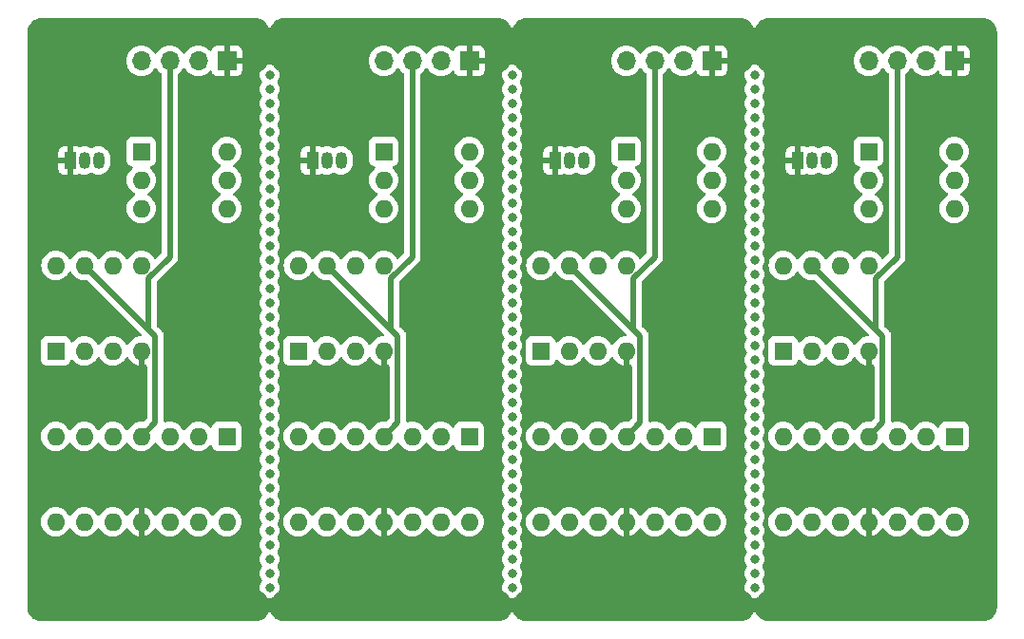
<source format=gbr>
%TF.GenerationSoftware,KiCad,Pcbnew,7.0.5*%
%TF.CreationDate,2025-02-11T02:47:10-05:00*%
%TF.ProjectId,ssr_load_switch,7373725f-6c6f-4616-945f-737769746368,rev?*%
%TF.SameCoordinates,Original*%
%TF.FileFunction,Copper,L2,Bot*%
%TF.FilePolarity,Positive*%
%FSLAX46Y46*%
G04 Gerber Fmt 4.6, Leading zero omitted, Abs format (unit mm)*
G04 Created by KiCad (PCBNEW 7.0.5) date 2025-02-11 02:47:10*
%MOMM*%
%LPD*%
G01*
G04 APERTURE LIST*
%TA.AperFunction,ComponentPad*%
%ADD10R,1.600000X1.600000*%
%TD*%
%TA.AperFunction,ComponentPad*%
%ADD11O,1.600000X1.600000*%
%TD*%
%TA.AperFunction,ComponentPad*%
%ADD12R,1.050000X1.500000*%
%TD*%
%TA.AperFunction,ComponentPad*%
%ADD13O,1.050000X1.500000*%
%TD*%
%TA.AperFunction,ComponentPad*%
%ADD14R,1.700000X1.700000*%
%TD*%
%TA.AperFunction,ComponentPad*%
%ADD15O,1.700000X1.700000*%
%TD*%
%TA.AperFunction,ViaPad*%
%ADD16C,0.800000*%
%TD*%
%TA.AperFunction,ViaPad*%
%ADD17C,2.100000*%
%TD*%
%TA.AperFunction,Conductor*%
%ADD18C,0.500000*%
%TD*%
G04 APERTURE END LIST*
D10*
%TO.P,U4,1*%
%TO.N,Net-(R15-Pad2)*%
X31504074Y-50845000D03*
D11*
%TO.P,U4,2,-*%
%TO.N,/sense_out*%
X28964074Y-50845000D03*
%TO.P,U4,3,+*%
%TO.N,Net-(U4A-+)*%
X26424074Y-50845000D03*
%TO.P,U4,4,V+*%
%TO.N,+12V*%
X23884074Y-50845000D03*
%TO.P,U4,5,+*%
%TO.N,Net-(U4B-+)*%
X21344074Y-50845000D03*
%TO.P,U4,6,-*%
%TO.N,/sense_out*%
X18804074Y-50845000D03*
%TO.P,U4,7*%
%TO.N,Net-(R16-Pad2)*%
X16264074Y-50845000D03*
%TO.P,U4,8*%
%TO.N,Net-(R17-Pad2)*%
X16264074Y-58465000D03*
%TO.P,U4,9,-*%
%TO.N,/sense_out*%
X18804074Y-58465000D03*
%TO.P,U4,10,+*%
%TO.N,Net-(U4C-+)*%
X21344074Y-58465000D03*
%TO.P,U4,11,V-*%
%TO.N,GND*%
X23884074Y-58465000D03*
%TO.P,U4,12,+*%
%TO.N,Net-(U4D-+)*%
X26424074Y-58465000D03*
%TO.P,U4,13,-*%
%TO.N,/sense_out*%
X28964074Y-58465000D03*
%TO.P,U4,14*%
%TO.N,Net-(R18-Pad2)*%
X31504074Y-58465000D03*
%TD*%
D10*
%TO.P,U2,1,NULL*%
%TO.N,unconnected-(U2-NULL-Pad1)*%
X16274074Y-43225000D03*
D11*
%TO.P,U2,2,-*%
%TO.N,/sense_out*%
X18814074Y-43225000D03*
%TO.P,U2,3,+*%
%TO.N,Net-(U2-+)*%
X21354074Y-43225000D03*
%TO.P,U2,4,V-*%
%TO.N,GND*%
X23894074Y-43225000D03*
%TO.P,U2,5,NULL*%
%TO.N,unconnected-(U2-NULL-Pad5)*%
X23894074Y-35605000D03*
%TO.P,U2,6*%
%TO.N,/close_ssr*%
X21354074Y-35605000D03*
%TO.P,U2,7,V+*%
%TO.N,+12V*%
X18814074Y-35605000D03*
%TO.P,U2,8,NC*%
%TO.N,unconnected-(U2-NC-Pad8)*%
X16274074Y-35605000D03*
%TD*%
D10*
%TO.P,U1,1*%
%TO.N,Net-(R1_1206-Pad2)*%
X23884074Y-25445000D03*
D11*
%TO.P,U1,2*%
%TO.N,Net-(Q1-C)*%
X23884074Y-27985000D03*
%TO.P,U1,3,NC*%
%TO.N,unconnected-(U1-NC-Pad3)*%
X23884074Y-30525000D03*
%TO.P,U1,4*%
%TO.N,/OUT*%
X31504074Y-30525000D03*
%TO.P,U1,5*%
%TO.N,Net-(R5-Pad1)*%
X31504074Y-27985000D03*
%TO.P,U1,6*%
%TO.N,VPP*%
X31504074Y-25445000D03*
%TD*%
D12*
%TO.P,Q1,1,E*%
%TO.N,GND*%
X17534074Y-26245000D03*
D13*
%TO.P,Q1,2,B*%
%TO.N,Net-(Q1-B)*%
X18804074Y-26245000D03*
%TO.P,Q1,3,C*%
%TO.N,Net-(Q1-C)*%
X20074074Y-26245000D03*
%TD*%
D14*
%TO.P,J1,1,Pin_1*%
%TO.N,GND*%
X31504074Y-17355000D03*
D15*
%TO.P,J1,2,Pin_2*%
%TO.N,/OUT*%
X28964074Y-17355000D03*
%TO.P,J1,3,Pin_3*%
%TO.N,+12V*%
X26424074Y-17355000D03*
%TO.P,J1,4,Pin_4*%
%TO.N,VPP*%
X23884074Y-17355000D03*
%TD*%
D10*
%TO.P,U4,1*%
%TO.N,Net-(R15-Pad2)*%
X53094074Y-50845000D03*
D11*
%TO.P,U4,2,-*%
%TO.N,/sense_out*%
X50554074Y-50845000D03*
%TO.P,U4,3,+*%
%TO.N,Net-(U4A-+)*%
X48014074Y-50845000D03*
%TO.P,U4,4,V+*%
%TO.N,+12V*%
X45474074Y-50845000D03*
%TO.P,U4,5,+*%
%TO.N,Net-(U4B-+)*%
X42934074Y-50845000D03*
%TO.P,U4,6,-*%
%TO.N,/sense_out*%
X40394074Y-50845000D03*
%TO.P,U4,7*%
%TO.N,Net-(R16-Pad2)*%
X37854074Y-50845000D03*
%TO.P,U4,8*%
%TO.N,Net-(R17-Pad2)*%
X37854074Y-58465000D03*
%TO.P,U4,9,-*%
%TO.N,/sense_out*%
X40394074Y-58465000D03*
%TO.P,U4,10,+*%
%TO.N,Net-(U4C-+)*%
X42934074Y-58465000D03*
%TO.P,U4,11,V-*%
%TO.N,GND*%
X45474074Y-58465000D03*
%TO.P,U4,12,+*%
%TO.N,Net-(U4D-+)*%
X48014074Y-58465000D03*
%TO.P,U4,13,-*%
%TO.N,/sense_out*%
X50554074Y-58465000D03*
%TO.P,U4,14*%
%TO.N,Net-(R18-Pad2)*%
X53094074Y-58465000D03*
%TD*%
D10*
%TO.P,U2,1,NULL*%
%TO.N,unconnected-(U2-NULL-Pad1)*%
X37864074Y-43225000D03*
D11*
%TO.P,U2,2,-*%
%TO.N,/sense_out*%
X40404074Y-43225000D03*
%TO.P,U2,3,+*%
%TO.N,Net-(U2-+)*%
X42944074Y-43225000D03*
%TO.P,U2,4,V-*%
%TO.N,GND*%
X45484074Y-43225000D03*
%TO.P,U2,5,NULL*%
%TO.N,unconnected-(U2-NULL-Pad5)*%
X45484074Y-35605000D03*
%TO.P,U2,6*%
%TO.N,/close_ssr*%
X42944074Y-35605000D03*
%TO.P,U2,7,V+*%
%TO.N,+12V*%
X40404074Y-35605000D03*
%TO.P,U2,8,NC*%
%TO.N,unconnected-(U2-NC-Pad8)*%
X37864074Y-35605000D03*
%TD*%
D10*
%TO.P,U1,1*%
%TO.N,Net-(R1_1206-Pad2)*%
X45474074Y-25445000D03*
D11*
%TO.P,U1,2*%
%TO.N,Net-(Q1-C)*%
X45474074Y-27985000D03*
%TO.P,U1,3,NC*%
%TO.N,unconnected-(U1-NC-Pad3)*%
X45474074Y-30525000D03*
%TO.P,U1,4*%
%TO.N,/OUT*%
X53094074Y-30525000D03*
%TO.P,U1,5*%
%TO.N,Net-(R5-Pad1)*%
X53094074Y-27985000D03*
%TO.P,U1,6*%
%TO.N,VPP*%
X53094074Y-25445000D03*
%TD*%
D12*
%TO.P,Q1,1,E*%
%TO.N,GND*%
X39124074Y-26245000D03*
D13*
%TO.P,Q1,2,B*%
%TO.N,Net-(Q1-B)*%
X40394074Y-26245000D03*
%TO.P,Q1,3,C*%
%TO.N,Net-(Q1-C)*%
X41664074Y-26245000D03*
%TD*%
D14*
%TO.P,J1,1,Pin_1*%
%TO.N,GND*%
X53094074Y-17355000D03*
D15*
%TO.P,J1,2,Pin_2*%
%TO.N,/OUT*%
X50554074Y-17355000D03*
%TO.P,J1,3,Pin_3*%
%TO.N,+12V*%
X48014074Y-17355000D03*
%TO.P,J1,4,Pin_4*%
%TO.N,VPP*%
X45474074Y-17355000D03*
%TD*%
D10*
%TO.P,U4,1*%
%TO.N,Net-(R15-Pad2)*%
X74684074Y-50845000D03*
D11*
%TO.P,U4,2,-*%
%TO.N,/sense_out*%
X72144074Y-50845000D03*
%TO.P,U4,3,+*%
%TO.N,Net-(U4A-+)*%
X69604074Y-50845000D03*
%TO.P,U4,4,V+*%
%TO.N,+12V*%
X67064074Y-50845000D03*
%TO.P,U4,5,+*%
%TO.N,Net-(U4B-+)*%
X64524074Y-50845000D03*
%TO.P,U4,6,-*%
%TO.N,/sense_out*%
X61984074Y-50845000D03*
%TO.P,U4,7*%
%TO.N,Net-(R16-Pad2)*%
X59444074Y-50845000D03*
%TO.P,U4,8*%
%TO.N,Net-(R17-Pad2)*%
X59444074Y-58465000D03*
%TO.P,U4,9,-*%
%TO.N,/sense_out*%
X61984074Y-58465000D03*
%TO.P,U4,10,+*%
%TO.N,Net-(U4C-+)*%
X64524074Y-58465000D03*
%TO.P,U4,11,V-*%
%TO.N,GND*%
X67064074Y-58465000D03*
%TO.P,U4,12,+*%
%TO.N,Net-(U4D-+)*%
X69604074Y-58465000D03*
%TO.P,U4,13,-*%
%TO.N,/sense_out*%
X72144074Y-58465000D03*
%TO.P,U4,14*%
%TO.N,Net-(R18-Pad2)*%
X74684074Y-58465000D03*
%TD*%
D10*
%TO.P,U2,1,NULL*%
%TO.N,unconnected-(U2-NULL-Pad1)*%
X59454074Y-43225000D03*
D11*
%TO.P,U2,2,-*%
%TO.N,/sense_out*%
X61994074Y-43225000D03*
%TO.P,U2,3,+*%
%TO.N,Net-(U2-+)*%
X64534074Y-43225000D03*
%TO.P,U2,4,V-*%
%TO.N,GND*%
X67074074Y-43225000D03*
%TO.P,U2,5,NULL*%
%TO.N,unconnected-(U2-NULL-Pad5)*%
X67074074Y-35605000D03*
%TO.P,U2,6*%
%TO.N,/close_ssr*%
X64534074Y-35605000D03*
%TO.P,U2,7,V+*%
%TO.N,+12V*%
X61994074Y-35605000D03*
%TO.P,U2,8,NC*%
%TO.N,unconnected-(U2-NC-Pad8)*%
X59454074Y-35605000D03*
%TD*%
D10*
%TO.P,U1,1*%
%TO.N,Net-(R1_1206-Pad2)*%
X67064074Y-25445000D03*
D11*
%TO.P,U1,2*%
%TO.N,Net-(Q1-C)*%
X67064074Y-27985000D03*
%TO.P,U1,3,NC*%
%TO.N,unconnected-(U1-NC-Pad3)*%
X67064074Y-30525000D03*
%TO.P,U1,4*%
%TO.N,/OUT*%
X74684074Y-30525000D03*
%TO.P,U1,5*%
%TO.N,Net-(R5-Pad1)*%
X74684074Y-27985000D03*
%TO.P,U1,6*%
%TO.N,VPP*%
X74684074Y-25445000D03*
%TD*%
D12*
%TO.P,Q1,1,E*%
%TO.N,GND*%
X60714074Y-26245000D03*
D13*
%TO.P,Q1,2,B*%
%TO.N,Net-(Q1-B)*%
X61984074Y-26245000D03*
%TO.P,Q1,3,C*%
%TO.N,Net-(Q1-C)*%
X63254074Y-26245000D03*
%TD*%
D14*
%TO.P,J1,1,Pin_1*%
%TO.N,GND*%
X74684074Y-17355000D03*
D15*
%TO.P,J1,2,Pin_2*%
%TO.N,/OUT*%
X72144074Y-17355000D03*
%TO.P,J1,3,Pin_3*%
%TO.N,+12V*%
X69604074Y-17355000D03*
%TO.P,J1,4,Pin_4*%
%TO.N,VPP*%
X67064074Y-17355000D03*
%TD*%
D10*
%TO.P,U4,1*%
%TO.N,Net-(R15-Pad2)*%
X96274074Y-50845000D03*
D11*
%TO.P,U4,2,-*%
%TO.N,/sense_out*%
X93734074Y-50845000D03*
%TO.P,U4,3,+*%
%TO.N,Net-(U4A-+)*%
X91194074Y-50845000D03*
%TO.P,U4,4,V+*%
%TO.N,+12V*%
X88654074Y-50845000D03*
%TO.P,U4,5,+*%
%TO.N,Net-(U4B-+)*%
X86114074Y-50845000D03*
%TO.P,U4,6,-*%
%TO.N,/sense_out*%
X83574074Y-50845000D03*
%TO.P,U4,7*%
%TO.N,Net-(R16-Pad2)*%
X81034074Y-50845000D03*
%TO.P,U4,8*%
%TO.N,Net-(R17-Pad2)*%
X81034074Y-58465000D03*
%TO.P,U4,9,-*%
%TO.N,/sense_out*%
X83574074Y-58465000D03*
%TO.P,U4,10,+*%
%TO.N,Net-(U4C-+)*%
X86114074Y-58465000D03*
%TO.P,U4,11,V-*%
%TO.N,GND*%
X88654074Y-58465000D03*
%TO.P,U4,12,+*%
%TO.N,Net-(U4D-+)*%
X91194074Y-58465000D03*
%TO.P,U4,13,-*%
%TO.N,/sense_out*%
X93734074Y-58465000D03*
%TO.P,U4,14*%
%TO.N,Net-(R18-Pad2)*%
X96274074Y-58465000D03*
%TD*%
D10*
%TO.P,U2,1,NULL*%
%TO.N,unconnected-(U2-NULL-Pad1)*%
X81044074Y-43225000D03*
D11*
%TO.P,U2,2,-*%
%TO.N,/sense_out*%
X83584074Y-43225000D03*
%TO.P,U2,3,+*%
%TO.N,Net-(U2-+)*%
X86124074Y-43225000D03*
%TO.P,U2,4,V-*%
%TO.N,GND*%
X88664074Y-43225000D03*
%TO.P,U2,5,NULL*%
%TO.N,unconnected-(U2-NULL-Pad5)*%
X88664074Y-35605000D03*
%TO.P,U2,6*%
%TO.N,/close_ssr*%
X86124074Y-35605000D03*
%TO.P,U2,7,V+*%
%TO.N,+12V*%
X83584074Y-35605000D03*
%TO.P,U2,8,NC*%
%TO.N,unconnected-(U2-NC-Pad8)*%
X81044074Y-35605000D03*
%TD*%
D10*
%TO.P,U1,1*%
%TO.N,Net-(R1_1206-Pad2)*%
X88654074Y-25445000D03*
D11*
%TO.P,U1,2*%
%TO.N,Net-(Q1-C)*%
X88654074Y-27985000D03*
%TO.P,U1,3,NC*%
%TO.N,unconnected-(U1-NC-Pad3)*%
X88654074Y-30525000D03*
%TO.P,U1,4*%
%TO.N,/OUT*%
X96274074Y-30525000D03*
%TO.P,U1,5*%
%TO.N,Net-(R5-Pad1)*%
X96274074Y-27985000D03*
%TO.P,U1,6*%
%TO.N,VPP*%
X96274074Y-25445000D03*
%TD*%
D12*
%TO.P,Q1,1,E*%
%TO.N,GND*%
X82304074Y-26245000D03*
D13*
%TO.P,Q1,2,B*%
%TO.N,Net-(Q1-B)*%
X83574074Y-26245000D03*
%TO.P,Q1,3,C*%
%TO.N,Net-(Q1-C)*%
X84844074Y-26245000D03*
%TD*%
D14*
%TO.P,J1,1,Pin_1*%
%TO.N,GND*%
X96274074Y-17355000D03*
D15*
%TO.P,J1,2,Pin_2*%
%TO.N,/OUT*%
X93734074Y-17355000D03*
%TO.P,J1,3,Pin_3*%
%TO.N,+12V*%
X91194074Y-17355000D03*
%TO.P,J1,4,Pin_4*%
%TO.N,VPP*%
X88654074Y-17355000D03*
%TD*%
D16*
%TO.N,*%
X35314074Y-26245000D03*
X35314074Y-36405000D03*
X35314074Y-24975000D03*
X35314074Y-22435000D03*
X35314074Y-27515000D03*
X35314074Y-46565000D03*
X35314074Y-45295000D03*
X35314074Y-40215000D03*
X35314074Y-37675000D03*
X35314074Y-35135000D03*
X35314074Y-38945000D03*
X35314074Y-23705000D03*
X35314074Y-44025000D03*
X35314074Y-42755000D03*
X35314074Y-41485000D03*
X35314074Y-63075000D03*
X35314074Y-55455000D03*
X35314074Y-51645000D03*
X35314074Y-49105000D03*
X35314074Y-64345000D03*
X35314074Y-59265000D03*
X35314074Y-56725000D03*
X35314074Y-60535000D03*
X35314074Y-57995000D03*
X35314074Y-54185000D03*
X35314074Y-52915000D03*
X35314074Y-50375000D03*
X35314074Y-61805000D03*
X35314074Y-47835000D03*
%TO.N,GND*%
X31505902Y-48674390D03*
X32568251Y-44020999D03*
X25789074Y-37675000D03*
X28964074Y-63710000D03*
X32328848Y-38963616D03*
X33721710Y-31996493D03*
D17*
X34044074Y-65615000D03*
X14994074Y-17355000D03*
X14994074Y-65615000D03*
X34044074Y-17355000D03*
D16*
%TO.N,*%
X35314074Y-32595000D03*
X35314074Y-18625000D03*
X35314074Y-19895000D03*
X35314074Y-21165000D03*
X35314074Y-31325000D03*
X35314074Y-30055000D03*
X35314074Y-28785000D03*
X35314074Y-33865000D03*
X56904074Y-26245000D03*
X56904074Y-36405000D03*
X56904074Y-24975000D03*
X56904074Y-22435000D03*
X56904074Y-27515000D03*
X56904074Y-46565000D03*
X56904074Y-45295000D03*
X56904074Y-40215000D03*
X56904074Y-37675000D03*
X56904074Y-35135000D03*
X56904074Y-38945000D03*
X56904074Y-23705000D03*
X56904074Y-44025000D03*
X56904074Y-42755000D03*
X56904074Y-41485000D03*
X56904074Y-63075000D03*
X56904074Y-55455000D03*
X56904074Y-51645000D03*
X56904074Y-49105000D03*
X56904074Y-64345000D03*
X56904074Y-59265000D03*
X56904074Y-56725000D03*
X56904074Y-60535000D03*
X56904074Y-57995000D03*
X56904074Y-54185000D03*
X56904074Y-52915000D03*
X56904074Y-50375000D03*
X56904074Y-61805000D03*
X56904074Y-47835000D03*
%TO.N,GND*%
X53095902Y-48674390D03*
X54158251Y-44020999D03*
X47379074Y-37675000D03*
X50554074Y-63710000D03*
X53918848Y-38963616D03*
X55311710Y-31996493D03*
D17*
X55634074Y-65615000D03*
X36584074Y-17355000D03*
X36584074Y-65615000D03*
X55634074Y-17355000D03*
D16*
%TO.N,*%
X56904074Y-32595000D03*
X56904074Y-18625000D03*
X56904074Y-19895000D03*
X56904074Y-21165000D03*
X56904074Y-31325000D03*
X56904074Y-30055000D03*
X56904074Y-28785000D03*
X56904074Y-33865000D03*
X78494074Y-26245000D03*
X78494074Y-36405000D03*
X78494074Y-24975000D03*
X78494074Y-22435000D03*
X78494074Y-27515000D03*
X78494074Y-46565000D03*
X78494074Y-45295000D03*
X78494074Y-40215000D03*
X78494074Y-37675000D03*
X78494074Y-35135000D03*
X78494074Y-38945000D03*
X78494074Y-23705000D03*
X78494074Y-44025000D03*
X78494074Y-42755000D03*
X78494074Y-41485000D03*
X78494074Y-63075000D03*
X78494074Y-55455000D03*
X78494074Y-51645000D03*
X78494074Y-49105000D03*
X78494074Y-64345000D03*
X78494074Y-59265000D03*
X78494074Y-56725000D03*
X78494074Y-60535000D03*
X78494074Y-57995000D03*
X78494074Y-54185000D03*
X78494074Y-52915000D03*
X78494074Y-50375000D03*
X78494074Y-61805000D03*
X78494074Y-47835000D03*
%TO.N,GND*%
X74685902Y-48674390D03*
X75748251Y-44020999D03*
X68969074Y-37675000D03*
X72144074Y-63710000D03*
X75508848Y-38963616D03*
X76901710Y-31996493D03*
D17*
X77224074Y-65615000D03*
X58174074Y-17355000D03*
X58174074Y-65615000D03*
X77224074Y-17355000D03*
D16*
%TO.N,*%
X78494074Y-32595000D03*
X78494074Y-18625000D03*
X78494074Y-19895000D03*
X78494074Y-21165000D03*
X78494074Y-31325000D03*
X78494074Y-30055000D03*
X78494074Y-28785000D03*
X78494074Y-33865000D03*
D17*
%TO.N,GND*%
X98814074Y-17355000D03*
X79764074Y-17355000D03*
X79764074Y-65615000D03*
X98814074Y-65615000D03*
D16*
X93734074Y-63710000D03*
X90559074Y-37675000D03*
X98491710Y-31996493D03*
X96275902Y-48674390D03*
X97338251Y-44020999D03*
X97098848Y-38963616D03*
%TD*%
D18*
%TO.N,+12V*%
X24519074Y-36747767D02*
X26424074Y-34842767D01*
X24519074Y-41310000D02*
X24519074Y-36747767D01*
X25144074Y-41935000D02*
X24519074Y-41310000D01*
X26424074Y-34842767D02*
X26424074Y-17355000D01*
X25144074Y-41935000D02*
X25144074Y-49585000D01*
X25144074Y-49585000D02*
X23884074Y-50845000D01*
X18814074Y-35605000D02*
X25144074Y-41935000D01*
X46109074Y-36747767D02*
X48014074Y-34842767D01*
X46109074Y-41310000D02*
X46109074Y-36747767D01*
X46734074Y-41935000D02*
X46109074Y-41310000D01*
X48014074Y-34842767D02*
X48014074Y-17355000D01*
X46734074Y-41935000D02*
X46734074Y-49585000D01*
X46734074Y-49585000D02*
X45474074Y-50845000D01*
X40404074Y-35605000D02*
X46734074Y-41935000D01*
X67699074Y-36747767D02*
X69604074Y-34842767D01*
X67699074Y-41310000D02*
X67699074Y-36747767D01*
X68324074Y-41935000D02*
X67699074Y-41310000D01*
X69604074Y-34842767D02*
X69604074Y-17355000D01*
X68324074Y-41935000D02*
X68324074Y-49585000D01*
X68324074Y-49585000D02*
X67064074Y-50845000D01*
X61994074Y-35605000D02*
X68324074Y-41935000D01*
X89289074Y-36747767D02*
X91194074Y-34842767D01*
X89289074Y-41310000D02*
X89289074Y-36747767D01*
X91194074Y-34842767D02*
X91194074Y-17355000D01*
X89914074Y-41935000D02*
X89289074Y-41310000D01*
X89914074Y-41935000D02*
X89914074Y-49585000D01*
X89914074Y-49585000D02*
X88654074Y-50845000D01*
X83584074Y-35605000D02*
X89914074Y-41935000D01*
%TD*%
%TA.AperFunction,Conductor*%
%TO.N,GND*%
G36*
X34046499Y-13545690D02*
G01*
X34100926Y-13549973D01*
X34241686Y-13562288D01*
X34259806Y-13565239D01*
X34339118Y-13584279D01*
X34340573Y-13584649D01*
X34382659Y-13595925D01*
X34450858Y-13614200D01*
X34458544Y-13616809D01*
X34543577Y-13652029D01*
X34546054Y-13653119D01*
X34644129Y-13698852D01*
X34650326Y-13702182D01*
X34730668Y-13751414D01*
X34733817Y-13753479D01*
X34820798Y-13814384D01*
X34825504Y-13818028D01*
X34897760Y-13879738D01*
X34901337Y-13883045D01*
X34976057Y-13957765D01*
X34979354Y-13961332D01*
X35041014Y-14033525D01*
X35041018Y-14033529D01*
X35044662Y-14038236D01*
X35105667Y-14125360D01*
X35107735Y-14128514D01*
X35120354Y-14149105D01*
X35156854Y-14208668D01*
X35160184Y-14214866D01*
X35200663Y-14301672D01*
X35205882Y-14312864D01*
X35206084Y-14313296D01*
X35207173Y-14315772D01*
X35242233Y-14400415D01*
X35244843Y-14408103D01*
X35274601Y-14519162D01*
X35275000Y-14520734D01*
X35293819Y-14599116D01*
X35296773Y-14617257D01*
X35309350Y-14761012D01*
X35313383Y-14812241D01*
X35313508Y-14815434D01*
X35313574Y-14815500D01*
X35314574Y-14815500D01*
X35314666Y-14815407D01*
X35314791Y-14812241D01*
X35319055Y-14758056D01*
X35331360Y-14617412D01*
X35334309Y-14599304D01*
X35353391Y-14519818D01*
X35353778Y-14518294D01*
X35383261Y-14408260D01*
X35385861Y-14400598D01*
X35421208Y-14315263D01*
X35422243Y-14312911D01*
X35467896Y-14215008D01*
X35471212Y-14208836D01*
X35520612Y-14128222D01*
X35522625Y-14125152D01*
X35583414Y-14038336D01*
X35587025Y-14033674D01*
X35648927Y-13961194D01*
X35652187Y-13957668D01*
X35726774Y-13883081D01*
X35730286Y-13879835D01*
X35802724Y-13817966D01*
X35807384Y-13814358D01*
X35894330Y-13753478D01*
X35897409Y-13751459D01*
X35977827Y-13702177D01*
X35984006Y-13698857D01*
X36082282Y-13653030D01*
X36084613Y-13652004D01*
X36169551Y-13616820D01*
X36177212Y-13614220D01*
X36288151Y-13584494D01*
X36289515Y-13584148D01*
X36368240Y-13565246D01*
X36386345Y-13562298D01*
X36529960Y-13549733D01*
X36574263Y-13546245D01*
X36581311Y-13545691D01*
X36586177Y-13545500D01*
X55631639Y-13545500D01*
X55636499Y-13545690D01*
X55690926Y-13549973D01*
X55831686Y-13562288D01*
X55849806Y-13565239D01*
X55929118Y-13584279D01*
X55930573Y-13584649D01*
X55972659Y-13595925D01*
X56040858Y-13614200D01*
X56048544Y-13616809D01*
X56133577Y-13652029D01*
X56136054Y-13653119D01*
X56234129Y-13698852D01*
X56240326Y-13702182D01*
X56320668Y-13751414D01*
X56323817Y-13753479D01*
X56410798Y-13814384D01*
X56415504Y-13818028D01*
X56487760Y-13879738D01*
X56491337Y-13883045D01*
X56566057Y-13957765D01*
X56569354Y-13961332D01*
X56631014Y-14033525D01*
X56631018Y-14033529D01*
X56634662Y-14038236D01*
X56695667Y-14125360D01*
X56697735Y-14128514D01*
X56710354Y-14149105D01*
X56746854Y-14208668D01*
X56750184Y-14214866D01*
X56790663Y-14301672D01*
X56795882Y-14312864D01*
X56796084Y-14313296D01*
X56797173Y-14315772D01*
X56832233Y-14400415D01*
X56834843Y-14408103D01*
X56864601Y-14519162D01*
X56865000Y-14520734D01*
X56883819Y-14599116D01*
X56886773Y-14617257D01*
X56899350Y-14761012D01*
X56903383Y-14812241D01*
X56903508Y-14815434D01*
X56903574Y-14815500D01*
X56904574Y-14815500D01*
X56904666Y-14815407D01*
X56904791Y-14812241D01*
X56909055Y-14758056D01*
X56921360Y-14617412D01*
X56924309Y-14599304D01*
X56943391Y-14519818D01*
X56943778Y-14518294D01*
X56973261Y-14408260D01*
X56975861Y-14400598D01*
X57011208Y-14315263D01*
X57012243Y-14312911D01*
X57057896Y-14215008D01*
X57061212Y-14208836D01*
X57110612Y-14128222D01*
X57112625Y-14125152D01*
X57173414Y-14038336D01*
X57177025Y-14033674D01*
X57238927Y-13961194D01*
X57242187Y-13957668D01*
X57316774Y-13883081D01*
X57320286Y-13879835D01*
X57392724Y-13817966D01*
X57397384Y-13814358D01*
X57484330Y-13753478D01*
X57487409Y-13751459D01*
X57567827Y-13702177D01*
X57574006Y-13698857D01*
X57672282Y-13653030D01*
X57674613Y-13652004D01*
X57759551Y-13616820D01*
X57767212Y-13614220D01*
X57878151Y-13584494D01*
X57879515Y-13584148D01*
X57958240Y-13565246D01*
X57976345Y-13562298D01*
X58119960Y-13549733D01*
X58164263Y-13546245D01*
X58171311Y-13545691D01*
X58176177Y-13545500D01*
X77221639Y-13545500D01*
X77226499Y-13545690D01*
X77280926Y-13549973D01*
X77421686Y-13562288D01*
X77439806Y-13565239D01*
X77519118Y-13584279D01*
X77520573Y-13584649D01*
X77562659Y-13595925D01*
X77630858Y-13614200D01*
X77638544Y-13616809D01*
X77723577Y-13652029D01*
X77726054Y-13653119D01*
X77824129Y-13698852D01*
X77830326Y-13702182D01*
X77910668Y-13751414D01*
X77913817Y-13753479D01*
X78000798Y-13814384D01*
X78005504Y-13818028D01*
X78077760Y-13879738D01*
X78081337Y-13883045D01*
X78156057Y-13957765D01*
X78159354Y-13961332D01*
X78221014Y-14033525D01*
X78221018Y-14033529D01*
X78224662Y-14038236D01*
X78285667Y-14125360D01*
X78287735Y-14128514D01*
X78300354Y-14149105D01*
X78336854Y-14208668D01*
X78340184Y-14214866D01*
X78380663Y-14301672D01*
X78385882Y-14312864D01*
X78386084Y-14313296D01*
X78387173Y-14315772D01*
X78422233Y-14400415D01*
X78424843Y-14408103D01*
X78454601Y-14519162D01*
X78455000Y-14520734D01*
X78473819Y-14599116D01*
X78476773Y-14617257D01*
X78489350Y-14761012D01*
X78493383Y-14812241D01*
X78493508Y-14815434D01*
X78493574Y-14815500D01*
X78494574Y-14815500D01*
X78494666Y-14815407D01*
X78494791Y-14812241D01*
X78499055Y-14758056D01*
X78511360Y-14617412D01*
X78514309Y-14599304D01*
X78533391Y-14519818D01*
X78533778Y-14518294D01*
X78563261Y-14408260D01*
X78565861Y-14400598D01*
X78601214Y-14315249D01*
X78602231Y-14312938D01*
X78647901Y-14214999D01*
X78651214Y-14208834D01*
X78700586Y-14128264D01*
X78702630Y-14125146D01*
X78763417Y-14038334D01*
X78767036Y-14033662D01*
X78828920Y-13961202D01*
X78832170Y-13957687D01*
X78906789Y-13883068D01*
X78910299Y-13879824D01*
X78982717Y-13817972D01*
X78987357Y-13814379D01*
X79074336Y-13753475D01*
X79077439Y-13751441D01*
X79157827Y-13702177D01*
X79163994Y-13698864D01*
X79262240Y-13653051D01*
X79264653Y-13651988D01*
X79349551Y-13616820D01*
X79357212Y-13614220D01*
X79468151Y-13584494D01*
X79469515Y-13584148D01*
X79548240Y-13565246D01*
X79566345Y-13562298D01*
X79709960Y-13549733D01*
X79754263Y-13546245D01*
X79761311Y-13545691D01*
X79766177Y-13545500D01*
X98811639Y-13545500D01*
X98816499Y-13545690D01*
X98870926Y-13549973D01*
X99011686Y-13562288D01*
X99029806Y-13565239D01*
X99109101Y-13584275D01*
X99110573Y-13584649D01*
X99220860Y-13614200D01*
X99228537Y-13616805D01*
X99313604Y-13652040D01*
X99315997Y-13653092D01*
X99414132Y-13698854D01*
X99420327Y-13702182D01*
X99500675Y-13751418D01*
X99503797Y-13753465D01*
X99590823Y-13814402D01*
X99595506Y-13818028D01*
X99655201Y-13869012D01*
X99667745Y-13879725D01*
X99671321Y-13883031D01*
X99746068Y-13957778D01*
X99749361Y-13961341D01*
X99811014Y-14033525D01*
X99814655Y-14038227D01*
X99825962Y-14054374D01*
X99875675Y-14125374D01*
X99877752Y-14128541D01*
X99926850Y-14208662D01*
X99930180Y-14214860D01*
X99976085Y-14313303D01*
X99977175Y-14315778D01*
X100012233Y-14400414D01*
X100014843Y-14408102D01*
X100044601Y-14519162D01*
X100045000Y-14520734D01*
X100063819Y-14599116D01*
X100066773Y-14617257D01*
X100079348Y-14760990D01*
X100083383Y-14812244D01*
X100083574Y-14817112D01*
X100083574Y-66037560D01*
X100083383Y-66042427D01*
X100079089Y-66096970D01*
X100066789Y-66237563D01*
X100063835Y-66255704D01*
X100044739Y-66335239D01*
X100044340Y-66336812D01*
X100014894Y-66446704D01*
X100012285Y-66454392D01*
X99976929Y-66539750D01*
X99975839Y-66542227D01*
X99930280Y-66639927D01*
X99926950Y-66646124D01*
X99877499Y-66726818D01*
X99875423Y-66729985D01*
X99814812Y-66816548D01*
X99811167Y-66821255D01*
X99749133Y-66893885D01*
X99745828Y-66897461D01*
X99671551Y-66971737D01*
X99667974Y-66975044D01*
X99595296Y-67037115D01*
X99590590Y-67040759D01*
X99504161Y-67101277D01*
X99500993Y-67103354D01*
X99420121Y-67152912D01*
X99413924Y-67156242D01*
X99316579Y-67201634D01*
X99314102Y-67202724D01*
X99228351Y-67238241D01*
X99220665Y-67240850D01*
X99111573Y-67270082D01*
X99109998Y-67270482D01*
X99029637Y-67289773D01*
X99011501Y-67292726D01*
X98873839Y-67304770D01*
X98816171Y-67309309D01*
X98811305Y-67309500D01*
X79766517Y-67309500D01*
X79761650Y-67309309D01*
X79706983Y-67305005D01*
X79566529Y-67292717D01*
X79548387Y-67289762D01*
X79529240Y-67285165D01*
X79468671Y-67270622D01*
X79467100Y-67270223D01*
X79357420Y-67240835D01*
X79349730Y-67238225D01*
X79264156Y-67202776D01*
X79261681Y-67201687D01*
X79164210Y-67156235D01*
X79158016Y-67152907D01*
X79115113Y-67126616D01*
X79077134Y-67103341D01*
X79073967Y-67101265D01*
X79042071Y-67078931D01*
X78987602Y-67040792D01*
X78982915Y-67037162D01*
X78926220Y-66988739D01*
X78910092Y-66974964D01*
X78906529Y-66971671D01*
X78832434Y-66897576D01*
X78829127Y-66893999D01*
X78766889Y-66821125D01*
X78763245Y-66816419D01*
X78702892Y-66730226D01*
X78700815Y-66727058D01*
X78651125Y-66645971D01*
X78647800Y-66639783D01*
X78602518Y-66542677D01*
X78601431Y-66540205D01*
X78565886Y-66454392D01*
X78565815Y-66454222D01*
X78563207Y-66446537D01*
X78534036Y-66337669D01*
X78533644Y-66336123D01*
X78533432Y-66335239D01*
X78514294Y-66255524D01*
X78511345Y-66237415D01*
X78499315Y-66099916D01*
X78494764Y-66042096D01*
X78494666Y-66039592D01*
X78494574Y-66039500D01*
X78493574Y-66039500D01*
X78493494Y-66039579D01*
X78493383Y-66042427D01*
X78489089Y-66096970D01*
X78476789Y-66237563D01*
X78473835Y-66255704D01*
X78454739Y-66335239D01*
X78454340Y-66336812D01*
X78424894Y-66446704D01*
X78422285Y-66454392D01*
X78386925Y-66539758D01*
X78385835Y-66542235D01*
X78340283Y-66639919D01*
X78336953Y-66646115D01*
X78287488Y-66726836D01*
X78285412Y-66730003D01*
X78224821Y-66816537D01*
X78221175Y-66821245D01*
X78159121Y-66893899D01*
X78155816Y-66897475D01*
X78081570Y-66971720D01*
X78077994Y-66975026D01*
X78005282Y-67037128D01*
X78000575Y-67040772D01*
X77914179Y-67101267D01*
X77911011Y-67103344D01*
X77830111Y-67152917D01*
X77823915Y-67156246D01*
X77726594Y-67201627D01*
X77724117Y-67202717D01*
X77638349Y-67238242D01*
X77630663Y-67240851D01*
X77521573Y-67270082D01*
X77519998Y-67270482D01*
X77439637Y-67289773D01*
X77421501Y-67292726D01*
X77283839Y-67304770D01*
X77226171Y-67309309D01*
X77221305Y-67309500D01*
X58176517Y-67309500D01*
X58171650Y-67309309D01*
X58116983Y-67305005D01*
X57976529Y-67292717D01*
X57958387Y-67289762D01*
X57939240Y-67285165D01*
X57878671Y-67270622D01*
X57877100Y-67270223D01*
X57767417Y-67240834D01*
X57759730Y-67238225D01*
X57674167Y-67202782D01*
X57671691Y-67201692D01*
X57574220Y-67156240D01*
X57568021Y-67152910D01*
X57487107Y-67103324D01*
X57483941Y-67101248D01*
X57397631Y-67040814D01*
X57392924Y-67037169D01*
X57320071Y-66974945D01*
X57316508Y-66971652D01*
X57242441Y-66897585D01*
X57239144Y-66894019D01*
X57176875Y-66821110D01*
X57173240Y-66816414D01*
X57167915Y-66808809D01*
X57112884Y-66730217D01*
X57110834Y-66727089D01*
X57061219Y-66646124D01*
X57061121Y-66645964D01*
X57057799Y-66639783D01*
X57012496Y-66542631D01*
X57011458Y-66540272D01*
X56975813Y-66454217D01*
X56973208Y-66446540D01*
X56973207Y-66446537D01*
X56944031Y-66337652D01*
X56943644Y-66336123D01*
X56943432Y-66335239D01*
X56924294Y-66255524D01*
X56921345Y-66237415D01*
X56909315Y-66099916D01*
X56904764Y-66042096D01*
X56904666Y-66039592D01*
X56904574Y-66039500D01*
X56903574Y-66039500D01*
X56903494Y-66039579D01*
X56903383Y-66042427D01*
X56899089Y-66096970D01*
X56886789Y-66237563D01*
X56883835Y-66255704D01*
X56864739Y-66335239D01*
X56864340Y-66336812D01*
X56834894Y-66446704D01*
X56832285Y-66454392D01*
X56796925Y-66539758D01*
X56795835Y-66542235D01*
X56750283Y-66639919D01*
X56746953Y-66646115D01*
X56697488Y-66726836D01*
X56695412Y-66730003D01*
X56634821Y-66816537D01*
X56631175Y-66821245D01*
X56569121Y-66893899D01*
X56565816Y-66897475D01*
X56491570Y-66971720D01*
X56487994Y-66975026D01*
X56415282Y-67037128D01*
X56410575Y-67040772D01*
X56324179Y-67101267D01*
X56321011Y-67103344D01*
X56240111Y-67152917D01*
X56233915Y-67156246D01*
X56136594Y-67201627D01*
X56134117Y-67202717D01*
X56048349Y-67238242D01*
X56040663Y-67240851D01*
X55931573Y-67270082D01*
X55929998Y-67270482D01*
X55849637Y-67289773D01*
X55831501Y-67292726D01*
X55693839Y-67304770D01*
X55636171Y-67309309D01*
X55631305Y-67309500D01*
X36586517Y-67309500D01*
X36581650Y-67309309D01*
X36526983Y-67305005D01*
X36386529Y-67292717D01*
X36368387Y-67289762D01*
X36349240Y-67285165D01*
X36288671Y-67270622D01*
X36287100Y-67270223D01*
X36177417Y-67240834D01*
X36169730Y-67238225D01*
X36084167Y-67202782D01*
X36081691Y-67201692D01*
X35984220Y-67156240D01*
X35978021Y-67152910D01*
X35897107Y-67103324D01*
X35893941Y-67101248D01*
X35807631Y-67040814D01*
X35802924Y-67037169D01*
X35730071Y-66974945D01*
X35726508Y-66971652D01*
X35652441Y-66897585D01*
X35649144Y-66894019D01*
X35586875Y-66821110D01*
X35583240Y-66816414D01*
X35577915Y-66808809D01*
X35522884Y-66730217D01*
X35520834Y-66727089D01*
X35471219Y-66646124D01*
X35471121Y-66645964D01*
X35467799Y-66639783D01*
X35422496Y-66542631D01*
X35421458Y-66540272D01*
X35385813Y-66454217D01*
X35383208Y-66446540D01*
X35383207Y-66446537D01*
X35354031Y-66337652D01*
X35353644Y-66336123D01*
X35353432Y-66335239D01*
X35334294Y-66255524D01*
X35331345Y-66237415D01*
X35319315Y-66099916D01*
X35314764Y-66042096D01*
X35314666Y-66039592D01*
X35314574Y-66039500D01*
X35313574Y-66039500D01*
X35313494Y-66039579D01*
X35313383Y-66042427D01*
X35309089Y-66096970D01*
X35296789Y-66237563D01*
X35293835Y-66255704D01*
X35274739Y-66335239D01*
X35274340Y-66336812D01*
X35244894Y-66446704D01*
X35242285Y-66454392D01*
X35206925Y-66539758D01*
X35205835Y-66542235D01*
X35160283Y-66639919D01*
X35156953Y-66646115D01*
X35107488Y-66726836D01*
X35105412Y-66730003D01*
X35044821Y-66816537D01*
X35041175Y-66821245D01*
X34979121Y-66893899D01*
X34975816Y-66897475D01*
X34901570Y-66971720D01*
X34897994Y-66975026D01*
X34825282Y-67037128D01*
X34820575Y-67040772D01*
X34734179Y-67101267D01*
X34731011Y-67103344D01*
X34650111Y-67152917D01*
X34643915Y-67156246D01*
X34546594Y-67201627D01*
X34544117Y-67202717D01*
X34458349Y-67238242D01*
X34450663Y-67240851D01*
X34341573Y-67270082D01*
X34339998Y-67270482D01*
X34259637Y-67289773D01*
X34241501Y-67292726D01*
X34103839Y-67304770D01*
X34046171Y-67309309D01*
X34041305Y-67309500D01*
X14996517Y-67309500D01*
X14991650Y-67309309D01*
X14936983Y-67305005D01*
X14796529Y-67292717D01*
X14778387Y-67289762D01*
X14759240Y-67285165D01*
X14698671Y-67270622D01*
X14697100Y-67270223D01*
X14587417Y-67240834D01*
X14579730Y-67238225D01*
X14494167Y-67202782D01*
X14491691Y-67201692D01*
X14394220Y-67156240D01*
X14388021Y-67152910D01*
X14307107Y-67103324D01*
X14303941Y-67101248D01*
X14217631Y-67040814D01*
X14212924Y-67037169D01*
X14140071Y-66974945D01*
X14136508Y-66971652D01*
X14062441Y-66897585D01*
X14059144Y-66894019D01*
X13996875Y-66821110D01*
X13993240Y-66816414D01*
X13987915Y-66808809D01*
X13932884Y-66730217D01*
X13930834Y-66727089D01*
X13881219Y-66646124D01*
X13881121Y-66645964D01*
X13877799Y-66639783D01*
X13832496Y-66542631D01*
X13831458Y-66540272D01*
X13795813Y-66454217D01*
X13793208Y-66446540D01*
X13793207Y-66446537D01*
X13764031Y-66337652D01*
X13763644Y-66336123D01*
X13763432Y-66335239D01*
X13744294Y-66255524D01*
X13741345Y-66237415D01*
X13729315Y-66099916D01*
X13724764Y-66042096D01*
X13724574Y-66037232D01*
X13724574Y-64345000D01*
X34408614Y-64345000D01*
X34428400Y-64533256D01*
X34428401Y-64533259D01*
X34486892Y-64713277D01*
X34486895Y-64713284D01*
X34581541Y-64877216D01*
X34708202Y-65017888D01*
X34708203Y-65017888D01*
X34861339Y-65129148D01*
X34861344Y-65129151D01*
X35034266Y-65206142D01*
X35034271Y-65206144D01*
X35219428Y-65245500D01*
X35219429Y-65245500D01*
X35408718Y-65245500D01*
X35408720Y-65245500D01*
X35593877Y-65206144D01*
X35766804Y-65129151D01*
X35919945Y-65017888D01*
X36046607Y-64877216D01*
X36141253Y-64713284D01*
X36199748Y-64533256D01*
X36219534Y-64345000D01*
X55998614Y-64345000D01*
X56018400Y-64533256D01*
X56018401Y-64533259D01*
X56076892Y-64713277D01*
X56076895Y-64713284D01*
X56171541Y-64877216D01*
X56298202Y-65017888D01*
X56298203Y-65017888D01*
X56451339Y-65129148D01*
X56451344Y-65129151D01*
X56624266Y-65206142D01*
X56624271Y-65206144D01*
X56809428Y-65245500D01*
X56809429Y-65245500D01*
X56998718Y-65245500D01*
X56998720Y-65245500D01*
X57183877Y-65206144D01*
X57356804Y-65129151D01*
X57509945Y-65017888D01*
X57636607Y-64877216D01*
X57731253Y-64713284D01*
X57789748Y-64533256D01*
X57809534Y-64345000D01*
X77588614Y-64345000D01*
X77608400Y-64533256D01*
X77608401Y-64533259D01*
X77666892Y-64713277D01*
X77666895Y-64713284D01*
X77761541Y-64877216D01*
X77888202Y-65017888D01*
X77888203Y-65017888D01*
X78041339Y-65129148D01*
X78041344Y-65129151D01*
X78214266Y-65206142D01*
X78214271Y-65206144D01*
X78399428Y-65245500D01*
X78399429Y-65245500D01*
X78588718Y-65245500D01*
X78588720Y-65245500D01*
X78773877Y-65206144D01*
X78946804Y-65129151D01*
X79099945Y-65017888D01*
X79226607Y-64877216D01*
X79321253Y-64713284D01*
X79379748Y-64533256D01*
X79399534Y-64345000D01*
X79379748Y-64156744D01*
X79321253Y-63976716D01*
X79226607Y-63812784D01*
X79208767Y-63792971D01*
X79178538Y-63729981D01*
X79187163Y-63660646D01*
X79208768Y-63627028D01*
X79226607Y-63607216D01*
X79321253Y-63443284D01*
X79379748Y-63263256D01*
X79399534Y-63075000D01*
X79379748Y-62886744D01*
X79321253Y-62706716D01*
X79226607Y-62542784D01*
X79208767Y-62522971D01*
X79178538Y-62459981D01*
X79187163Y-62390646D01*
X79208768Y-62357028D01*
X79208769Y-62357027D01*
X79226607Y-62337216D01*
X79321253Y-62173284D01*
X79379748Y-61993256D01*
X79399534Y-61805000D01*
X79379748Y-61616744D01*
X79321253Y-61436716D01*
X79226607Y-61272784D01*
X79208767Y-61252971D01*
X79178538Y-61189981D01*
X79187163Y-61120646D01*
X79208768Y-61087028D01*
X79226607Y-61067216D01*
X79321253Y-60903284D01*
X79379748Y-60723256D01*
X79399534Y-60535000D01*
X79379748Y-60346744D01*
X79321253Y-60166716D01*
X79226607Y-60002784D01*
X79208767Y-59982971D01*
X79178538Y-59919981D01*
X79187163Y-59850646D01*
X79208768Y-59817028D01*
X79226607Y-59797216D01*
X79321253Y-59633284D01*
X79379748Y-59453256D01*
X79399534Y-59265000D01*
X79379748Y-59076744D01*
X79321253Y-58896716D01*
X79226607Y-58732784D01*
X79208767Y-58712971D01*
X79178538Y-58649981D01*
X79187163Y-58580646D01*
X79208768Y-58547028D01*
X79208769Y-58547027D01*
X79226607Y-58527216D01*
X79262527Y-58465001D01*
X79728606Y-58465001D01*
X79748438Y-58691686D01*
X79748440Y-58691697D01*
X79807332Y-58911488D01*
X79807335Y-58911497D01*
X79903505Y-59117732D01*
X79903506Y-59117734D01*
X80034028Y-59304141D01*
X80194932Y-59465045D01*
X80194935Y-59465047D01*
X80381340Y-59595568D01*
X80587578Y-59691739D01*
X80807382Y-59750635D01*
X80969304Y-59764801D01*
X81034072Y-59770468D01*
X81034074Y-59770468D01*
X81034076Y-59770468D01*
X81090747Y-59765509D01*
X81260766Y-59750635D01*
X81480570Y-59691739D01*
X81686808Y-59595568D01*
X81873213Y-59465047D01*
X82034121Y-59304139D01*
X82164642Y-59117734D01*
X82191692Y-59059724D01*
X82237864Y-59007285D01*
X82305057Y-58988133D01*
X82371939Y-59008348D01*
X82416456Y-59059725D01*
X82443503Y-59117728D01*
X82443506Y-59117734D01*
X82574028Y-59304141D01*
X82734932Y-59465045D01*
X82734935Y-59465047D01*
X82921340Y-59595568D01*
X83127578Y-59691739D01*
X83347382Y-59750635D01*
X83509304Y-59764801D01*
X83574072Y-59770468D01*
X83574074Y-59770468D01*
X83574076Y-59770468D01*
X83630746Y-59765509D01*
X83800766Y-59750635D01*
X84020570Y-59691739D01*
X84226808Y-59595568D01*
X84413213Y-59465047D01*
X84574121Y-59304139D01*
X84704642Y-59117734D01*
X84731692Y-59059724D01*
X84777864Y-59007285D01*
X84845057Y-58988133D01*
X84911939Y-59008348D01*
X84956456Y-59059725D01*
X84983503Y-59117728D01*
X84983506Y-59117734D01*
X85114028Y-59304141D01*
X85274932Y-59465045D01*
X85274935Y-59465047D01*
X85461340Y-59595568D01*
X85667578Y-59691739D01*
X85887382Y-59750635D01*
X86049304Y-59764801D01*
X86114072Y-59770468D01*
X86114074Y-59770468D01*
X86114076Y-59770468D01*
X86170746Y-59765509D01*
X86340766Y-59750635D01*
X86560570Y-59691739D01*
X86766808Y-59595568D01*
X86953213Y-59465047D01*
X87114121Y-59304139D01*
X87244642Y-59117734D01*
X87271969Y-59059129D01*
X87318138Y-59006695D01*
X87385331Y-58987542D01*
X87452213Y-59007757D01*
X87496731Y-59059133D01*
X87523939Y-59117482D01*
X87654416Y-59303820D01*
X87815253Y-59464657D01*
X88001591Y-59595134D01*
X88207747Y-59691265D01*
X88207756Y-59691269D01*
X88404073Y-59743872D01*
X88404074Y-59743871D01*
X88404074Y-58780686D01*
X88416029Y-58792641D01*
X88528926Y-58850165D01*
X88622593Y-58865000D01*
X88685555Y-58865000D01*
X88779222Y-58850165D01*
X88892119Y-58792641D01*
X88904074Y-58780686D01*
X88904074Y-59743872D01*
X89100391Y-59691269D01*
X89100400Y-59691265D01*
X89306556Y-59595134D01*
X89492894Y-59464657D01*
X89653731Y-59303820D01*
X89784206Y-59117484D01*
X89811415Y-59059134D01*
X89857587Y-59006695D01*
X89924781Y-58987542D01*
X89991662Y-59007757D01*
X90036179Y-59059132D01*
X90044390Y-59076740D01*
X90063505Y-59117732D01*
X90063506Y-59117734D01*
X90194028Y-59304141D01*
X90354932Y-59465045D01*
X90354935Y-59465047D01*
X90541340Y-59595568D01*
X90747578Y-59691739D01*
X90967382Y-59750635D01*
X91129304Y-59764801D01*
X91194072Y-59770468D01*
X91194074Y-59770468D01*
X91194076Y-59770468D01*
X91250747Y-59765509D01*
X91420766Y-59750635D01*
X91640570Y-59691739D01*
X91846808Y-59595568D01*
X92033213Y-59465047D01*
X92194121Y-59304139D01*
X92324642Y-59117734D01*
X92351692Y-59059724D01*
X92397864Y-59007285D01*
X92465057Y-58988133D01*
X92531939Y-59008348D01*
X92576456Y-59059725D01*
X92603503Y-59117728D01*
X92603506Y-59117734D01*
X92734028Y-59304141D01*
X92894932Y-59465045D01*
X92894935Y-59465047D01*
X93081340Y-59595568D01*
X93287578Y-59691739D01*
X93507382Y-59750635D01*
X93669304Y-59764801D01*
X93734072Y-59770468D01*
X93734074Y-59770468D01*
X93734076Y-59770468D01*
X93790746Y-59765509D01*
X93960766Y-59750635D01*
X94180570Y-59691739D01*
X94386808Y-59595568D01*
X94573213Y-59465047D01*
X94734121Y-59304139D01*
X94864642Y-59117734D01*
X94891692Y-59059724D01*
X94937864Y-59007285D01*
X95005057Y-58988133D01*
X95071939Y-59008348D01*
X95116456Y-59059725D01*
X95143503Y-59117728D01*
X95143506Y-59117734D01*
X95274028Y-59304141D01*
X95434932Y-59465045D01*
X95434935Y-59465047D01*
X95621340Y-59595568D01*
X95827578Y-59691739D01*
X96047382Y-59750635D01*
X96209304Y-59764801D01*
X96274072Y-59770468D01*
X96274074Y-59770468D01*
X96274076Y-59770468D01*
X96330746Y-59765509D01*
X96500766Y-59750635D01*
X96720570Y-59691739D01*
X96926808Y-59595568D01*
X97113213Y-59465047D01*
X97274121Y-59304139D01*
X97404642Y-59117734D01*
X97500813Y-58911496D01*
X97559709Y-58691692D01*
X97579542Y-58465000D01*
X97559709Y-58238308D01*
X97500813Y-58018504D01*
X97404642Y-57812266D01*
X97274121Y-57625861D01*
X97274119Y-57625858D01*
X97113215Y-57464954D01*
X96926808Y-57334432D01*
X96926806Y-57334431D01*
X96720571Y-57238261D01*
X96720562Y-57238258D01*
X96500771Y-57179366D01*
X96500767Y-57179365D01*
X96500766Y-57179365D01*
X96500765Y-57179364D01*
X96500760Y-57179364D01*
X96274076Y-57159532D01*
X96274072Y-57159532D01*
X96047387Y-57179364D01*
X96047376Y-57179366D01*
X95827585Y-57238258D01*
X95827576Y-57238261D01*
X95621341Y-57334431D01*
X95621339Y-57334432D01*
X95434932Y-57464954D01*
X95274028Y-57625858D01*
X95143506Y-57812265D01*
X95143505Y-57812267D01*
X95116456Y-57870275D01*
X95070283Y-57922714D01*
X95003090Y-57941866D01*
X94936209Y-57921650D01*
X94891692Y-57870275D01*
X94864760Y-57812520D01*
X94864642Y-57812266D01*
X94734121Y-57625861D01*
X94734119Y-57625858D01*
X94573215Y-57464954D01*
X94386808Y-57334432D01*
X94386806Y-57334431D01*
X94180571Y-57238261D01*
X94180562Y-57238258D01*
X93960771Y-57179366D01*
X93960767Y-57179365D01*
X93960766Y-57179365D01*
X93960765Y-57179364D01*
X93960760Y-57179364D01*
X93734076Y-57159532D01*
X93734072Y-57159532D01*
X93507387Y-57179364D01*
X93507376Y-57179366D01*
X93287585Y-57238258D01*
X93287576Y-57238261D01*
X93081341Y-57334431D01*
X93081339Y-57334432D01*
X92894932Y-57464954D01*
X92734028Y-57625858D01*
X92603506Y-57812265D01*
X92603505Y-57812267D01*
X92576456Y-57870275D01*
X92530283Y-57922714D01*
X92463090Y-57941866D01*
X92396209Y-57921650D01*
X92351692Y-57870275D01*
X92324760Y-57812520D01*
X92324642Y-57812266D01*
X92194121Y-57625861D01*
X92194119Y-57625858D01*
X92033215Y-57464954D01*
X91846808Y-57334432D01*
X91846806Y-57334431D01*
X91640571Y-57238261D01*
X91640562Y-57238258D01*
X91420771Y-57179366D01*
X91420767Y-57179365D01*
X91420766Y-57179365D01*
X91420765Y-57179364D01*
X91420760Y-57179364D01*
X91194076Y-57159532D01*
X91194072Y-57159532D01*
X90967387Y-57179364D01*
X90967376Y-57179366D01*
X90747585Y-57238258D01*
X90747576Y-57238261D01*
X90541341Y-57334431D01*
X90541339Y-57334432D01*
X90354932Y-57464954D01*
X90194028Y-57625858D01*
X90063508Y-57812263D01*
X90063506Y-57812266D01*
X90036457Y-57870274D01*
X90036180Y-57870867D01*
X89990007Y-57923306D01*
X89922813Y-57942457D01*
X89855932Y-57922241D01*
X89811416Y-57870865D01*
X89784209Y-57812520D01*
X89784208Y-57812518D01*
X89653731Y-57626179D01*
X89492894Y-57465342D01*
X89306556Y-57334865D01*
X89100402Y-57238734D01*
X88904074Y-57186127D01*
X88904074Y-58149313D01*
X88892119Y-58137359D01*
X88779222Y-58079835D01*
X88685555Y-58065000D01*
X88622593Y-58065000D01*
X88528926Y-58079835D01*
X88416029Y-58137359D01*
X88404074Y-58149313D01*
X88404074Y-57186127D01*
X88207745Y-57238734D01*
X88001591Y-57334865D01*
X87815253Y-57465342D01*
X87654416Y-57626179D01*
X87523941Y-57812515D01*
X87496731Y-57870867D01*
X87450558Y-57923306D01*
X87383364Y-57942457D01*
X87316483Y-57922241D01*
X87271967Y-57870865D01*
X87271691Y-57870274D01*
X87244642Y-57812266D01*
X87114121Y-57625861D01*
X87114119Y-57625858D01*
X86953215Y-57464954D01*
X86766808Y-57334432D01*
X86766806Y-57334431D01*
X86560571Y-57238261D01*
X86560562Y-57238258D01*
X86340771Y-57179366D01*
X86340767Y-57179365D01*
X86340766Y-57179365D01*
X86340765Y-57179364D01*
X86340760Y-57179364D01*
X86114076Y-57159532D01*
X86114072Y-57159532D01*
X85887387Y-57179364D01*
X85887376Y-57179366D01*
X85667585Y-57238258D01*
X85667576Y-57238261D01*
X85461341Y-57334431D01*
X85461339Y-57334432D01*
X85274932Y-57464954D01*
X85114028Y-57625858D01*
X84983506Y-57812265D01*
X84983505Y-57812267D01*
X84956456Y-57870275D01*
X84910283Y-57922714D01*
X84843090Y-57941866D01*
X84776209Y-57921650D01*
X84731692Y-57870275D01*
X84704760Y-57812520D01*
X84704642Y-57812266D01*
X84574121Y-57625861D01*
X84574119Y-57625858D01*
X84413215Y-57464954D01*
X84226808Y-57334432D01*
X84226806Y-57334431D01*
X84020571Y-57238261D01*
X84020562Y-57238258D01*
X83800771Y-57179366D01*
X83800767Y-57179365D01*
X83800766Y-57179365D01*
X83800765Y-57179364D01*
X83800760Y-57179364D01*
X83574076Y-57159532D01*
X83574072Y-57159532D01*
X83347387Y-57179364D01*
X83347376Y-57179366D01*
X83127585Y-57238258D01*
X83127576Y-57238261D01*
X82921341Y-57334431D01*
X82921339Y-57334432D01*
X82734932Y-57464954D01*
X82574028Y-57625858D01*
X82443506Y-57812265D01*
X82443505Y-57812267D01*
X82416456Y-57870275D01*
X82370283Y-57922714D01*
X82303090Y-57941866D01*
X82236209Y-57921650D01*
X82191692Y-57870275D01*
X82164760Y-57812520D01*
X82164642Y-57812266D01*
X82034121Y-57625861D01*
X82034119Y-57625858D01*
X81873215Y-57464954D01*
X81686808Y-57334432D01*
X81686806Y-57334431D01*
X81480571Y-57238261D01*
X81480562Y-57238258D01*
X81260771Y-57179366D01*
X81260767Y-57179365D01*
X81260766Y-57179365D01*
X81260765Y-57179364D01*
X81260760Y-57179364D01*
X81034076Y-57159532D01*
X81034072Y-57159532D01*
X80807387Y-57179364D01*
X80807376Y-57179366D01*
X80587585Y-57238258D01*
X80587576Y-57238261D01*
X80381341Y-57334431D01*
X80381339Y-57334432D01*
X80194932Y-57464954D01*
X80034028Y-57625858D01*
X79903506Y-57812265D01*
X79903505Y-57812267D01*
X79807335Y-58018502D01*
X79807332Y-58018511D01*
X79748440Y-58238302D01*
X79748438Y-58238313D01*
X79728606Y-58464998D01*
X79728606Y-58465001D01*
X79262527Y-58465001D01*
X79321253Y-58363284D01*
X79379748Y-58183256D01*
X79399534Y-57995000D01*
X79379748Y-57806744D01*
X79321253Y-57626716D01*
X79226607Y-57462784D01*
X79208767Y-57442971D01*
X79178538Y-57379981D01*
X79187163Y-57310646D01*
X79208768Y-57277028D01*
X79226607Y-57257216D01*
X79321253Y-57093284D01*
X79379748Y-56913256D01*
X79399534Y-56725000D01*
X79379748Y-56536744D01*
X79321253Y-56356716D01*
X79226607Y-56192784D01*
X79208767Y-56172971D01*
X79178538Y-56109981D01*
X79187163Y-56040646D01*
X79208768Y-56007028D01*
X79208769Y-56007027D01*
X79226607Y-55987216D01*
X79321253Y-55823284D01*
X79379748Y-55643256D01*
X79399534Y-55455000D01*
X79379748Y-55266744D01*
X79321253Y-55086716D01*
X79226607Y-54922784D01*
X79208767Y-54902971D01*
X79178538Y-54839981D01*
X79187163Y-54770646D01*
X79208768Y-54737028D01*
X79226607Y-54717216D01*
X79321253Y-54553284D01*
X79379748Y-54373256D01*
X79399534Y-54185000D01*
X79379748Y-53996744D01*
X79321253Y-53816716D01*
X79226607Y-53652784D01*
X79208767Y-53632971D01*
X79178538Y-53569981D01*
X79187163Y-53500646D01*
X79208768Y-53467028D01*
X79208769Y-53467027D01*
X79226607Y-53447216D01*
X79321253Y-53283284D01*
X79379748Y-53103256D01*
X79399534Y-52915000D01*
X79379748Y-52726744D01*
X79321253Y-52546716D01*
X79226607Y-52382784D01*
X79208767Y-52362971D01*
X79178538Y-52299981D01*
X79187163Y-52230646D01*
X79208768Y-52197028D01*
X79226607Y-52177216D01*
X79321253Y-52013284D01*
X79379748Y-51833256D01*
X79399534Y-51645000D01*
X79379748Y-51456744D01*
X79321253Y-51276716D01*
X79226607Y-51112784D01*
X79208767Y-51092971D01*
X79178538Y-51029981D01*
X79187163Y-50960646D01*
X79208768Y-50927028D01*
X79226607Y-50907216D01*
X79262527Y-50845001D01*
X79728606Y-50845001D01*
X79748438Y-51071686D01*
X79748440Y-51071697D01*
X79807332Y-51291488D01*
X79807335Y-51291497D01*
X79903505Y-51497732D01*
X79903506Y-51497734D01*
X80034028Y-51684141D01*
X80194932Y-51845045D01*
X80194935Y-51845047D01*
X80381340Y-51975568D01*
X80587578Y-52071739D01*
X80807382Y-52130635D01*
X80969304Y-52144801D01*
X81034072Y-52150468D01*
X81034074Y-52150468D01*
X81034076Y-52150468D01*
X81090881Y-52145498D01*
X81260766Y-52130635D01*
X81480570Y-52071739D01*
X81686808Y-51975568D01*
X81873213Y-51845047D01*
X82034121Y-51684139D01*
X82164642Y-51497734D01*
X82191692Y-51439724D01*
X82237864Y-51387285D01*
X82305057Y-51368133D01*
X82371939Y-51388348D01*
X82416456Y-51439725D01*
X82443503Y-51497728D01*
X82443506Y-51497734D01*
X82574028Y-51684141D01*
X82734932Y-51845045D01*
X82734935Y-51845047D01*
X82921340Y-51975568D01*
X83127578Y-52071739D01*
X83347382Y-52130635D01*
X83509304Y-52144801D01*
X83574072Y-52150468D01*
X83574074Y-52150468D01*
X83574076Y-52150468D01*
X83630881Y-52145498D01*
X83800766Y-52130635D01*
X84020570Y-52071739D01*
X84226808Y-51975568D01*
X84413213Y-51845047D01*
X84574121Y-51684139D01*
X84704642Y-51497734D01*
X84731692Y-51439724D01*
X84777864Y-51387285D01*
X84845057Y-51368133D01*
X84911939Y-51388348D01*
X84956456Y-51439725D01*
X84983503Y-51497728D01*
X84983506Y-51497734D01*
X85114028Y-51684141D01*
X85274932Y-51845045D01*
X85274935Y-51845047D01*
X85461340Y-51975568D01*
X85667578Y-52071739D01*
X85887382Y-52130635D01*
X86049304Y-52144801D01*
X86114072Y-52150468D01*
X86114074Y-52150468D01*
X86114076Y-52150468D01*
X86170881Y-52145498D01*
X86340766Y-52130635D01*
X86560570Y-52071739D01*
X86766808Y-51975568D01*
X86953213Y-51845047D01*
X87114121Y-51684139D01*
X87244642Y-51497734D01*
X87271692Y-51439724D01*
X87317864Y-51387285D01*
X87385057Y-51368133D01*
X87451939Y-51388348D01*
X87496456Y-51439725D01*
X87523503Y-51497728D01*
X87523506Y-51497734D01*
X87654028Y-51684141D01*
X87814932Y-51845045D01*
X87814935Y-51845047D01*
X88001340Y-51975568D01*
X88207578Y-52071739D01*
X88427382Y-52130635D01*
X88589304Y-52144801D01*
X88654072Y-52150468D01*
X88654074Y-52150468D01*
X88654076Y-52150468D01*
X88710881Y-52145498D01*
X88880766Y-52130635D01*
X89100570Y-52071739D01*
X89306808Y-51975568D01*
X89493213Y-51845047D01*
X89654121Y-51684139D01*
X89784642Y-51497734D01*
X89811692Y-51439724D01*
X89857864Y-51387285D01*
X89925057Y-51368133D01*
X89991939Y-51388348D01*
X90036456Y-51439725D01*
X90063503Y-51497728D01*
X90063506Y-51497734D01*
X90194028Y-51684141D01*
X90354932Y-51845045D01*
X90354935Y-51845047D01*
X90541340Y-51975568D01*
X90747578Y-52071739D01*
X90967382Y-52130635D01*
X91129304Y-52144801D01*
X91194072Y-52150468D01*
X91194074Y-52150468D01*
X91194076Y-52150468D01*
X91250881Y-52145498D01*
X91420766Y-52130635D01*
X91640570Y-52071739D01*
X91846808Y-51975568D01*
X92033213Y-51845047D01*
X92194121Y-51684139D01*
X92324642Y-51497734D01*
X92351692Y-51439724D01*
X92397864Y-51387285D01*
X92465057Y-51368133D01*
X92531939Y-51388348D01*
X92576456Y-51439725D01*
X92603503Y-51497728D01*
X92603506Y-51497734D01*
X92734028Y-51684141D01*
X92894932Y-51845045D01*
X92894935Y-51845047D01*
X93081340Y-51975568D01*
X93287578Y-52071739D01*
X93507382Y-52130635D01*
X93669304Y-52144801D01*
X93734072Y-52150468D01*
X93734074Y-52150468D01*
X93734076Y-52150468D01*
X93790881Y-52145498D01*
X93960766Y-52130635D01*
X94180570Y-52071739D01*
X94386808Y-51975568D01*
X94573213Y-51845047D01*
X94734121Y-51684139D01*
X94751345Y-51659539D01*
X94805922Y-51615913D01*
X94875420Y-51608718D01*
X94937775Y-51640239D01*
X94973190Y-51700468D01*
X94976212Y-51717406D01*
X94979982Y-51752483D01*
X95030276Y-51887328D01*
X95030280Y-51887335D01*
X95116526Y-52002544D01*
X95116529Y-52002547D01*
X95231738Y-52088793D01*
X95231745Y-52088797D01*
X95366591Y-52139091D01*
X95366590Y-52139091D01*
X95373518Y-52139835D01*
X95426201Y-52145500D01*
X97121946Y-52145499D01*
X97181557Y-52139091D01*
X97316405Y-52088796D01*
X97431620Y-52002546D01*
X97517870Y-51887331D01*
X97568165Y-51752483D01*
X97574574Y-51692873D01*
X97574573Y-49997128D01*
X97568165Y-49937517D01*
X97533641Y-49844954D01*
X97517871Y-49802671D01*
X97517867Y-49802664D01*
X97431621Y-49687455D01*
X97431618Y-49687452D01*
X97316409Y-49601206D01*
X97316402Y-49601202D01*
X97181556Y-49550908D01*
X97181557Y-49550908D01*
X97121957Y-49544501D01*
X97121955Y-49544500D01*
X97121947Y-49544500D01*
X97121938Y-49544500D01*
X95426203Y-49544500D01*
X95426197Y-49544501D01*
X95366590Y-49550908D01*
X95231745Y-49601202D01*
X95231738Y-49601206D01*
X95116529Y-49687452D01*
X95116526Y-49687455D01*
X95030280Y-49802664D01*
X95030276Y-49802671D01*
X94979982Y-49937516D01*
X94976211Y-49972596D01*
X94949472Y-50037146D01*
X94892080Y-50076994D01*
X94822254Y-50079487D01*
X94762166Y-50043834D01*
X94751347Y-50030462D01*
X94734119Y-50005858D01*
X94573215Y-49844954D01*
X94386808Y-49714432D01*
X94386806Y-49714431D01*
X94180571Y-49618261D01*
X94180562Y-49618258D01*
X93960771Y-49559366D01*
X93960767Y-49559365D01*
X93960766Y-49559365D01*
X93960765Y-49559364D01*
X93960760Y-49559364D01*
X93734076Y-49539532D01*
X93734072Y-49539532D01*
X93507387Y-49559364D01*
X93507376Y-49559366D01*
X93287585Y-49618258D01*
X93287576Y-49618261D01*
X93081341Y-49714431D01*
X93081339Y-49714432D01*
X92894932Y-49844954D01*
X92734028Y-50005858D01*
X92603506Y-50192265D01*
X92603504Y-50192268D01*
X92576454Y-50250277D01*
X92530281Y-50302715D01*
X92463087Y-50321866D01*
X92396206Y-50301649D01*
X92351693Y-50250277D01*
X92324642Y-50192266D01*
X92320776Y-50186744D01*
X92194119Y-50005858D01*
X92033215Y-49844954D01*
X91846808Y-49714432D01*
X91846806Y-49714431D01*
X91640571Y-49618261D01*
X91640562Y-49618258D01*
X91420771Y-49559366D01*
X91420767Y-49559365D01*
X91420766Y-49559365D01*
X91420765Y-49559364D01*
X91420760Y-49559364D01*
X91194076Y-49539532D01*
X91194072Y-49539532D01*
X90967387Y-49559364D01*
X90967376Y-49559366D01*
X90820667Y-49598676D01*
X90750817Y-49597013D01*
X90692955Y-49557850D01*
X90665451Y-49493621D01*
X90664574Y-49478901D01*
X90664574Y-41998706D01*
X90665883Y-41980734D01*
X90669363Y-41956977D01*
X90669363Y-41956975D01*
X90666521Y-41924500D01*
X90664808Y-41904929D01*
X90664573Y-41899520D01*
X90664574Y-41891291D01*
X90660859Y-41859513D01*
X90660698Y-41857937D01*
X90654073Y-41782203D01*
X90654073Y-41782201D01*
X90652613Y-41775129D01*
X90652671Y-41775116D01*
X90651039Y-41767757D01*
X90650980Y-41767772D01*
X90649315Y-41760751D01*
X90649315Y-41760745D01*
X90623341Y-41689382D01*
X90622765Y-41687723D01*
X90617971Y-41673256D01*
X90598888Y-41615666D01*
X90598884Y-41615659D01*
X90595834Y-41609118D01*
X90595889Y-41609091D01*
X90592607Y-41602313D01*
X90592554Y-41602340D01*
X90589310Y-41595881D01*
X90547603Y-41532470D01*
X90546634Y-41530949D01*
X90506784Y-41466342D01*
X90502308Y-41460682D01*
X90502355Y-41460644D01*
X90497593Y-41454799D01*
X90497548Y-41454838D01*
X90492905Y-41449305D01*
X90437690Y-41397212D01*
X90436430Y-41395989D01*
X90154874Y-41114433D01*
X90075892Y-41035450D01*
X90042408Y-40974126D01*
X90039574Y-40947769D01*
X90039574Y-37109996D01*
X90059259Y-37042957D01*
X90075893Y-37022315D01*
X90840480Y-36257728D01*
X91679716Y-35418491D01*
X91693345Y-35406714D01*
X91712604Y-35392377D01*
X91746175Y-35352368D01*
X91749835Y-35348373D01*
X91755662Y-35342547D01*
X91755662Y-35342546D01*
X91755665Y-35342544D01*
X91775454Y-35317514D01*
X91776583Y-35316129D01*
X91778953Y-35313303D01*
X91825376Y-35257981D01*
X91825379Y-35257974D01*
X91829348Y-35251942D01*
X91829399Y-35251975D01*
X91833446Y-35245623D01*
X91833394Y-35245591D01*
X91837185Y-35239444D01*
X91837184Y-35239443D01*
X91869300Y-35170571D01*
X91870026Y-35169072D01*
X91904114Y-35101200D01*
X91904117Y-35101184D01*
X91906583Y-35094413D01*
X91906641Y-35094434D01*
X91909117Y-35087313D01*
X91909060Y-35087295D01*
X91911330Y-35080444D01*
X91911331Y-35080440D01*
X91926700Y-35006001D01*
X91927050Y-35004422D01*
X91944574Y-34930488D01*
X91944574Y-34930479D01*
X91945412Y-34923315D01*
X91945472Y-34923322D01*
X91946238Y-34915822D01*
X91946179Y-34915817D01*
X91946808Y-34908627D01*
X91944600Y-34832734D01*
X91944574Y-34830931D01*
X91944574Y-30525001D01*
X94968606Y-30525001D01*
X94988438Y-30751686D01*
X94988440Y-30751697D01*
X95047332Y-30971488D01*
X95047335Y-30971497D01*
X95143505Y-31177732D01*
X95143506Y-31177734D01*
X95274028Y-31364141D01*
X95434932Y-31525045D01*
X95434935Y-31525047D01*
X95621340Y-31655568D01*
X95827578Y-31751739D01*
X96047382Y-31810635D01*
X96209304Y-31824801D01*
X96274072Y-31830468D01*
X96274074Y-31830468D01*
X96274076Y-31830468D01*
X96330746Y-31825509D01*
X96500766Y-31810635D01*
X96720570Y-31751739D01*
X96926808Y-31655568D01*
X97113213Y-31525047D01*
X97274121Y-31364139D01*
X97404642Y-31177734D01*
X97500813Y-30971496D01*
X97559709Y-30751692D01*
X97579542Y-30525000D01*
X97559709Y-30298308D01*
X97500813Y-30078504D01*
X97404642Y-29872266D01*
X97274121Y-29685861D01*
X97274119Y-29685858D01*
X97113215Y-29524954D01*
X96926808Y-29394432D01*
X96926802Y-29394429D01*
X96868799Y-29367382D01*
X96816359Y-29321210D01*
X96797207Y-29254017D01*
X96817422Y-29187135D01*
X96868799Y-29142618D01*
X96926808Y-29115568D01*
X97113213Y-28985047D01*
X97274121Y-28824139D01*
X97404642Y-28637734D01*
X97500813Y-28431496D01*
X97559709Y-28211692D01*
X97579542Y-27985000D01*
X97559709Y-27758308D01*
X97500813Y-27538504D01*
X97404642Y-27332266D01*
X97274121Y-27145861D01*
X97274119Y-27145858D01*
X97113215Y-26984954D01*
X96926808Y-26854432D01*
X96926802Y-26854429D01*
X96868799Y-26827382D01*
X96816359Y-26781210D01*
X96797207Y-26714017D01*
X96817422Y-26647135D01*
X96868799Y-26602618D01*
X96926808Y-26575568D01*
X97113213Y-26445047D01*
X97274121Y-26284139D01*
X97404642Y-26097734D01*
X97500813Y-25891496D01*
X97559709Y-25671692D01*
X97579323Y-25447504D01*
X97579542Y-25445001D01*
X97579542Y-25444998D01*
X97570642Y-25343277D01*
X97559709Y-25218308D01*
X97500813Y-24998504D01*
X97404642Y-24792266D01*
X97274121Y-24605861D01*
X97274119Y-24605858D01*
X97113215Y-24444954D01*
X96926808Y-24314432D01*
X96926806Y-24314431D01*
X96720571Y-24218261D01*
X96720562Y-24218258D01*
X96500771Y-24159366D01*
X96500767Y-24159365D01*
X96500766Y-24159365D01*
X96500765Y-24159364D01*
X96500760Y-24159364D01*
X96274076Y-24139532D01*
X96274072Y-24139532D01*
X96047387Y-24159364D01*
X96047376Y-24159366D01*
X95827585Y-24218258D01*
X95827576Y-24218261D01*
X95621341Y-24314431D01*
X95621339Y-24314432D01*
X95434932Y-24444954D01*
X95274028Y-24605858D01*
X95143506Y-24792265D01*
X95143505Y-24792267D01*
X95047335Y-24998502D01*
X95047332Y-24998511D01*
X94988440Y-25218302D01*
X94988438Y-25218313D01*
X94968606Y-25444998D01*
X94968606Y-25445001D01*
X94988438Y-25671686D01*
X94988440Y-25671697D01*
X95047332Y-25891488D01*
X95047335Y-25891497D01*
X95143505Y-26097732D01*
X95143506Y-26097734D01*
X95274028Y-26284141D01*
X95434932Y-26445045D01*
X95434935Y-26445047D01*
X95621340Y-26575568D01*
X95679349Y-26602618D01*
X95731788Y-26648791D01*
X95750940Y-26715984D01*
X95730724Y-26782865D01*
X95679349Y-26827382D01*
X95621341Y-26854431D01*
X95621339Y-26854432D01*
X95434932Y-26984954D01*
X95274028Y-27145858D01*
X95143506Y-27332265D01*
X95143505Y-27332267D01*
X95047335Y-27538502D01*
X95047332Y-27538511D01*
X94988440Y-27758302D01*
X94988438Y-27758313D01*
X94968606Y-27984998D01*
X94968606Y-27985001D01*
X94988438Y-28211686D01*
X94988440Y-28211697D01*
X95047332Y-28431488D01*
X95047335Y-28431497D01*
X95143505Y-28637732D01*
X95143506Y-28637734D01*
X95274028Y-28824141D01*
X95434932Y-28985045D01*
X95434935Y-28985047D01*
X95621340Y-29115568D01*
X95679352Y-29142619D01*
X95731787Y-29188788D01*
X95750940Y-29255982D01*
X95730725Y-29322863D01*
X95679351Y-29367380D01*
X95621342Y-29394430D01*
X95621339Y-29394432D01*
X95434932Y-29524954D01*
X95274028Y-29685858D01*
X95143506Y-29872265D01*
X95143505Y-29872267D01*
X95047335Y-30078502D01*
X95047332Y-30078511D01*
X94988440Y-30298302D01*
X94988438Y-30298313D01*
X94968606Y-30524998D01*
X94968606Y-30525001D01*
X91944574Y-30525001D01*
X91944574Y-18542700D01*
X91964259Y-18475661D01*
X91997449Y-18441126D01*
X92065475Y-18393495D01*
X92232569Y-18226401D01*
X92362500Y-18040841D01*
X92417076Y-17997217D01*
X92486574Y-17990023D01*
X92548929Y-18021546D01*
X92565649Y-18040842D01*
X92695574Y-18226395D01*
X92695579Y-18226401D01*
X92862673Y-18393495D01*
X92924433Y-18436740D01*
X93056239Y-18529032D01*
X93056241Y-18529033D01*
X93056244Y-18529035D01*
X93270411Y-18628903D01*
X93498666Y-18690063D01*
X93669393Y-18705000D01*
X93734073Y-18710659D01*
X93734074Y-18710659D01*
X93734075Y-18710659D01*
X93798755Y-18705000D01*
X93969482Y-18690063D01*
X94197737Y-18628903D01*
X94411904Y-18529035D01*
X94605475Y-18393495D01*
X94727791Y-18271178D01*
X94789110Y-18237696D01*
X94858802Y-18242680D01*
X94914736Y-18284551D01*
X94931651Y-18315528D01*
X94980720Y-18447088D01*
X94980723Y-18447093D01*
X95066883Y-18562187D01*
X95066886Y-18562190D01*
X95181980Y-18648350D01*
X95181987Y-18648354D01*
X95316694Y-18698596D01*
X95316701Y-18698598D01*
X95376229Y-18704999D01*
X95376246Y-18705000D01*
X96024074Y-18705000D01*
X96024074Y-17790501D01*
X96131759Y-17839680D01*
X96238311Y-17855000D01*
X96309837Y-17855000D01*
X96416389Y-17839680D01*
X96524074Y-17790501D01*
X96524074Y-18705000D01*
X97171902Y-18705000D01*
X97171918Y-18704999D01*
X97231446Y-18698598D01*
X97231453Y-18698596D01*
X97366160Y-18648354D01*
X97366167Y-18648350D01*
X97481261Y-18562190D01*
X97481264Y-18562187D01*
X97567424Y-18447093D01*
X97567428Y-18447086D01*
X97617670Y-18312379D01*
X97617672Y-18312372D01*
X97624073Y-18252844D01*
X97624073Y-18252827D01*
X97624074Y-17605000D01*
X96707760Y-17605000D01*
X96733567Y-17564844D01*
X96774074Y-17426889D01*
X96774074Y-17283111D01*
X96733567Y-17145156D01*
X96707760Y-17105000D01*
X97624074Y-17105000D01*
X97624073Y-16457172D01*
X97624073Y-16457155D01*
X97617672Y-16397627D01*
X97617670Y-16397620D01*
X97567428Y-16262913D01*
X97567424Y-16262906D01*
X97481264Y-16147812D01*
X97481261Y-16147809D01*
X97366167Y-16061649D01*
X97366160Y-16061645D01*
X97231453Y-16011403D01*
X97231446Y-16011401D01*
X97171918Y-16005000D01*
X96524074Y-16005000D01*
X96524074Y-16919498D01*
X96416389Y-16870320D01*
X96309837Y-16855000D01*
X96238311Y-16855000D01*
X96131759Y-16870320D01*
X96024074Y-16919498D01*
X96024074Y-16005000D01*
X95376229Y-16005000D01*
X95316701Y-16011401D01*
X95316694Y-16011403D01*
X95181987Y-16061645D01*
X95181980Y-16061649D01*
X95066886Y-16147809D01*
X95066883Y-16147812D01*
X94980723Y-16262906D01*
X94980719Y-16262913D01*
X94931652Y-16394470D01*
X94889781Y-16450404D01*
X94824316Y-16474821D01*
X94756043Y-16459969D01*
X94727789Y-16438819D01*
X94683440Y-16394470D01*
X94605475Y-16316505D01*
X94605471Y-16316502D01*
X94605470Y-16316501D01*
X94411908Y-16180967D01*
X94411904Y-16180965D01*
X94340801Y-16147809D01*
X94197737Y-16081097D01*
X94197733Y-16081096D01*
X94197729Y-16081094D01*
X93969487Y-16019938D01*
X93969477Y-16019936D01*
X93734075Y-15999341D01*
X93734073Y-15999341D01*
X93498670Y-16019936D01*
X93498660Y-16019938D01*
X93270418Y-16081094D01*
X93270409Y-16081098D01*
X93056245Y-16180964D01*
X93056243Y-16180965D01*
X92862671Y-16316505D01*
X92695582Y-16483594D01*
X92565648Y-16669159D01*
X92511071Y-16712784D01*
X92441572Y-16719976D01*
X92379218Y-16688454D01*
X92362498Y-16669158D01*
X92232568Y-16483597D01*
X92065476Y-16316506D01*
X92065469Y-16316501D01*
X91871908Y-16180967D01*
X91871904Y-16180965D01*
X91800801Y-16147809D01*
X91657737Y-16081097D01*
X91657733Y-16081096D01*
X91657729Y-16081094D01*
X91429487Y-16019938D01*
X91429477Y-16019936D01*
X91194075Y-15999341D01*
X91194073Y-15999341D01*
X90958670Y-16019936D01*
X90958660Y-16019938D01*
X90730418Y-16081094D01*
X90730409Y-16081098D01*
X90516245Y-16180964D01*
X90516243Y-16180965D01*
X90322671Y-16316505D01*
X90155579Y-16483597D01*
X90025649Y-16669158D01*
X89971072Y-16712783D01*
X89901574Y-16719977D01*
X89839219Y-16688454D01*
X89822499Y-16669158D01*
X89692568Y-16483597D01*
X89525476Y-16316506D01*
X89525469Y-16316501D01*
X89331908Y-16180967D01*
X89331904Y-16180965D01*
X89260801Y-16147809D01*
X89117737Y-16081097D01*
X89117733Y-16081096D01*
X89117729Y-16081094D01*
X88889487Y-16019938D01*
X88889477Y-16019936D01*
X88654075Y-15999341D01*
X88654073Y-15999341D01*
X88418670Y-16019936D01*
X88418660Y-16019938D01*
X88190418Y-16081094D01*
X88190409Y-16081098D01*
X87976245Y-16180964D01*
X87976243Y-16180965D01*
X87782671Y-16316505D01*
X87615579Y-16483597D01*
X87480039Y-16677169D01*
X87480038Y-16677171D01*
X87380172Y-16891335D01*
X87380168Y-16891344D01*
X87319012Y-17119586D01*
X87319010Y-17119596D01*
X87298415Y-17354999D01*
X87298415Y-17355000D01*
X87319010Y-17590403D01*
X87319012Y-17590413D01*
X87380168Y-17818655D01*
X87380170Y-17818659D01*
X87380171Y-17818663D01*
X87460078Y-17990023D01*
X87480039Y-18032830D01*
X87480041Y-18032834D01*
X87588355Y-18187521D01*
X87615579Y-18226401D01*
X87782673Y-18393495D01*
X87844433Y-18436740D01*
X87976239Y-18529032D01*
X87976241Y-18529033D01*
X87976244Y-18529035D01*
X88190411Y-18628903D01*
X88418666Y-18690063D01*
X88589393Y-18705000D01*
X88654073Y-18710659D01*
X88654074Y-18710659D01*
X88654075Y-18710659D01*
X88718755Y-18705000D01*
X88889482Y-18690063D01*
X89117737Y-18628903D01*
X89331904Y-18529035D01*
X89525475Y-18393495D01*
X89692569Y-18226401D01*
X89822500Y-18040841D01*
X89877076Y-17997217D01*
X89946574Y-17990023D01*
X90008929Y-18021546D01*
X90025649Y-18040842D01*
X90155574Y-18226395D01*
X90155579Y-18226401D01*
X90322673Y-18393495D01*
X90390694Y-18441124D01*
X90390696Y-18441125D01*
X90434321Y-18495701D01*
X90443573Y-18542700D01*
X90443573Y-34480536D01*
X90423888Y-34547575D01*
X90407254Y-34568217D01*
X89992550Y-34982921D01*
X89931227Y-35016406D01*
X89861535Y-35011422D01*
X89805602Y-34969550D01*
X89797877Y-34956652D01*
X89797350Y-34956957D01*
X89794641Y-34952265D01*
X89790772Y-34946740D01*
X89664121Y-34765861D01*
X89664119Y-34765858D01*
X89503215Y-34604954D01*
X89316808Y-34474432D01*
X89316806Y-34474431D01*
X89110571Y-34378261D01*
X89110562Y-34378258D01*
X88890771Y-34319366D01*
X88890767Y-34319365D01*
X88890766Y-34319365D01*
X88890765Y-34319364D01*
X88890760Y-34319364D01*
X88664076Y-34299532D01*
X88664072Y-34299532D01*
X88437387Y-34319364D01*
X88437376Y-34319366D01*
X88217585Y-34378258D01*
X88217576Y-34378261D01*
X88011341Y-34474431D01*
X88011339Y-34474432D01*
X87824932Y-34604954D01*
X87664028Y-34765858D01*
X87533506Y-34952265D01*
X87533505Y-34952267D01*
X87506456Y-35010275D01*
X87460283Y-35062714D01*
X87393090Y-35081866D01*
X87326209Y-35061650D01*
X87281692Y-35010275D01*
X87278916Y-35004321D01*
X87254642Y-34952266D01*
X87124121Y-34765861D01*
X87124119Y-34765858D01*
X86963215Y-34604954D01*
X86776808Y-34474432D01*
X86776806Y-34474431D01*
X86570571Y-34378261D01*
X86570562Y-34378258D01*
X86350771Y-34319366D01*
X86350767Y-34319365D01*
X86350766Y-34319365D01*
X86350765Y-34319364D01*
X86350760Y-34319364D01*
X86124076Y-34299532D01*
X86124072Y-34299532D01*
X85897387Y-34319364D01*
X85897376Y-34319366D01*
X85677585Y-34378258D01*
X85677576Y-34378261D01*
X85471341Y-34474431D01*
X85471339Y-34474432D01*
X85284932Y-34604954D01*
X85124028Y-34765858D01*
X84993506Y-34952265D01*
X84993505Y-34952267D01*
X84966456Y-35010275D01*
X84920283Y-35062714D01*
X84853090Y-35081866D01*
X84786209Y-35061650D01*
X84741692Y-35010275D01*
X84738916Y-35004321D01*
X84714642Y-34952266D01*
X84584121Y-34765861D01*
X84584119Y-34765858D01*
X84423215Y-34604954D01*
X84236808Y-34474432D01*
X84236806Y-34474431D01*
X84030571Y-34378261D01*
X84030562Y-34378258D01*
X83810771Y-34319366D01*
X83810767Y-34319365D01*
X83810766Y-34319365D01*
X83810765Y-34319364D01*
X83810760Y-34319364D01*
X83584076Y-34299532D01*
X83584072Y-34299532D01*
X83357387Y-34319364D01*
X83357376Y-34319366D01*
X83137585Y-34378258D01*
X83137576Y-34378261D01*
X82931341Y-34474431D01*
X82931339Y-34474432D01*
X82744932Y-34604954D01*
X82584028Y-34765858D01*
X82453506Y-34952265D01*
X82453505Y-34952267D01*
X82426456Y-35010275D01*
X82380283Y-35062714D01*
X82313090Y-35081866D01*
X82246209Y-35061650D01*
X82201692Y-35010275D01*
X82198916Y-35004321D01*
X82174642Y-34952266D01*
X82044121Y-34765861D01*
X82044119Y-34765858D01*
X81883215Y-34604954D01*
X81696808Y-34474432D01*
X81696806Y-34474431D01*
X81490571Y-34378261D01*
X81490562Y-34378258D01*
X81270771Y-34319366D01*
X81270767Y-34319365D01*
X81270766Y-34319365D01*
X81270765Y-34319364D01*
X81270760Y-34319364D01*
X81044076Y-34299532D01*
X81044072Y-34299532D01*
X80817387Y-34319364D01*
X80817376Y-34319366D01*
X80597585Y-34378258D01*
X80597576Y-34378261D01*
X80391341Y-34474431D01*
X80391339Y-34474432D01*
X80204932Y-34604954D01*
X80044028Y-34765858D01*
X79913506Y-34952265D01*
X79913505Y-34952267D01*
X79817335Y-35158502D01*
X79817332Y-35158511D01*
X79758440Y-35378302D01*
X79758438Y-35378313D01*
X79738606Y-35604998D01*
X79738606Y-35605001D01*
X79758438Y-35831686D01*
X79758440Y-35831697D01*
X79817332Y-36051488D01*
X79817335Y-36051497D01*
X79913505Y-36257732D01*
X79913506Y-36257734D01*
X80044028Y-36444141D01*
X80204932Y-36605045D01*
X80204935Y-36605047D01*
X80391340Y-36735568D01*
X80597578Y-36831739D01*
X80817382Y-36890635D01*
X80979304Y-36904801D01*
X81044072Y-36910468D01*
X81044074Y-36910468D01*
X81044076Y-36910468D01*
X81100747Y-36905509D01*
X81270766Y-36890635D01*
X81490570Y-36831739D01*
X81696808Y-36735568D01*
X81883213Y-36605047D01*
X82044121Y-36444139D01*
X82174642Y-36257734D01*
X82201692Y-36199724D01*
X82247864Y-36147285D01*
X82315057Y-36128133D01*
X82381939Y-36148348D01*
X82426456Y-36199725D01*
X82453503Y-36257728D01*
X82453506Y-36257734D01*
X82584028Y-36444141D01*
X82744932Y-36605045D01*
X82744935Y-36605047D01*
X82931340Y-36735568D01*
X83137578Y-36831739D01*
X83357382Y-36890635D01*
X83519304Y-36904801D01*
X83584072Y-36910468D01*
X83584074Y-36910468D01*
X83584075Y-36910468D01*
X83604136Y-36908712D01*
X83750935Y-36895869D01*
X83819433Y-36909635D01*
X83849422Y-36931716D01*
X88635735Y-41718029D01*
X88669220Y-41779352D01*
X88664236Y-41849044D01*
X88622364Y-41904977D01*
X88558862Y-41929238D01*
X88437473Y-41939858D01*
X88437463Y-41939860D01*
X88217756Y-41998730D01*
X88217747Y-41998734D01*
X88011591Y-42094865D01*
X87825253Y-42225342D01*
X87664416Y-42386179D01*
X87533941Y-42572515D01*
X87506731Y-42630867D01*
X87460558Y-42683306D01*
X87393364Y-42702457D01*
X87326483Y-42682241D01*
X87281967Y-42630865D01*
X87254644Y-42572271D01*
X87254641Y-42572265D01*
X87250772Y-42566740D01*
X87124121Y-42385861D01*
X87124119Y-42385858D01*
X86963215Y-42224954D01*
X86776808Y-42094432D01*
X86776806Y-42094431D01*
X86570571Y-41998261D01*
X86570562Y-41998258D01*
X86350771Y-41939366D01*
X86350767Y-41939365D01*
X86350766Y-41939365D01*
X86350765Y-41939364D01*
X86350760Y-41939364D01*
X86124076Y-41919532D01*
X86124072Y-41919532D01*
X85897387Y-41939364D01*
X85897376Y-41939366D01*
X85677585Y-41998258D01*
X85677576Y-41998261D01*
X85471341Y-42094431D01*
X85471339Y-42094432D01*
X85284932Y-42224954D01*
X85124028Y-42385858D01*
X84993506Y-42572265D01*
X84993505Y-42572267D01*
X84966456Y-42630275D01*
X84920283Y-42682714D01*
X84853090Y-42701866D01*
X84786209Y-42681650D01*
X84741692Y-42630275D01*
X84714642Y-42572267D01*
X84714641Y-42572265D01*
X84710772Y-42566740D01*
X84584121Y-42385861D01*
X84584119Y-42385858D01*
X84423215Y-42224954D01*
X84236808Y-42094432D01*
X84236806Y-42094431D01*
X84030571Y-41998261D01*
X84030562Y-41998258D01*
X83810771Y-41939366D01*
X83810767Y-41939365D01*
X83810766Y-41939365D01*
X83810765Y-41939364D01*
X83810760Y-41939364D01*
X83584076Y-41919532D01*
X83584072Y-41919532D01*
X83357387Y-41939364D01*
X83357376Y-41939366D01*
X83137585Y-41998258D01*
X83137576Y-41998261D01*
X82931341Y-42094431D01*
X82931339Y-42094432D01*
X82744932Y-42224954D01*
X82584028Y-42385858D01*
X82566799Y-42410464D01*
X82512221Y-42454088D01*
X82442722Y-42461280D01*
X82380368Y-42429757D01*
X82344956Y-42369526D01*
X82341935Y-42352591D01*
X82338165Y-42317516D01*
X82287871Y-42182671D01*
X82287867Y-42182664D01*
X82201621Y-42067455D01*
X82201618Y-42067452D01*
X82086409Y-41981206D01*
X82086402Y-41981202D01*
X81951556Y-41930908D01*
X81951557Y-41930908D01*
X81891957Y-41924501D01*
X81891955Y-41924500D01*
X81891947Y-41924500D01*
X81891938Y-41924500D01*
X80196203Y-41924500D01*
X80196197Y-41924501D01*
X80136590Y-41930908D01*
X80001745Y-41981202D01*
X80001738Y-41981206D01*
X79886529Y-42067452D01*
X79886526Y-42067455D01*
X79800280Y-42182664D01*
X79800276Y-42182671D01*
X79749982Y-42317517D01*
X79743575Y-42377116D01*
X79743574Y-42377135D01*
X79743574Y-44072870D01*
X79743575Y-44072876D01*
X79749982Y-44132483D01*
X79800276Y-44267328D01*
X79800280Y-44267335D01*
X79886526Y-44382544D01*
X79886529Y-44382547D01*
X80001738Y-44468793D01*
X80001745Y-44468797D01*
X80136591Y-44519091D01*
X80136590Y-44519091D01*
X80141967Y-44519669D01*
X80196201Y-44525500D01*
X81891946Y-44525499D01*
X81951557Y-44519091D01*
X82086405Y-44468796D01*
X82201620Y-44382546D01*
X82287870Y-44267331D01*
X82338165Y-44132483D01*
X82341936Y-44097401D01*
X82368673Y-44032855D01*
X82426064Y-43993006D01*
X82495890Y-43990511D01*
X82555979Y-44026163D01*
X82566800Y-44039536D01*
X82584030Y-44064143D01*
X82744932Y-44225045D01*
X82744935Y-44225047D01*
X82931340Y-44355568D01*
X83137578Y-44451739D01*
X83357382Y-44510635D01*
X83519304Y-44524801D01*
X83584072Y-44530468D01*
X83584074Y-44530468D01*
X83584076Y-44530468D01*
X83640881Y-44525498D01*
X83810766Y-44510635D01*
X84030570Y-44451739D01*
X84236808Y-44355568D01*
X84423213Y-44225047D01*
X84584121Y-44064139D01*
X84714642Y-43877734D01*
X84741692Y-43819724D01*
X84787864Y-43767285D01*
X84855057Y-43748133D01*
X84921939Y-43768348D01*
X84966456Y-43819725D01*
X84993503Y-43877728D01*
X84993506Y-43877734D01*
X85124028Y-44064141D01*
X85284932Y-44225045D01*
X85284935Y-44225047D01*
X85471340Y-44355568D01*
X85677578Y-44451739D01*
X85897382Y-44510635D01*
X86059304Y-44524801D01*
X86124072Y-44530468D01*
X86124074Y-44530468D01*
X86124076Y-44530468D01*
X86180881Y-44525498D01*
X86350766Y-44510635D01*
X86570570Y-44451739D01*
X86776808Y-44355568D01*
X86963213Y-44225047D01*
X87124121Y-44064139D01*
X87254642Y-43877734D01*
X87281969Y-43819129D01*
X87328138Y-43766695D01*
X87395331Y-43747542D01*
X87462213Y-43767757D01*
X87506731Y-43819133D01*
X87533939Y-43877482D01*
X87664416Y-44063820D01*
X87825253Y-44224657D01*
X88011591Y-44355134D01*
X88217747Y-44451265D01*
X88217756Y-44451269D01*
X88414073Y-44503872D01*
X88414074Y-44503871D01*
X88414074Y-43540686D01*
X88426029Y-43552641D01*
X88538926Y-43610165D01*
X88632593Y-43625000D01*
X88695555Y-43625000D01*
X88789222Y-43610165D01*
X88902119Y-43552641D01*
X88914074Y-43540685D01*
X88914074Y-44503871D01*
X89007480Y-44478844D01*
X89077330Y-44480507D01*
X89135193Y-44519669D01*
X89162697Y-44583898D01*
X89163574Y-44598619D01*
X89163574Y-49222768D01*
X89143889Y-49289807D01*
X89127255Y-49310449D01*
X88919422Y-49518282D01*
X88858099Y-49551767D01*
X88820935Y-49554129D01*
X88654077Y-49539532D01*
X88654072Y-49539532D01*
X88427387Y-49559364D01*
X88427376Y-49559366D01*
X88207585Y-49618258D01*
X88207576Y-49618261D01*
X88001341Y-49714431D01*
X88001339Y-49714432D01*
X87814932Y-49844954D01*
X87654028Y-50005858D01*
X87523506Y-50192265D01*
X87523505Y-50192267D01*
X87496456Y-50250275D01*
X87450283Y-50302714D01*
X87383090Y-50321866D01*
X87316209Y-50301650D01*
X87271692Y-50250275D01*
X87271692Y-50250274D01*
X87244642Y-50192266D01*
X87114121Y-50005861D01*
X87114119Y-50005858D01*
X86953215Y-49844954D01*
X86766808Y-49714432D01*
X86766806Y-49714431D01*
X86560571Y-49618261D01*
X86560562Y-49618258D01*
X86340771Y-49559366D01*
X86340767Y-49559365D01*
X86340766Y-49559365D01*
X86340765Y-49559364D01*
X86340760Y-49559364D01*
X86114076Y-49539532D01*
X86114072Y-49539532D01*
X85887387Y-49559364D01*
X85887376Y-49559366D01*
X85667585Y-49618258D01*
X85667576Y-49618261D01*
X85461341Y-49714431D01*
X85461339Y-49714432D01*
X85274932Y-49844954D01*
X85114028Y-50005858D01*
X84983506Y-50192265D01*
X84983505Y-50192267D01*
X84956456Y-50250275D01*
X84910283Y-50302714D01*
X84843090Y-50321866D01*
X84776209Y-50301650D01*
X84731692Y-50250275D01*
X84731692Y-50250274D01*
X84704642Y-50192266D01*
X84574121Y-50005861D01*
X84574119Y-50005858D01*
X84413215Y-49844954D01*
X84226808Y-49714432D01*
X84226806Y-49714431D01*
X84020571Y-49618261D01*
X84020562Y-49618258D01*
X83800771Y-49559366D01*
X83800767Y-49559365D01*
X83800766Y-49559365D01*
X83800765Y-49559364D01*
X83800760Y-49559364D01*
X83574076Y-49539532D01*
X83574072Y-49539532D01*
X83347387Y-49559364D01*
X83347376Y-49559366D01*
X83127585Y-49618258D01*
X83127576Y-49618261D01*
X82921341Y-49714431D01*
X82921339Y-49714432D01*
X82734932Y-49844954D01*
X82574028Y-50005858D01*
X82443506Y-50192265D01*
X82443505Y-50192267D01*
X82416456Y-50250275D01*
X82370283Y-50302714D01*
X82303090Y-50321866D01*
X82236209Y-50301650D01*
X82191692Y-50250275D01*
X82191692Y-50250274D01*
X82164642Y-50192266D01*
X82034121Y-50005861D01*
X82034119Y-50005858D01*
X81873215Y-49844954D01*
X81686808Y-49714432D01*
X81686806Y-49714431D01*
X81480571Y-49618261D01*
X81480562Y-49618258D01*
X81260771Y-49559366D01*
X81260767Y-49559365D01*
X81260766Y-49559365D01*
X81260765Y-49559364D01*
X81260760Y-49559364D01*
X81034076Y-49539532D01*
X81034072Y-49539532D01*
X80807387Y-49559364D01*
X80807376Y-49559366D01*
X80587585Y-49618258D01*
X80587576Y-49618261D01*
X80381341Y-49714431D01*
X80381339Y-49714432D01*
X80194932Y-49844954D01*
X80034028Y-50005858D01*
X79903506Y-50192265D01*
X79903505Y-50192267D01*
X79807335Y-50398502D01*
X79807332Y-50398511D01*
X79748440Y-50618302D01*
X79748438Y-50618313D01*
X79728606Y-50844998D01*
X79728606Y-50845001D01*
X79262527Y-50845001D01*
X79321253Y-50743284D01*
X79379748Y-50563256D01*
X79399534Y-50375000D01*
X79379748Y-50186744D01*
X79321253Y-50006716D01*
X79226607Y-49842784D01*
X79208767Y-49822971D01*
X79178538Y-49759981D01*
X79187163Y-49690646D01*
X79208768Y-49657028D01*
X79214325Y-49650856D01*
X79226607Y-49637216D01*
X79321253Y-49473284D01*
X79379748Y-49293256D01*
X79399534Y-49105000D01*
X79379748Y-48916744D01*
X79321253Y-48736716D01*
X79226607Y-48572784D01*
X79208767Y-48552971D01*
X79178538Y-48489981D01*
X79187163Y-48420646D01*
X79208768Y-48387028D01*
X79226607Y-48367216D01*
X79321253Y-48203284D01*
X79379748Y-48023256D01*
X79399534Y-47835000D01*
X79379748Y-47646744D01*
X79321253Y-47466716D01*
X79226607Y-47302784D01*
X79208767Y-47282971D01*
X79178538Y-47219981D01*
X79187163Y-47150646D01*
X79208768Y-47117028D01*
X79226607Y-47097216D01*
X79321253Y-46933284D01*
X79379748Y-46753256D01*
X79399534Y-46565000D01*
X79379748Y-46376744D01*
X79321253Y-46196716D01*
X79226607Y-46032784D01*
X79208767Y-46012971D01*
X79178538Y-45949981D01*
X79187163Y-45880646D01*
X79208768Y-45847028D01*
X79208769Y-45847027D01*
X79226607Y-45827216D01*
X79321253Y-45663284D01*
X79379748Y-45483256D01*
X79399534Y-45295000D01*
X79379748Y-45106744D01*
X79321253Y-44926716D01*
X79226607Y-44762784D01*
X79208767Y-44742971D01*
X79178538Y-44679981D01*
X79187163Y-44610646D01*
X79208768Y-44577028D01*
X79226607Y-44557216D01*
X79321253Y-44393284D01*
X79379748Y-44213256D01*
X79399534Y-44025000D01*
X79379748Y-43836744D01*
X79321253Y-43656716D01*
X79226607Y-43492784D01*
X79208767Y-43472971D01*
X79178538Y-43409981D01*
X79187163Y-43340646D01*
X79208768Y-43307028D01*
X79226607Y-43287216D01*
X79321253Y-43123284D01*
X79379748Y-42943256D01*
X79399534Y-42755000D01*
X79379748Y-42566744D01*
X79321253Y-42386716D01*
X79226607Y-42222784D01*
X79208767Y-42202971D01*
X79178538Y-42139981D01*
X79187163Y-42070646D01*
X79208768Y-42037028D01*
X79226607Y-42017216D01*
X79321253Y-41853284D01*
X79379748Y-41673256D01*
X79399534Y-41485000D01*
X79379748Y-41296744D01*
X79321253Y-41116716D01*
X79226607Y-40952784D01*
X79208767Y-40932971D01*
X79178538Y-40869981D01*
X79187163Y-40800646D01*
X79208768Y-40767028D01*
X79226607Y-40747216D01*
X79321253Y-40583284D01*
X79379748Y-40403256D01*
X79399534Y-40215000D01*
X79379748Y-40026744D01*
X79321253Y-39846716D01*
X79226607Y-39682784D01*
X79208767Y-39662971D01*
X79178538Y-39599981D01*
X79187163Y-39530646D01*
X79208768Y-39497028D01*
X79226607Y-39477216D01*
X79321253Y-39313284D01*
X79379748Y-39133256D01*
X79399534Y-38945000D01*
X79379748Y-38756744D01*
X79321253Y-38576716D01*
X79226607Y-38412784D01*
X79208767Y-38392971D01*
X79178538Y-38329981D01*
X79187163Y-38260646D01*
X79208768Y-38227028D01*
X79226607Y-38207216D01*
X79321253Y-38043284D01*
X79379748Y-37863256D01*
X79399534Y-37675000D01*
X79379748Y-37486744D01*
X79321253Y-37306716D01*
X79226607Y-37142784D01*
X79208767Y-37122971D01*
X79178538Y-37059981D01*
X79187163Y-36990646D01*
X79208768Y-36957028D01*
X79226607Y-36937216D01*
X79321253Y-36773284D01*
X79379748Y-36593256D01*
X79399534Y-36405000D01*
X79379748Y-36216744D01*
X79321253Y-36036716D01*
X79226607Y-35872784D01*
X79208767Y-35852971D01*
X79178538Y-35789981D01*
X79187163Y-35720646D01*
X79208768Y-35687028D01*
X79208769Y-35687027D01*
X79226607Y-35667216D01*
X79321253Y-35503284D01*
X79379748Y-35323256D01*
X79399534Y-35135000D01*
X79379748Y-34946744D01*
X79321253Y-34766716D01*
X79226607Y-34602784D01*
X79208767Y-34582971D01*
X79178538Y-34519981D01*
X79187163Y-34450646D01*
X79208768Y-34417028D01*
X79226607Y-34397216D01*
X79321253Y-34233284D01*
X79379748Y-34053256D01*
X79399534Y-33865000D01*
X79379748Y-33676744D01*
X79321253Y-33496716D01*
X79226607Y-33332784D01*
X79208767Y-33312971D01*
X79178538Y-33249981D01*
X79187163Y-33180646D01*
X79208768Y-33147028D01*
X79226607Y-33127216D01*
X79321253Y-32963284D01*
X79379748Y-32783256D01*
X79399534Y-32595000D01*
X79379748Y-32406744D01*
X79321253Y-32226716D01*
X79226607Y-32062784D01*
X79208767Y-32042971D01*
X79178538Y-31979981D01*
X79187163Y-31910646D01*
X79208768Y-31877028D01*
X79226607Y-31857216D01*
X79321253Y-31693284D01*
X79379748Y-31513256D01*
X79399534Y-31325000D01*
X79379748Y-31136744D01*
X79321253Y-30956716D01*
X79226607Y-30792784D01*
X79208767Y-30772971D01*
X79178538Y-30709981D01*
X79187163Y-30640646D01*
X79208768Y-30607028D01*
X79208769Y-30607027D01*
X79226607Y-30587216D01*
X79262527Y-30525001D01*
X87348606Y-30525001D01*
X87368438Y-30751686D01*
X87368440Y-30751697D01*
X87427332Y-30971488D01*
X87427335Y-30971497D01*
X87523505Y-31177732D01*
X87523506Y-31177734D01*
X87654028Y-31364141D01*
X87814932Y-31525045D01*
X87814935Y-31525047D01*
X88001340Y-31655568D01*
X88207578Y-31751739D01*
X88427382Y-31810635D01*
X88589304Y-31824801D01*
X88654072Y-31830468D01*
X88654074Y-31830468D01*
X88654076Y-31830468D01*
X88710746Y-31825509D01*
X88880766Y-31810635D01*
X89100570Y-31751739D01*
X89306808Y-31655568D01*
X89493213Y-31525047D01*
X89654121Y-31364139D01*
X89784642Y-31177734D01*
X89880813Y-30971496D01*
X89939709Y-30751692D01*
X89959542Y-30525000D01*
X89939709Y-30298308D01*
X89880813Y-30078504D01*
X89784642Y-29872266D01*
X89654121Y-29685861D01*
X89654119Y-29685858D01*
X89493215Y-29524954D01*
X89306808Y-29394432D01*
X89306802Y-29394429D01*
X89248799Y-29367382D01*
X89196359Y-29321210D01*
X89177207Y-29254017D01*
X89197422Y-29187135D01*
X89248799Y-29142618D01*
X89306808Y-29115568D01*
X89493213Y-28985047D01*
X89654121Y-28824139D01*
X89784642Y-28637734D01*
X89880813Y-28431496D01*
X89939709Y-28211692D01*
X89959542Y-27985000D01*
X89939709Y-27758308D01*
X89880813Y-27538504D01*
X89784642Y-27332266D01*
X89654121Y-27145861D01*
X89654119Y-27145858D01*
X89493217Y-26984956D01*
X89490116Y-26982785D01*
X89468609Y-26967725D01*
X89424986Y-26913149D01*
X89417793Y-26843650D01*
X89449315Y-26781296D01*
X89509545Y-26745882D01*
X89526478Y-26742861D01*
X89561557Y-26739091D01*
X89696405Y-26688796D01*
X89811620Y-26602546D01*
X89897870Y-26487331D01*
X89948165Y-26352483D01*
X89954574Y-26292873D01*
X89954573Y-24597128D01*
X89948165Y-24537517D01*
X89913641Y-24444954D01*
X89897871Y-24402671D01*
X89897867Y-24402664D01*
X89811621Y-24287455D01*
X89811618Y-24287452D01*
X89696409Y-24201206D01*
X89696402Y-24201202D01*
X89561556Y-24150908D01*
X89561557Y-24150908D01*
X89501957Y-24144501D01*
X89501955Y-24144500D01*
X89501947Y-24144500D01*
X89501938Y-24144500D01*
X87806203Y-24144500D01*
X87806197Y-24144501D01*
X87746590Y-24150908D01*
X87611745Y-24201202D01*
X87611738Y-24201206D01*
X87496529Y-24287452D01*
X87496526Y-24287455D01*
X87410280Y-24402664D01*
X87410276Y-24402671D01*
X87359982Y-24537517D01*
X87353575Y-24597116D01*
X87353575Y-24597123D01*
X87353574Y-24597135D01*
X87353574Y-26292870D01*
X87353575Y-26292876D01*
X87359982Y-26352483D01*
X87410276Y-26487328D01*
X87410280Y-26487335D01*
X87496526Y-26602544D01*
X87496529Y-26602547D01*
X87611738Y-26688793D01*
X87611745Y-26688797D01*
X87656692Y-26705560D01*
X87746591Y-26739091D01*
X87781670Y-26742862D01*
X87846218Y-26769599D01*
X87886067Y-26826991D01*
X87888562Y-26896816D01*
X87852910Y-26956905D01*
X87839538Y-26967725D01*
X87814932Y-26984954D01*
X87654028Y-27145858D01*
X87523506Y-27332265D01*
X87523505Y-27332267D01*
X87427335Y-27538502D01*
X87427332Y-27538511D01*
X87368440Y-27758302D01*
X87368438Y-27758313D01*
X87348606Y-27984998D01*
X87348606Y-27985001D01*
X87368438Y-28211686D01*
X87368440Y-28211697D01*
X87427332Y-28431488D01*
X87427335Y-28431497D01*
X87523505Y-28637732D01*
X87523506Y-28637734D01*
X87654028Y-28824141D01*
X87814932Y-28985045D01*
X87814935Y-28985047D01*
X88001340Y-29115568D01*
X88059349Y-29142618D01*
X88111788Y-29188791D01*
X88130940Y-29255984D01*
X88110724Y-29322865D01*
X88059349Y-29367382D01*
X88001341Y-29394431D01*
X88001339Y-29394432D01*
X87814932Y-29524954D01*
X87654028Y-29685858D01*
X87523506Y-29872265D01*
X87523505Y-29872267D01*
X87427335Y-30078502D01*
X87427332Y-30078511D01*
X87368440Y-30298302D01*
X87368438Y-30298313D01*
X87348606Y-30524998D01*
X87348606Y-30525001D01*
X79262527Y-30525001D01*
X79321253Y-30423284D01*
X79379748Y-30243256D01*
X79399534Y-30055000D01*
X79379748Y-29866744D01*
X79321253Y-29686716D01*
X79226607Y-29522784D01*
X79208767Y-29502971D01*
X79178538Y-29439981D01*
X79187163Y-29370646D01*
X79208768Y-29337028D01*
X79208769Y-29337027D01*
X79226607Y-29317216D01*
X79321253Y-29153284D01*
X79379748Y-28973256D01*
X79399534Y-28785000D01*
X79379748Y-28596744D01*
X79321253Y-28416716D01*
X79226607Y-28252784D01*
X79208767Y-28232971D01*
X79178538Y-28169981D01*
X79187163Y-28100646D01*
X79208768Y-28067028D01*
X79226607Y-28047216D01*
X79321253Y-27883284D01*
X79379748Y-27703256D01*
X79399534Y-27515000D01*
X79379748Y-27326744D01*
X79321253Y-27146716D01*
X79261283Y-27042844D01*
X81279074Y-27042844D01*
X81285475Y-27102372D01*
X81285477Y-27102379D01*
X81335719Y-27237086D01*
X81335723Y-27237093D01*
X81421883Y-27352187D01*
X81421886Y-27352190D01*
X81536980Y-27438350D01*
X81536987Y-27438354D01*
X81671694Y-27488596D01*
X81671701Y-27488598D01*
X81731229Y-27494999D01*
X81731246Y-27495000D01*
X82054074Y-27495000D01*
X82054074Y-26525617D01*
X82123126Y-26579363D01*
X82241498Y-26620000D01*
X82335147Y-26620000D01*
X82427520Y-26604586D01*
X82537588Y-26545019D01*
X82549704Y-26531856D01*
X82553775Y-26573190D01*
X82554074Y-26579270D01*
X82554074Y-27495000D01*
X82876902Y-27495000D01*
X82876918Y-27494999D01*
X82936446Y-27488598D01*
X82936450Y-27488597D01*
X83071167Y-27438350D01*
X83078950Y-27434101D01*
X83080145Y-27436289D01*
X83133183Y-27416492D01*
X83178056Y-27421513D01*
X83179727Y-27422020D01*
X83179733Y-27422023D01*
X83373041Y-27480662D01*
X83574074Y-27500462D01*
X83775107Y-27480662D01*
X83968415Y-27422023D01*
X84146568Y-27326798D01*
X84146572Y-27326794D01*
X84150620Y-27324631D01*
X84219023Y-27310389D01*
X84267528Y-27324631D01*
X84271576Y-27326794D01*
X84271580Y-27326798D01*
X84449733Y-27422023D01*
X84643041Y-27480662D01*
X84844074Y-27500462D01*
X85045107Y-27480662D01*
X85238415Y-27422023D01*
X85416568Y-27326798D01*
X85572721Y-27198647D01*
X85700872Y-27042494D01*
X85796097Y-26864341D01*
X85854736Y-26671033D01*
X85869574Y-26520380D01*
X85869574Y-25969620D01*
X85854736Y-25818967D01*
X85796097Y-25625659D01*
X85796095Y-25625656D01*
X85796095Y-25625654D01*
X85700875Y-25447511D01*
X85700873Y-25447509D01*
X85700872Y-25447506D01*
X85615334Y-25343277D01*
X85572721Y-25291352D01*
X85416569Y-25163203D01*
X85416562Y-25163198D01*
X85238419Y-25067978D01*
X85045105Y-25009337D01*
X84844074Y-24989538D01*
X84643042Y-25009337D01*
X84449728Y-25067978D01*
X84267527Y-25165367D01*
X84199124Y-25179609D01*
X84150621Y-25165367D01*
X83968419Y-25067978D01*
X83775105Y-25009337D01*
X83574074Y-24989538D01*
X83373042Y-25009337D01*
X83235445Y-25051076D01*
X83179733Y-25067977D01*
X83179731Y-25067977D01*
X83178056Y-25068486D01*
X83108189Y-25069109D01*
X83079488Y-25054902D01*
X83078946Y-25055897D01*
X83071160Y-25051645D01*
X82936453Y-25001403D01*
X82936446Y-25001401D01*
X82876918Y-24995000D01*
X82554074Y-24995000D01*
X82554074Y-25910728D01*
X82553775Y-25916808D01*
X82549444Y-25960779D01*
X82485022Y-25910637D01*
X82366650Y-25870000D01*
X82273001Y-25870000D01*
X82180628Y-25885414D01*
X82070560Y-25944981D01*
X82054074Y-25962889D01*
X82054074Y-24995000D01*
X81731229Y-24995000D01*
X81671701Y-25001401D01*
X81671694Y-25001403D01*
X81536987Y-25051645D01*
X81536980Y-25051649D01*
X81421886Y-25137809D01*
X81421883Y-25137812D01*
X81335723Y-25252906D01*
X81335719Y-25252913D01*
X81285477Y-25387620D01*
X81285475Y-25387627D01*
X81279074Y-25447155D01*
X81279074Y-25995000D01*
X82024514Y-25995000D01*
X81985796Y-26037059D01*
X81935523Y-26151670D01*
X81925188Y-26276395D01*
X81955911Y-26397719D01*
X82019468Y-26495000D01*
X81279074Y-26495000D01*
X81279074Y-27042844D01*
X79261283Y-27042844D01*
X79226607Y-26982784D01*
X79208767Y-26962971D01*
X79178538Y-26899981D01*
X79187163Y-26830646D01*
X79208768Y-26797028D01*
X79226607Y-26777216D01*
X79321253Y-26613284D01*
X79379748Y-26433256D01*
X79399534Y-26245000D01*
X79379748Y-26056744D01*
X79321253Y-25876716D01*
X79226607Y-25712784D01*
X79208767Y-25692971D01*
X79178538Y-25629981D01*
X79187163Y-25560646D01*
X79208768Y-25527028D01*
X79226607Y-25507216D01*
X79321253Y-25343284D01*
X79379748Y-25163256D01*
X79399534Y-24975000D01*
X79379748Y-24786744D01*
X79321253Y-24606716D01*
X79226607Y-24442784D01*
X79208767Y-24422971D01*
X79178538Y-24359981D01*
X79187163Y-24290646D01*
X79208768Y-24257028D01*
X79208769Y-24257027D01*
X79226607Y-24237216D01*
X79321253Y-24073284D01*
X79379748Y-23893256D01*
X79399534Y-23705000D01*
X79379748Y-23516744D01*
X79321253Y-23336716D01*
X79226607Y-23172784D01*
X79208767Y-23152971D01*
X79178538Y-23089981D01*
X79187163Y-23020646D01*
X79208768Y-22987028D01*
X79226607Y-22967216D01*
X79321253Y-22803284D01*
X79379748Y-22623256D01*
X79399534Y-22435000D01*
X79379748Y-22246744D01*
X79321253Y-22066716D01*
X79226607Y-21902784D01*
X79208767Y-21882971D01*
X79178538Y-21819981D01*
X79187163Y-21750646D01*
X79208768Y-21717028D01*
X79226607Y-21697216D01*
X79321253Y-21533284D01*
X79379748Y-21353256D01*
X79399534Y-21165000D01*
X79379748Y-20976744D01*
X79321253Y-20796716D01*
X79226607Y-20632784D01*
X79208767Y-20612971D01*
X79178538Y-20549981D01*
X79187163Y-20480646D01*
X79208768Y-20447028D01*
X79208769Y-20447027D01*
X79226607Y-20427216D01*
X79321253Y-20263284D01*
X79379748Y-20083256D01*
X79399534Y-19895000D01*
X79379748Y-19706744D01*
X79321253Y-19526716D01*
X79226607Y-19362784D01*
X79208767Y-19342971D01*
X79178538Y-19279981D01*
X79187163Y-19210646D01*
X79208768Y-19177028D01*
X79226607Y-19157216D01*
X79321253Y-18993284D01*
X79379748Y-18813256D01*
X79399534Y-18625000D01*
X79379748Y-18436744D01*
X79321253Y-18256716D01*
X79226607Y-18092784D01*
X79099945Y-17952112D01*
X79099944Y-17952111D01*
X78946808Y-17840851D01*
X78946803Y-17840848D01*
X78773881Y-17763857D01*
X78773876Y-17763855D01*
X78628075Y-17732865D01*
X78588720Y-17724500D01*
X78399428Y-17724500D01*
X78366971Y-17731398D01*
X78214271Y-17763855D01*
X78214266Y-17763857D01*
X78041344Y-17840848D01*
X78041339Y-17840851D01*
X77888203Y-17952111D01*
X77761540Y-18092785D01*
X77666895Y-18256715D01*
X77666892Y-18256722D01*
X77608401Y-18436740D01*
X77608400Y-18436744D01*
X77588614Y-18625000D01*
X77608400Y-18813256D01*
X77608401Y-18813259D01*
X77666892Y-18993277D01*
X77666895Y-18993284D01*
X77761541Y-19157216D01*
X77771880Y-19168699D01*
X77779381Y-19177030D01*
X77809609Y-19240022D01*
X77800983Y-19309357D01*
X77779381Y-19342970D01*
X77761540Y-19362785D01*
X77666895Y-19526715D01*
X77666892Y-19526722D01*
X77608401Y-19706740D01*
X77608400Y-19706744D01*
X77588614Y-19895000D01*
X77608400Y-20083256D01*
X77608401Y-20083259D01*
X77666892Y-20263277D01*
X77666895Y-20263284D01*
X77761541Y-20427216D01*
X77779379Y-20447027D01*
X77809609Y-20510018D01*
X77800984Y-20579354D01*
X77779382Y-20612968D01*
X77761540Y-20632784D01*
X77666895Y-20796715D01*
X77666892Y-20796722D01*
X77608401Y-20976740D01*
X77608400Y-20976744D01*
X77588614Y-21165000D01*
X77608400Y-21353256D01*
X77608401Y-21353259D01*
X77666892Y-21533277D01*
X77666895Y-21533284D01*
X77761541Y-21697216D01*
X77771880Y-21708699D01*
X77779381Y-21717030D01*
X77809609Y-21780022D01*
X77800983Y-21849357D01*
X77779381Y-21882970D01*
X77761540Y-21902785D01*
X77666895Y-22066715D01*
X77666892Y-22066722D01*
X77608401Y-22246740D01*
X77608400Y-22246744D01*
X77588614Y-22435000D01*
X77608400Y-22623256D01*
X77608401Y-22623259D01*
X77666892Y-22803277D01*
X77666895Y-22803284D01*
X77761541Y-22967216D01*
X77771880Y-22978699D01*
X77779381Y-22987030D01*
X77809609Y-23050022D01*
X77800983Y-23119357D01*
X77779381Y-23152970D01*
X77761540Y-23172785D01*
X77666895Y-23336715D01*
X77666892Y-23336722D01*
X77608401Y-23516740D01*
X77608400Y-23516744D01*
X77588614Y-23705000D01*
X77608400Y-23893256D01*
X77608401Y-23893259D01*
X77666892Y-24073277D01*
X77666895Y-24073284D01*
X77761541Y-24237216D01*
X77779379Y-24257027D01*
X77809609Y-24320018D01*
X77800984Y-24389354D01*
X77779382Y-24422968D01*
X77761540Y-24442784D01*
X77666895Y-24606715D01*
X77666892Y-24606722D01*
X77608401Y-24786740D01*
X77608400Y-24786744D01*
X77588614Y-24975000D01*
X77608400Y-25163256D01*
X77608401Y-25163259D01*
X77666892Y-25343277D01*
X77666895Y-25343284D01*
X77761541Y-25507216D01*
X77771880Y-25518699D01*
X77779381Y-25527030D01*
X77809609Y-25590022D01*
X77800983Y-25659357D01*
X77779381Y-25692970D01*
X77761540Y-25712785D01*
X77666895Y-25876715D01*
X77666892Y-25876722D01*
X77614796Y-26037059D01*
X77608400Y-26056744D01*
X77588614Y-26245000D01*
X77608400Y-26433256D01*
X77608401Y-26433259D01*
X77666892Y-26613277D01*
X77666895Y-26613284D01*
X77761541Y-26777216D01*
X77771880Y-26788699D01*
X77779381Y-26797030D01*
X77809609Y-26860022D01*
X77800983Y-26929357D01*
X77779381Y-26962970D01*
X77761540Y-26982785D01*
X77666895Y-27146715D01*
X77666892Y-27146722D01*
X77608401Y-27326740D01*
X77608400Y-27326744D01*
X77588614Y-27515000D01*
X77608400Y-27703256D01*
X77608401Y-27703259D01*
X77666892Y-27883277D01*
X77666895Y-27883284D01*
X77761541Y-28047216D01*
X77771880Y-28058699D01*
X77779381Y-28067030D01*
X77809609Y-28130022D01*
X77800983Y-28199357D01*
X77779381Y-28232970D01*
X77761540Y-28252785D01*
X77666895Y-28416715D01*
X77666892Y-28416722D01*
X77608401Y-28596740D01*
X77608400Y-28596744D01*
X77588614Y-28785000D01*
X77608400Y-28973256D01*
X77608401Y-28973259D01*
X77666892Y-29153277D01*
X77666895Y-29153284D01*
X77761541Y-29317216D01*
X77779379Y-29337027D01*
X77809609Y-29400018D01*
X77800984Y-29469354D01*
X77779382Y-29502968D01*
X77761540Y-29522784D01*
X77666895Y-29686715D01*
X77666892Y-29686722D01*
X77608401Y-29866740D01*
X77608400Y-29866744D01*
X77588614Y-30055000D01*
X77608400Y-30243256D01*
X77608401Y-30243259D01*
X77666892Y-30423277D01*
X77666895Y-30423284D01*
X77761541Y-30587216D01*
X77779379Y-30607027D01*
X77809609Y-30670018D01*
X77800984Y-30739354D01*
X77779382Y-30772968D01*
X77761540Y-30792784D01*
X77666895Y-30956715D01*
X77666892Y-30956722D01*
X77608401Y-31136740D01*
X77608400Y-31136744D01*
X77588614Y-31325000D01*
X77608400Y-31513256D01*
X77608401Y-31513259D01*
X77666892Y-31693277D01*
X77666895Y-31693284D01*
X77761541Y-31857216D01*
X77771880Y-31868699D01*
X77779381Y-31877030D01*
X77809609Y-31940022D01*
X77800983Y-32009357D01*
X77779381Y-32042970D01*
X77761540Y-32062785D01*
X77666895Y-32226715D01*
X77666892Y-32226722D01*
X77608401Y-32406740D01*
X77608400Y-32406744D01*
X77588614Y-32595000D01*
X77608400Y-32783256D01*
X77608401Y-32783259D01*
X77666892Y-32963277D01*
X77666895Y-32963284D01*
X77761541Y-33127216D01*
X77771880Y-33138699D01*
X77779381Y-33147030D01*
X77809609Y-33210022D01*
X77800983Y-33279357D01*
X77779381Y-33312970D01*
X77761540Y-33332785D01*
X77666895Y-33496715D01*
X77666892Y-33496722D01*
X77608401Y-33676740D01*
X77608400Y-33676744D01*
X77588614Y-33865000D01*
X77608400Y-34053256D01*
X77608401Y-34053259D01*
X77666892Y-34233277D01*
X77666895Y-34233284D01*
X77761541Y-34397216D01*
X77771880Y-34408699D01*
X77779381Y-34417030D01*
X77809609Y-34480022D01*
X77800983Y-34549357D01*
X77779381Y-34582970D01*
X77761540Y-34602785D01*
X77666895Y-34766715D01*
X77666892Y-34766722D01*
X77616010Y-34923322D01*
X77608400Y-34946744D01*
X77588614Y-35135000D01*
X77608400Y-35323256D01*
X77608401Y-35323259D01*
X77666892Y-35503277D01*
X77666895Y-35503284D01*
X77761541Y-35667216D01*
X77779379Y-35687027D01*
X77809609Y-35750018D01*
X77800984Y-35819354D01*
X77779382Y-35852968D01*
X77761540Y-35872784D01*
X77666895Y-36036715D01*
X77666892Y-36036722D01*
X77608401Y-36216740D01*
X77608400Y-36216744D01*
X77588614Y-36405000D01*
X77608400Y-36593256D01*
X77608401Y-36593259D01*
X77666892Y-36773277D01*
X77666895Y-36773284D01*
X77761541Y-36937216D01*
X77771880Y-36948699D01*
X77779381Y-36957030D01*
X77809609Y-37020022D01*
X77800983Y-37089357D01*
X77779381Y-37122970D01*
X77761540Y-37142785D01*
X77666895Y-37306715D01*
X77666892Y-37306722D01*
X77608401Y-37486740D01*
X77608400Y-37486744D01*
X77588614Y-37675000D01*
X77608400Y-37863256D01*
X77608401Y-37863259D01*
X77666892Y-38043277D01*
X77666895Y-38043284D01*
X77761541Y-38207216D01*
X77771880Y-38218699D01*
X77779381Y-38227030D01*
X77809609Y-38290022D01*
X77800983Y-38359357D01*
X77779381Y-38392970D01*
X77761540Y-38412785D01*
X77666895Y-38576715D01*
X77666892Y-38576722D01*
X77608401Y-38756740D01*
X77608400Y-38756744D01*
X77588614Y-38945000D01*
X77608400Y-39133256D01*
X77608401Y-39133259D01*
X77666892Y-39313277D01*
X77666895Y-39313284D01*
X77761541Y-39477216D01*
X77771880Y-39488699D01*
X77779381Y-39497030D01*
X77809609Y-39560022D01*
X77800983Y-39629357D01*
X77779381Y-39662970D01*
X77761540Y-39682785D01*
X77666895Y-39846715D01*
X77666892Y-39846722D01*
X77608401Y-40026740D01*
X77608400Y-40026744D01*
X77588614Y-40215000D01*
X77608400Y-40403256D01*
X77608401Y-40403259D01*
X77666892Y-40583277D01*
X77666895Y-40583284D01*
X77761541Y-40747216D01*
X77771880Y-40758699D01*
X77779381Y-40767030D01*
X77809609Y-40830022D01*
X77800983Y-40899357D01*
X77779381Y-40932970D01*
X77761540Y-40952785D01*
X77666895Y-41116715D01*
X77666892Y-41116722D01*
X77608401Y-41296740D01*
X77608400Y-41296744D01*
X77588614Y-41485000D01*
X77608400Y-41673256D01*
X77608401Y-41673259D01*
X77666892Y-41853277D01*
X77666895Y-41853284D01*
X77761541Y-42017216D01*
X77771880Y-42028699D01*
X77779381Y-42037030D01*
X77809609Y-42100022D01*
X77800983Y-42169357D01*
X77779381Y-42202970D01*
X77761540Y-42222785D01*
X77666895Y-42386715D01*
X77666892Y-42386722D01*
X77608401Y-42566740D01*
X77608400Y-42566744D01*
X77588614Y-42755000D01*
X77608400Y-42943256D01*
X77608401Y-42943259D01*
X77666892Y-43123277D01*
X77666895Y-43123284D01*
X77761541Y-43287216D01*
X77771880Y-43298699D01*
X77779381Y-43307030D01*
X77809609Y-43370022D01*
X77800983Y-43439357D01*
X77779381Y-43472970D01*
X77761540Y-43492785D01*
X77666895Y-43656715D01*
X77666892Y-43656722D01*
X77608401Y-43836740D01*
X77608400Y-43836744D01*
X77588614Y-44025000D01*
X77608400Y-44213256D01*
X77608401Y-44213259D01*
X77666892Y-44393277D01*
X77666895Y-44393284D01*
X77761541Y-44557216D01*
X77771880Y-44568699D01*
X77779381Y-44577030D01*
X77809609Y-44640022D01*
X77800983Y-44709357D01*
X77779381Y-44742970D01*
X77761540Y-44762785D01*
X77666895Y-44926715D01*
X77666892Y-44926722D01*
X77608401Y-45106740D01*
X77608400Y-45106744D01*
X77588614Y-45295000D01*
X77608400Y-45483256D01*
X77608401Y-45483259D01*
X77666892Y-45663277D01*
X77666895Y-45663284D01*
X77761541Y-45827216D01*
X77771880Y-45838699D01*
X77779381Y-45847030D01*
X77809609Y-45910022D01*
X77800983Y-45979357D01*
X77779381Y-46012970D01*
X77761540Y-46032785D01*
X77666895Y-46196715D01*
X77666892Y-46196722D01*
X77608401Y-46376740D01*
X77608400Y-46376744D01*
X77588614Y-46565000D01*
X77608400Y-46753256D01*
X77608401Y-46753259D01*
X77666892Y-46933277D01*
X77666895Y-46933284D01*
X77761541Y-47097216D01*
X77771880Y-47108699D01*
X77779381Y-47117030D01*
X77809609Y-47180022D01*
X77800983Y-47249357D01*
X77779381Y-47282970D01*
X77761540Y-47302785D01*
X77666895Y-47466715D01*
X77666892Y-47466722D01*
X77608401Y-47646740D01*
X77608400Y-47646744D01*
X77588614Y-47835000D01*
X77608400Y-48023256D01*
X77608401Y-48023259D01*
X77666892Y-48203277D01*
X77666895Y-48203284D01*
X77761541Y-48367216D01*
X77771880Y-48378699D01*
X77779381Y-48387030D01*
X77809609Y-48450022D01*
X77800983Y-48519357D01*
X77779381Y-48552970D01*
X77761540Y-48572785D01*
X77666895Y-48736715D01*
X77666892Y-48736722D01*
X77608401Y-48916740D01*
X77608400Y-48916744D01*
X77588614Y-49105000D01*
X77608400Y-49293256D01*
X77608401Y-49293259D01*
X77666892Y-49473277D01*
X77666895Y-49473284D01*
X77761541Y-49637216D01*
X77771880Y-49648699D01*
X77779381Y-49657030D01*
X77809609Y-49720022D01*
X77800983Y-49789357D01*
X77779381Y-49822970D01*
X77761540Y-49842785D01*
X77666895Y-50006715D01*
X77666892Y-50006722D01*
X77608401Y-50186740D01*
X77608400Y-50186744D01*
X77588614Y-50375000D01*
X77608400Y-50563256D01*
X77608401Y-50563259D01*
X77666892Y-50743277D01*
X77666895Y-50743284D01*
X77761541Y-50907216D01*
X77771880Y-50918699D01*
X77779381Y-50927030D01*
X77809609Y-50990022D01*
X77800983Y-51059357D01*
X77779381Y-51092970D01*
X77761540Y-51112785D01*
X77666895Y-51276715D01*
X77666892Y-51276722D01*
X77608401Y-51456740D01*
X77608400Y-51456744D01*
X77588614Y-51645000D01*
X77608400Y-51833256D01*
X77608401Y-51833259D01*
X77666892Y-52013277D01*
X77666895Y-52013284D01*
X77761541Y-52177216D01*
X77771880Y-52188699D01*
X77779381Y-52197030D01*
X77809609Y-52260022D01*
X77800983Y-52329357D01*
X77779381Y-52362970D01*
X77761540Y-52382785D01*
X77666895Y-52546715D01*
X77666892Y-52546722D01*
X77608401Y-52726740D01*
X77608400Y-52726744D01*
X77588614Y-52915000D01*
X77608400Y-53103256D01*
X77608401Y-53103259D01*
X77666892Y-53283277D01*
X77666895Y-53283284D01*
X77761541Y-53447216D01*
X77771880Y-53458699D01*
X77779381Y-53467030D01*
X77809609Y-53530022D01*
X77800983Y-53599357D01*
X77779381Y-53632970D01*
X77761540Y-53652785D01*
X77666895Y-53816715D01*
X77666892Y-53816722D01*
X77608401Y-53996740D01*
X77608400Y-53996744D01*
X77588614Y-54185000D01*
X77608400Y-54373256D01*
X77608401Y-54373259D01*
X77666892Y-54553277D01*
X77666895Y-54553284D01*
X77761541Y-54717216D01*
X77771880Y-54728699D01*
X77779381Y-54737030D01*
X77809609Y-54800022D01*
X77800983Y-54869357D01*
X77779381Y-54902970D01*
X77761540Y-54922785D01*
X77666895Y-55086715D01*
X77666892Y-55086722D01*
X77608401Y-55266740D01*
X77608400Y-55266744D01*
X77588614Y-55455000D01*
X77608400Y-55643256D01*
X77608401Y-55643259D01*
X77666892Y-55823277D01*
X77666895Y-55823284D01*
X77761541Y-55987216D01*
X77779379Y-56007027D01*
X77809609Y-56070018D01*
X77800984Y-56139354D01*
X77779382Y-56172968D01*
X77761540Y-56192784D01*
X77666895Y-56356715D01*
X77666892Y-56356722D01*
X77608401Y-56536740D01*
X77608400Y-56536744D01*
X77588614Y-56725000D01*
X77608400Y-56913256D01*
X77608401Y-56913259D01*
X77666892Y-57093277D01*
X77666895Y-57093284D01*
X77761541Y-57257216D01*
X77771880Y-57268699D01*
X77779381Y-57277030D01*
X77809609Y-57340022D01*
X77800983Y-57409357D01*
X77779381Y-57442970D01*
X77761540Y-57462785D01*
X77666895Y-57626715D01*
X77666892Y-57626722D01*
X77608401Y-57806740D01*
X77608400Y-57806744D01*
X77588614Y-57995000D01*
X77608400Y-58183256D01*
X77608401Y-58183259D01*
X77666892Y-58363277D01*
X77666895Y-58363284D01*
X77761541Y-58527216D01*
X77779379Y-58547027D01*
X77809609Y-58610018D01*
X77800984Y-58679354D01*
X77779382Y-58712968D01*
X77761540Y-58732784D01*
X77666895Y-58896715D01*
X77666892Y-58896722D01*
X77608401Y-59076740D01*
X77608400Y-59076744D01*
X77588614Y-59265000D01*
X77608400Y-59453256D01*
X77608401Y-59453259D01*
X77666892Y-59633277D01*
X77666895Y-59633284D01*
X77761541Y-59797216D01*
X77771880Y-59808699D01*
X77779381Y-59817030D01*
X77809609Y-59880022D01*
X77800983Y-59949357D01*
X77779381Y-59982970D01*
X77761540Y-60002785D01*
X77666895Y-60166715D01*
X77666892Y-60166722D01*
X77608401Y-60346740D01*
X77608400Y-60346744D01*
X77588614Y-60535000D01*
X77608400Y-60723256D01*
X77608401Y-60723259D01*
X77666892Y-60903277D01*
X77666895Y-60903284D01*
X77761541Y-61067216D01*
X77771880Y-61078699D01*
X77779381Y-61087030D01*
X77809609Y-61150022D01*
X77800983Y-61219357D01*
X77779381Y-61252970D01*
X77761540Y-61272785D01*
X77666895Y-61436715D01*
X77666892Y-61436722D01*
X77608401Y-61616740D01*
X77608400Y-61616744D01*
X77588614Y-61805000D01*
X77608400Y-61993256D01*
X77608401Y-61993259D01*
X77666892Y-62173277D01*
X77666895Y-62173284D01*
X77761541Y-62337216D01*
X77771880Y-62348699D01*
X77779381Y-62357030D01*
X77809609Y-62420022D01*
X77800983Y-62489357D01*
X77779381Y-62522970D01*
X77761540Y-62542785D01*
X77666895Y-62706715D01*
X77666892Y-62706722D01*
X77608401Y-62886740D01*
X77608400Y-62886744D01*
X77588614Y-63075000D01*
X77608400Y-63263256D01*
X77608401Y-63263259D01*
X77666892Y-63443277D01*
X77666895Y-63443284D01*
X77761541Y-63607216D01*
X77771880Y-63618699D01*
X77779381Y-63627030D01*
X77809609Y-63690022D01*
X77800983Y-63759357D01*
X77779381Y-63792970D01*
X77761540Y-63812785D01*
X77666895Y-63976715D01*
X77666892Y-63976722D01*
X77608401Y-64156740D01*
X77608400Y-64156744D01*
X77588614Y-64345000D01*
X57809534Y-64345000D01*
X57789748Y-64156744D01*
X57731253Y-63976716D01*
X57636607Y-63812784D01*
X57618767Y-63792971D01*
X57588538Y-63729981D01*
X57597163Y-63660646D01*
X57618768Y-63627028D01*
X57636607Y-63607216D01*
X57731253Y-63443284D01*
X57789748Y-63263256D01*
X57809534Y-63075000D01*
X57789748Y-62886744D01*
X57731253Y-62706716D01*
X57636607Y-62542784D01*
X57618767Y-62522971D01*
X57588538Y-62459981D01*
X57597163Y-62390646D01*
X57618768Y-62357028D01*
X57618769Y-62357027D01*
X57636607Y-62337216D01*
X57731253Y-62173284D01*
X57789748Y-61993256D01*
X57809534Y-61805000D01*
X57789748Y-61616744D01*
X57731253Y-61436716D01*
X57636607Y-61272784D01*
X57618767Y-61252971D01*
X57588538Y-61189981D01*
X57597163Y-61120646D01*
X57618768Y-61087028D01*
X57636607Y-61067216D01*
X57731253Y-60903284D01*
X57789748Y-60723256D01*
X57809534Y-60535000D01*
X57789748Y-60346744D01*
X57731253Y-60166716D01*
X57636607Y-60002784D01*
X57618767Y-59982971D01*
X57588538Y-59919981D01*
X57597163Y-59850646D01*
X57618768Y-59817028D01*
X57636607Y-59797216D01*
X57731253Y-59633284D01*
X57789748Y-59453256D01*
X57809534Y-59265000D01*
X57789748Y-59076744D01*
X57731253Y-58896716D01*
X57636607Y-58732784D01*
X57618767Y-58712971D01*
X57588538Y-58649981D01*
X57597163Y-58580646D01*
X57618768Y-58547028D01*
X57618769Y-58547027D01*
X57636607Y-58527216D01*
X57672527Y-58465001D01*
X58138606Y-58465001D01*
X58158438Y-58691686D01*
X58158440Y-58691697D01*
X58217332Y-58911488D01*
X58217335Y-58911497D01*
X58313505Y-59117732D01*
X58313506Y-59117734D01*
X58444028Y-59304141D01*
X58604932Y-59465045D01*
X58604935Y-59465047D01*
X58791340Y-59595568D01*
X58997578Y-59691739D01*
X59217382Y-59750635D01*
X59379304Y-59764801D01*
X59444072Y-59770468D01*
X59444074Y-59770468D01*
X59444076Y-59770468D01*
X59500747Y-59765509D01*
X59670766Y-59750635D01*
X59890570Y-59691739D01*
X60096808Y-59595568D01*
X60283213Y-59465047D01*
X60444121Y-59304139D01*
X60574642Y-59117734D01*
X60601692Y-59059724D01*
X60647864Y-59007285D01*
X60715057Y-58988133D01*
X60781939Y-59008348D01*
X60826456Y-59059725D01*
X60853503Y-59117728D01*
X60853506Y-59117734D01*
X60984028Y-59304141D01*
X61144932Y-59465045D01*
X61144935Y-59465047D01*
X61331340Y-59595568D01*
X61537578Y-59691739D01*
X61757382Y-59750635D01*
X61919304Y-59764801D01*
X61984072Y-59770468D01*
X61984074Y-59770468D01*
X61984076Y-59770468D01*
X62040747Y-59765509D01*
X62210766Y-59750635D01*
X62430570Y-59691739D01*
X62636808Y-59595568D01*
X62823213Y-59465047D01*
X62984121Y-59304139D01*
X63114642Y-59117734D01*
X63141693Y-59059721D01*
X63187862Y-59007286D01*
X63255055Y-58988133D01*
X63321936Y-59008348D01*
X63366454Y-59059722D01*
X63393506Y-59117734D01*
X63449391Y-59197546D01*
X63524028Y-59304141D01*
X63684932Y-59465045D01*
X63684935Y-59465047D01*
X63871340Y-59595568D01*
X64077578Y-59691739D01*
X64297382Y-59750635D01*
X64459304Y-59764801D01*
X64524072Y-59770468D01*
X64524074Y-59770468D01*
X64524076Y-59770468D01*
X64580746Y-59765509D01*
X64750766Y-59750635D01*
X64970570Y-59691739D01*
X65176808Y-59595568D01*
X65363213Y-59465047D01*
X65524121Y-59304139D01*
X65654642Y-59117734D01*
X65681969Y-59059129D01*
X65728138Y-59006695D01*
X65795331Y-58987542D01*
X65862213Y-59007757D01*
X65906731Y-59059133D01*
X65933939Y-59117482D01*
X66064416Y-59303820D01*
X66225253Y-59464657D01*
X66411591Y-59595134D01*
X66617747Y-59691265D01*
X66617756Y-59691269D01*
X66814073Y-59743872D01*
X66814074Y-59743871D01*
X66814074Y-58780686D01*
X66826029Y-58792641D01*
X66938926Y-58850165D01*
X67032593Y-58865000D01*
X67095555Y-58865000D01*
X67189222Y-58850165D01*
X67302119Y-58792641D01*
X67314074Y-58780686D01*
X67314074Y-59743872D01*
X67510391Y-59691269D01*
X67510400Y-59691265D01*
X67716556Y-59595134D01*
X67902894Y-59464657D01*
X68063731Y-59303820D01*
X68194206Y-59117484D01*
X68221415Y-59059134D01*
X68267587Y-59006695D01*
X68334781Y-58987542D01*
X68401662Y-59007757D01*
X68446179Y-59059132D01*
X68454390Y-59076740D01*
X68473505Y-59117732D01*
X68473506Y-59117734D01*
X68604028Y-59304141D01*
X68764932Y-59465045D01*
X68764935Y-59465047D01*
X68951340Y-59595568D01*
X69157578Y-59691739D01*
X69377382Y-59750635D01*
X69539304Y-59764801D01*
X69604072Y-59770468D01*
X69604074Y-59770468D01*
X69604076Y-59770468D01*
X69660747Y-59765509D01*
X69830766Y-59750635D01*
X70050570Y-59691739D01*
X70256808Y-59595568D01*
X70443213Y-59465047D01*
X70604121Y-59304139D01*
X70734642Y-59117734D01*
X70761692Y-59059724D01*
X70807864Y-59007285D01*
X70875057Y-58988133D01*
X70941939Y-59008348D01*
X70986456Y-59059725D01*
X71013503Y-59117728D01*
X71013506Y-59117734D01*
X71144028Y-59304141D01*
X71304932Y-59465045D01*
X71304935Y-59465047D01*
X71491340Y-59595568D01*
X71697578Y-59691739D01*
X71917382Y-59750635D01*
X72079304Y-59764801D01*
X72144072Y-59770468D01*
X72144074Y-59770468D01*
X72144076Y-59770468D01*
X72200747Y-59765509D01*
X72370766Y-59750635D01*
X72590570Y-59691739D01*
X72796808Y-59595568D01*
X72983213Y-59465047D01*
X73144121Y-59304139D01*
X73274642Y-59117734D01*
X73301692Y-59059724D01*
X73347864Y-59007285D01*
X73415057Y-58988133D01*
X73481939Y-59008348D01*
X73526456Y-59059725D01*
X73553503Y-59117728D01*
X73553506Y-59117734D01*
X73684028Y-59304141D01*
X73844932Y-59465045D01*
X73844935Y-59465047D01*
X74031340Y-59595568D01*
X74237578Y-59691739D01*
X74457382Y-59750635D01*
X74619304Y-59764801D01*
X74684072Y-59770468D01*
X74684074Y-59770468D01*
X74684076Y-59770468D01*
X74740746Y-59765509D01*
X74910766Y-59750635D01*
X75130570Y-59691739D01*
X75336808Y-59595568D01*
X75523213Y-59465047D01*
X75684121Y-59304139D01*
X75814642Y-59117734D01*
X75910813Y-58911496D01*
X75969709Y-58691692D01*
X75989542Y-58465000D01*
X75969709Y-58238308D01*
X75910813Y-58018504D01*
X75814642Y-57812266D01*
X75684121Y-57625861D01*
X75684119Y-57625858D01*
X75523215Y-57464954D01*
X75336808Y-57334432D01*
X75336806Y-57334431D01*
X75130571Y-57238261D01*
X75130562Y-57238258D01*
X74910771Y-57179366D01*
X74910767Y-57179365D01*
X74910766Y-57179365D01*
X74910765Y-57179364D01*
X74910760Y-57179364D01*
X74684076Y-57159532D01*
X74684072Y-57159532D01*
X74457387Y-57179364D01*
X74457376Y-57179366D01*
X74237585Y-57238258D01*
X74237576Y-57238261D01*
X74031341Y-57334431D01*
X74031339Y-57334432D01*
X73844932Y-57464954D01*
X73684028Y-57625858D01*
X73553506Y-57812265D01*
X73553505Y-57812267D01*
X73526456Y-57870275D01*
X73480283Y-57922714D01*
X73413090Y-57941866D01*
X73346209Y-57921650D01*
X73301692Y-57870275D01*
X73274760Y-57812520D01*
X73274642Y-57812266D01*
X73144121Y-57625861D01*
X73144119Y-57625858D01*
X72983215Y-57464954D01*
X72796808Y-57334432D01*
X72796806Y-57334431D01*
X72590571Y-57238261D01*
X72590562Y-57238258D01*
X72370771Y-57179366D01*
X72370767Y-57179365D01*
X72370766Y-57179365D01*
X72370765Y-57179364D01*
X72370760Y-57179364D01*
X72144076Y-57159532D01*
X72144072Y-57159532D01*
X71917387Y-57179364D01*
X71917376Y-57179366D01*
X71697585Y-57238258D01*
X71697576Y-57238261D01*
X71491341Y-57334431D01*
X71491339Y-57334432D01*
X71304932Y-57464954D01*
X71144028Y-57625858D01*
X71013506Y-57812265D01*
X71013505Y-57812267D01*
X70986456Y-57870275D01*
X70940283Y-57922714D01*
X70873090Y-57941866D01*
X70806209Y-57921650D01*
X70761692Y-57870275D01*
X70734760Y-57812520D01*
X70734642Y-57812266D01*
X70604121Y-57625861D01*
X70604119Y-57625858D01*
X70443215Y-57464954D01*
X70256808Y-57334432D01*
X70256806Y-57334431D01*
X70050571Y-57238261D01*
X70050562Y-57238258D01*
X69830771Y-57179366D01*
X69830767Y-57179365D01*
X69830766Y-57179365D01*
X69830765Y-57179364D01*
X69830760Y-57179364D01*
X69604076Y-57159532D01*
X69604072Y-57159532D01*
X69377387Y-57179364D01*
X69377376Y-57179366D01*
X69157585Y-57238258D01*
X69157576Y-57238261D01*
X68951341Y-57334431D01*
X68951339Y-57334432D01*
X68764932Y-57464954D01*
X68604028Y-57625858D01*
X68473508Y-57812263D01*
X68473506Y-57812266D01*
X68446457Y-57870274D01*
X68446180Y-57870867D01*
X68400007Y-57923306D01*
X68332813Y-57942457D01*
X68265932Y-57922241D01*
X68221416Y-57870865D01*
X68194209Y-57812520D01*
X68194208Y-57812518D01*
X68063731Y-57626179D01*
X67902894Y-57465342D01*
X67716556Y-57334865D01*
X67510402Y-57238734D01*
X67314074Y-57186127D01*
X67314074Y-58149313D01*
X67302119Y-58137359D01*
X67189222Y-58079835D01*
X67095555Y-58065000D01*
X67032593Y-58065000D01*
X66938926Y-58079835D01*
X66826029Y-58137359D01*
X66814074Y-58149313D01*
X66814074Y-57186127D01*
X66617745Y-57238734D01*
X66411591Y-57334865D01*
X66225253Y-57465342D01*
X66064416Y-57626179D01*
X65933941Y-57812515D01*
X65906731Y-57870867D01*
X65860558Y-57923306D01*
X65793364Y-57942457D01*
X65726483Y-57922241D01*
X65681967Y-57870865D01*
X65681691Y-57870274D01*
X65654642Y-57812266D01*
X65524121Y-57625861D01*
X65524119Y-57625858D01*
X65363215Y-57464954D01*
X65176808Y-57334432D01*
X65176806Y-57334431D01*
X64970571Y-57238261D01*
X64970562Y-57238258D01*
X64750771Y-57179366D01*
X64750767Y-57179365D01*
X64750766Y-57179365D01*
X64750765Y-57179364D01*
X64750760Y-57179364D01*
X64524076Y-57159532D01*
X64524072Y-57159532D01*
X64297387Y-57179364D01*
X64297376Y-57179366D01*
X64077585Y-57238258D01*
X64077576Y-57238261D01*
X63871341Y-57334431D01*
X63871339Y-57334432D01*
X63684932Y-57464954D01*
X63524028Y-57625858D01*
X63393506Y-57812265D01*
X63393504Y-57812268D01*
X63366454Y-57870277D01*
X63320281Y-57922715D01*
X63253087Y-57941866D01*
X63186206Y-57921649D01*
X63141693Y-57870277D01*
X63114642Y-57812266D01*
X63110776Y-57806744D01*
X62984119Y-57625858D01*
X62823215Y-57464954D01*
X62636808Y-57334432D01*
X62636806Y-57334431D01*
X62430571Y-57238261D01*
X62430562Y-57238258D01*
X62210771Y-57179366D01*
X62210767Y-57179365D01*
X62210766Y-57179365D01*
X62210765Y-57179364D01*
X62210760Y-57179364D01*
X61984076Y-57159532D01*
X61984072Y-57159532D01*
X61757387Y-57179364D01*
X61757376Y-57179366D01*
X61537585Y-57238258D01*
X61537576Y-57238261D01*
X61331341Y-57334431D01*
X61331339Y-57334432D01*
X61144932Y-57464954D01*
X60984028Y-57625858D01*
X60853506Y-57812265D01*
X60853505Y-57812267D01*
X60826456Y-57870275D01*
X60780283Y-57922714D01*
X60713090Y-57941866D01*
X60646209Y-57921650D01*
X60601692Y-57870275D01*
X60574760Y-57812520D01*
X60574642Y-57812266D01*
X60444121Y-57625861D01*
X60444119Y-57625858D01*
X60283215Y-57464954D01*
X60096808Y-57334432D01*
X60096806Y-57334431D01*
X59890571Y-57238261D01*
X59890562Y-57238258D01*
X59670771Y-57179366D01*
X59670767Y-57179365D01*
X59670766Y-57179365D01*
X59670765Y-57179364D01*
X59670760Y-57179364D01*
X59444076Y-57159532D01*
X59444072Y-57159532D01*
X59217387Y-57179364D01*
X59217376Y-57179366D01*
X58997585Y-57238258D01*
X58997576Y-57238261D01*
X58791341Y-57334431D01*
X58791339Y-57334432D01*
X58604932Y-57464954D01*
X58444028Y-57625858D01*
X58313506Y-57812265D01*
X58313505Y-57812267D01*
X58217335Y-58018502D01*
X58217332Y-58018511D01*
X58158440Y-58238302D01*
X58158438Y-58238313D01*
X58138606Y-58464998D01*
X58138606Y-58465001D01*
X57672527Y-58465001D01*
X57731253Y-58363284D01*
X57789748Y-58183256D01*
X57809534Y-57995000D01*
X57789748Y-57806744D01*
X57731253Y-57626716D01*
X57636607Y-57462784D01*
X57618767Y-57442971D01*
X57588538Y-57379981D01*
X57597163Y-57310646D01*
X57618768Y-57277028D01*
X57636607Y-57257216D01*
X57731253Y-57093284D01*
X57789748Y-56913256D01*
X57809534Y-56725000D01*
X57789748Y-56536744D01*
X57731253Y-56356716D01*
X57636607Y-56192784D01*
X57618767Y-56172971D01*
X57588538Y-56109981D01*
X57597163Y-56040646D01*
X57618768Y-56007028D01*
X57618769Y-56007027D01*
X57636607Y-55987216D01*
X57731253Y-55823284D01*
X57789748Y-55643256D01*
X57809534Y-55455000D01*
X57789748Y-55266744D01*
X57731253Y-55086716D01*
X57636607Y-54922784D01*
X57618767Y-54902971D01*
X57588538Y-54839981D01*
X57597163Y-54770646D01*
X57618768Y-54737028D01*
X57636607Y-54717216D01*
X57731253Y-54553284D01*
X57789748Y-54373256D01*
X57809534Y-54185000D01*
X57789748Y-53996744D01*
X57731253Y-53816716D01*
X57636607Y-53652784D01*
X57618767Y-53632971D01*
X57588538Y-53569981D01*
X57597163Y-53500646D01*
X57618768Y-53467028D01*
X57618769Y-53467027D01*
X57636607Y-53447216D01*
X57731253Y-53283284D01*
X57789748Y-53103256D01*
X57809534Y-52915000D01*
X57789748Y-52726744D01*
X57731253Y-52546716D01*
X57636607Y-52382784D01*
X57618767Y-52362971D01*
X57588538Y-52299981D01*
X57597163Y-52230646D01*
X57618768Y-52197028D01*
X57636607Y-52177216D01*
X57731253Y-52013284D01*
X57789748Y-51833256D01*
X57809534Y-51645000D01*
X57789748Y-51456744D01*
X57731253Y-51276716D01*
X57636607Y-51112784D01*
X57618767Y-51092971D01*
X57588538Y-51029981D01*
X57597163Y-50960646D01*
X57618768Y-50927028D01*
X57636607Y-50907216D01*
X57672527Y-50845001D01*
X58138606Y-50845001D01*
X58158438Y-51071686D01*
X58158440Y-51071697D01*
X58217332Y-51291488D01*
X58217335Y-51291497D01*
X58313505Y-51497732D01*
X58313506Y-51497734D01*
X58444028Y-51684141D01*
X58604932Y-51845045D01*
X58604935Y-51845047D01*
X58791340Y-51975568D01*
X58997578Y-52071739D01*
X59217382Y-52130635D01*
X59379304Y-52144801D01*
X59444072Y-52150468D01*
X59444074Y-52150468D01*
X59444076Y-52150468D01*
X59500881Y-52145498D01*
X59670766Y-52130635D01*
X59890570Y-52071739D01*
X60096808Y-51975568D01*
X60283213Y-51845047D01*
X60444121Y-51684139D01*
X60574642Y-51497734D01*
X60601692Y-51439724D01*
X60647864Y-51387285D01*
X60715057Y-51368133D01*
X60781939Y-51388348D01*
X60826456Y-51439725D01*
X60853503Y-51497728D01*
X60853506Y-51497734D01*
X60984028Y-51684141D01*
X61144932Y-51845045D01*
X61144935Y-51845047D01*
X61331340Y-51975568D01*
X61537578Y-52071739D01*
X61757382Y-52130635D01*
X61919304Y-52144801D01*
X61984072Y-52150468D01*
X61984074Y-52150468D01*
X61984076Y-52150468D01*
X62040881Y-52145498D01*
X62210766Y-52130635D01*
X62430570Y-52071739D01*
X62636808Y-51975568D01*
X62823213Y-51845047D01*
X62984121Y-51684139D01*
X63114642Y-51497734D01*
X63141692Y-51439724D01*
X63187864Y-51387285D01*
X63255057Y-51368133D01*
X63321939Y-51388348D01*
X63366456Y-51439725D01*
X63393503Y-51497728D01*
X63393506Y-51497734D01*
X63524028Y-51684141D01*
X63684932Y-51845045D01*
X63684935Y-51845047D01*
X63871340Y-51975568D01*
X64077578Y-52071739D01*
X64297382Y-52130635D01*
X64459304Y-52144801D01*
X64524072Y-52150468D01*
X64524074Y-52150468D01*
X64524076Y-52150468D01*
X64580881Y-52145498D01*
X64750766Y-52130635D01*
X64970570Y-52071739D01*
X65176808Y-51975568D01*
X65363213Y-51845047D01*
X65524121Y-51684139D01*
X65654642Y-51497734D01*
X65681693Y-51439721D01*
X65727862Y-51387286D01*
X65795055Y-51368133D01*
X65861936Y-51388348D01*
X65906454Y-51439722D01*
X65933506Y-51497734D01*
X65933507Y-51497735D01*
X66064028Y-51684141D01*
X66224932Y-51845045D01*
X66224935Y-51845047D01*
X66411340Y-51975568D01*
X66617578Y-52071739D01*
X66837382Y-52130635D01*
X66999304Y-52144801D01*
X67064072Y-52150468D01*
X67064074Y-52150468D01*
X67064076Y-52150468D01*
X67120881Y-52145498D01*
X67290766Y-52130635D01*
X67510570Y-52071739D01*
X67716808Y-51975568D01*
X67903213Y-51845047D01*
X68064121Y-51684139D01*
X68194642Y-51497734D01*
X68221692Y-51439724D01*
X68267864Y-51387285D01*
X68335057Y-51368133D01*
X68401939Y-51388348D01*
X68446456Y-51439725D01*
X68473503Y-51497728D01*
X68473506Y-51497734D01*
X68604028Y-51684141D01*
X68764932Y-51845045D01*
X68764935Y-51845047D01*
X68951340Y-51975568D01*
X69157578Y-52071739D01*
X69377382Y-52130635D01*
X69539304Y-52144801D01*
X69604072Y-52150468D01*
X69604074Y-52150468D01*
X69604076Y-52150468D01*
X69660881Y-52145498D01*
X69830766Y-52130635D01*
X70050570Y-52071739D01*
X70256808Y-51975568D01*
X70443213Y-51845047D01*
X70604121Y-51684139D01*
X70734642Y-51497734D01*
X70761692Y-51439724D01*
X70807864Y-51387285D01*
X70875057Y-51368133D01*
X70941939Y-51388348D01*
X70986456Y-51439725D01*
X71013503Y-51497728D01*
X71013506Y-51497734D01*
X71144028Y-51684141D01*
X71304932Y-51845045D01*
X71304935Y-51845047D01*
X71491340Y-51975568D01*
X71697578Y-52071739D01*
X71917382Y-52130635D01*
X72079304Y-52144801D01*
X72144072Y-52150468D01*
X72144074Y-52150468D01*
X72144076Y-52150468D01*
X72200881Y-52145498D01*
X72370766Y-52130635D01*
X72590570Y-52071739D01*
X72796808Y-51975568D01*
X72983213Y-51845047D01*
X73144121Y-51684139D01*
X73161345Y-51659539D01*
X73215922Y-51615913D01*
X73285420Y-51608718D01*
X73347775Y-51640239D01*
X73383190Y-51700468D01*
X73386212Y-51717406D01*
X73389982Y-51752483D01*
X73440276Y-51887328D01*
X73440280Y-51887335D01*
X73526526Y-52002544D01*
X73526529Y-52002547D01*
X73641738Y-52088793D01*
X73641745Y-52088797D01*
X73776591Y-52139091D01*
X73776590Y-52139091D01*
X73783518Y-52139835D01*
X73836201Y-52145500D01*
X75531946Y-52145499D01*
X75591557Y-52139091D01*
X75726405Y-52088796D01*
X75841620Y-52002546D01*
X75927870Y-51887331D01*
X75978165Y-51752483D01*
X75984574Y-51692873D01*
X75984573Y-49997128D01*
X75978165Y-49937517D01*
X75943641Y-49844954D01*
X75927871Y-49802671D01*
X75927867Y-49802664D01*
X75841621Y-49687455D01*
X75841618Y-49687452D01*
X75726409Y-49601206D01*
X75726402Y-49601202D01*
X75591556Y-49550908D01*
X75591557Y-49550908D01*
X75531957Y-49544501D01*
X75531955Y-49544500D01*
X75531947Y-49544500D01*
X75531938Y-49544500D01*
X73836203Y-49544500D01*
X73836197Y-49544501D01*
X73776590Y-49550908D01*
X73641745Y-49601202D01*
X73641738Y-49601206D01*
X73526529Y-49687452D01*
X73526526Y-49687455D01*
X73440280Y-49802664D01*
X73440276Y-49802671D01*
X73389982Y-49937516D01*
X73386211Y-49972596D01*
X73359472Y-50037146D01*
X73302080Y-50076994D01*
X73232254Y-50079487D01*
X73172166Y-50043834D01*
X73161347Y-50030462D01*
X73144119Y-50005858D01*
X72983215Y-49844954D01*
X72796808Y-49714432D01*
X72796806Y-49714431D01*
X72590571Y-49618261D01*
X72590562Y-49618258D01*
X72370771Y-49559366D01*
X72370767Y-49559365D01*
X72370766Y-49559365D01*
X72370765Y-49559364D01*
X72370760Y-49559364D01*
X72144076Y-49539532D01*
X72144072Y-49539532D01*
X71917387Y-49559364D01*
X71917376Y-49559366D01*
X71697585Y-49618258D01*
X71697576Y-49618261D01*
X71491341Y-49714431D01*
X71491339Y-49714432D01*
X71304932Y-49844954D01*
X71144028Y-50005858D01*
X71013506Y-50192265D01*
X71013505Y-50192267D01*
X70986456Y-50250275D01*
X70940283Y-50302714D01*
X70873090Y-50321866D01*
X70806209Y-50301650D01*
X70761692Y-50250275D01*
X70761692Y-50250274D01*
X70734642Y-50192266D01*
X70604121Y-50005861D01*
X70604119Y-50005858D01*
X70443215Y-49844954D01*
X70256808Y-49714432D01*
X70256806Y-49714431D01*
X70050571Y-49618261D01*
X70050562Y-49618258D01*
X69830771Y-49559366D01*
X69830767Y-49559365D01*
X69830766Y-49559365D01*
X69830765Y-49559364D01*
X69830760Y-49559364D01*
X69604076Y-49539532D01*
X69604072Y-49539532D01*
X69377387Y-49559364D01*
X69377376Y-49559366D01*
X69230667Y-49598676D01*
X69160817Y-49597013D01*
X69102955Y-49557850D01*
X69075451Y-49493621D01*
X69074574Y-49478901D01*
X69074574Y-41998705D01*
X69075883Y-41980735D01*
X69076203Y-41978547D01*
X69079363Y-41956977D01*
X69077865Y-41939858D01*
X69074810Y-41904934D01*
X69074574Y-41899528D01*
X69074574Y-41891296D01*
X69074574Y-41891291D01*
X69070869Y-41859602D01*
X69070692Y-41857876D01*
X69064073Y-41782203D01*
X69064073Y-41782201D01*
X69062613Y-41775129D01*
X69062671Y-41775116D01*
X69061039Y-41767757D01*
X69060980Y-41767772D01*
X69059315Y-41760751D01*
X69059315Y-41760745D01*
X69033341Y-41689382D01*
X69032765Y-41687723D01*
X69027971Y-41673256D01*
X69008888Y-41615666D01*
X69008884Y-41615659D01*
X69005834Y-41609118D01*
X69005889Y-41609091D01*
X69002607Y-41602313D01*
X69002554Y-41602340D01*
X68999310Y-41595881D01*
X68957603Y-41532470D01*
X68956634Y-41530949D01*
X68916784Y-41466342D01*
X68912308Y-41460682D01*
X68912355Y-41460644D01*
X68907593Y-41454799D01*
X68907548Y-41454838D01*
X68902905Y-41449305D01*
X68847690Y-41397212D01*
X68846430Y-41395989D01*
X68564874Y-41114433D01*
X68485892Y-41035450D01*
X68452408Y-40974126D01*
X68449574Y-40947769D01*
X68449574Y-37109996D01*
X68469259Y-37042957D01*
X68485888Y-37022320D01*
X70089716Y-35418491D01*
X70103345Y-35406714D01*
X70122604Y-35392377D01*
X70156175Y-35352368D01*
X70159835Y-35348373D01*
X70165662Y-35342547D01*
X70165662Y-35342546D01*
X70165665Y-35342544D01*
X70185454Y-35317514D01*
X70186583Y-35316129D01*
X70188953Y-35313303D01*
X70235376Y-35257981D01*
X70235379Y-35257974D01*
X70239348Y-35251942D01*
X70239399Y-35251975D01*
X70243446Y-35245623D01*
X70243394Y-35245591D01*
X70247185Y-35239444D01*
X70247184Y-35239443D01*
X70279300Y-35170571D01*
X70280026Y-35169072D01*
X70314114Y-35101200D01*
X70314117Y-35101184D01*
X70316583Y-35094413D01*
X70316641Y-35094434D01*
X70319117Y-35087313D01*
X70319060Y-35087295D01*
X70321330Y-35080444D01*
X70321331Y-35080440D01*
X70336700Y-35006001D01*
X70337050Y-35004422D01*
X70354574Y-34930488D01*
X70354574Y-34930479D01*
X70355412Y-34923315D01*
X70355472Y-34923322D01*
X70356238Y-34915822D01*
X70356179Y-34915817D01*
X70356808Y-34908627D01*
X70354600Y-34832734D01*
X70354574Y-34830931D01*
X70354574Y-30525001D01*
X73378606Y-30525001D01*
X73398438Y-30751686D01*
X73398440Y-30751697D01*
X73457332Y-30971488D01*
X73457335Y-30971497D01*
X73553505Y-31177732D01*
X73553506Y-31177734D01*
X73684028Y-31364141D01*
X73844932Y-31525045D01*
X73844935Y-31525047D01*
X74031340Y-31655568D01*
X74237578Y-31751739D01*
X74457382Y-31810635D01*
X74619304Y-31824801D01*
X74684072Y-31830468D01*
X74684074Y-31830468D01*
X74684076Y-31830468D01*
X74740747Y-31825509D01*
X74910766Y-31810635D01*
X75130570Y-31751739D01*
X75336808Y-31655568D01*
X75523213Y-31525047D01*
X75684121Y-31364139D01*
X75814642Y-31177734D01*
X75910813Y-30971496D01*
X75969709Y-30751692D01*
X75989542Y-30525000D01*
X75969709Y-30298308D01*
X75910813Y-30078504D01*
X75814642Y-29872266D01*
X75684121Y-29685861D01*
X75684119Y-29685858D01*
X75523215Y-29524954D01*
X75373323Y-29420000D01*
X75336808Y-29394432D01*
X75278796Y-29367380D01*
X75226358Y-29321208D01*
X75207207Y-29254014D01*
X75227423Y-29187133D01*
X75278795Y-29142619D01*
X75336808Y-29115568D01*
X75523213Y-28985047D01*
X75684121Y-28824139D01*
X75814642Y-28637734D01*
X75910813Y-28431496D01*
X75969709Y-28211692D01*
X75989542Y-27985000D01*
X75969709Y-27758308D01*
X75910813Y-27538504D01*
X75814642Y-27332266D01*
X75684121Y-27145861D01*
X75684119Y-27145858D01*
X75523215Y-26984954D01*
X75336808Y-26854432D01*
X75336802Y-26854429D01*
X75278799Y-26827382D01*
X75226359Y-26781210D01*
X75207207Y-26714017D01*
X75227422Y-26647135D01*
X75278799Y-26602618D01*
X75336808Y-26575568D01*
X75523213Y-26445047D01*
X75684121Y-26284139D01*
X75814642Y-26097734D01*
X75910813Y-25891496D01*
X75969709Y-25671692D01*
X75989323Y-25447504D01*
X75989542Y-25445001D01*
X75989542Y-25444998D01*
X75980642Y-25343277D01*
X75969709Y-25218308D01*
X75910813Y-24998504D01*
X75814642Y-24792266D01*
X75684121Y-24605861D01*
X75684119Y-24605858D01*
X75523215Y-24444954D01*
X75336808Y-24314432D01*
X75336806Y-24314431D01*
X75130571Y-24218261D01*
X75130562Y-24218258D01*
X74910771Y-24159366D01*
X74910767Y-24159365D01*
X74910766Y-24159365D01*
X74910765Y-24159364D01*
X74910760Y-24159364D01*
X74684076Y-24139532D01*
X74684072Y-24139532D01*
X74457387Y-24159364D01*
X74457376Y-24159366D01*
X74237585Y-24218258D01*
X74237576Y-24218261D01*
X74031341Y-24314431D01*
X74031339Y-24314432D01*
X73844932Y-24444954D01*
X73684028Y-24605858D01*
X73553506Y-24792265D01*
X73553505Y-24792267D01*
X73457335Y-24998502D01*
X73457332Y-24998511D01*
X73398440Y-25218302D01*
X73398438Y-25218313D01*
X73378606Y-25444998D01*
X73378606Y-25445001D01*
X73398438Y-25671686D01*
X73398440Y-25671697D01*
X73457332Y-25891488D01*
X73457335Y-25891497D01*
X73553505Y-26097732D01*
X73553506Y-26097734D01*
X73684028Y-26284141D01*
X73844932Y-26445045D01*
X73844935Y-26445047D01*
X74031340Y-26575568D01*
X74089349Y-26602618D01*
X74141788Y-26648791D01*
X74160940Y-26715984D01*
X74140724Y-26782865D01*
X74089349Y-26827382D01*
X74031341Y-26854431D01*
X74031339Y-26854432D01*
X73844932Y-26984954D01*
X73684028Y-27145858D01*
X73553506Y-27332265D01*
X73553505Y-27332267D01*
X73457335Y-27538502D01*
X73457332Y-27538511D01*
X73398440Y-27758302D01*
X73398438Y-27758313D01*
X73378606Y-27984998D01*
X73378606Y-27985001D01*
X73398438Y-28211686D01*
X73398440Y-28211697D01*
X73457332Y-28431488D01*
X73457335Y-28431497D01*
X73553505Y-28637732D01*
X73553506Y-28637734D01*
X73684028Y-28824141D01*
X73844932Y-28985045D01*
X73844935Y-28985047D01*
X74031340Y-29115568D01*
X74089349Y-29142618D01*
X74141788Y-29188791D01*
X74160940Y-29255984D01*
X74140724Y-29322865D01*
X74089349Y-29367382D01*
X74031341Y-29394431D01*
X74031339Y-29394432D01*
X73844932Y-29524954D01*
X73684028Y-29685858D01*
X73553506Y-29872265D01*
X73553505Y-29872267D01*
X73457335Y-30078502D01*
X73457332Y-30078511D01*
X73398440Y-30298302D01*
X73398438Y-30298313D01*
X73378606Y-30524998D01*
X73378606Y-30525001D01*
X70354574Y-30525001D01*
X70354574Y-18542700D01*
X70374259Y-18475661D01*
X70407449Y-18441126D01*
X70475475Y-18393495D01*
X70642569Y-18226401D01*
X70772500Y-18040840D01*
X70827075Y-17997217D01*
X70896573Y-17990023D01*
X70958928Y-18021546D01*
X70975648Y-18040841D01*
X71105579Y-18226401D01*
X71272673Y-18393495D01*
X71334433Y-18436740D01*
X71466239Y-18529032D01*
X71466241Y-18529033D01*
X71466244Y-18529035D01*
X71680411Y-18628903D01*
X71908666Y-18690063D01*
X72079393Y-18705000D01*
X72144073Y-18710659D01*
X72144074Y-18710659D01*
X72144075Y-18710659D01*
X72208755Y-18705000D01*
X72379482Y-18690063D01*
X72607737Y-18628903D01*
X72821904Y-18529035D01*
X73015475Y-18393495D01*
X73137791Y-18271178D01*
X73199110Y-18237696D01*
X73268802Y-18242680D01*
X73324736Y-18284551D01*
X73341651Y-18315528D01*
X73390720Y-18447088D01*
X73390723Y-18447093D01*
X73476883Y-18562187D01*
X73476886Y-18562190D01*
X73591980Y-18648350D01*
X73591987Y-18648354D01*
X73726694Y-18698596D01*
X73726701Y-18698598D01*
X73786229Y-18704999D01*
X73786246Y-18705000D01*
X74434074Y-18705000D01*
X74434074Y-17790501D01*
X74541759Y-17839680D01*
X74648311Y-17855000D01*
X74719837Y-17855000D01*
X74826389Y-17839680D01*
X74934074Y-17790501D01*
X74934074Y-18705000D01*
X75581902Y-18705000D01*
X75581918Y-18704999D01*
X75641446Y-18698598D01*
X75641453Y-18698596D01*
X75776160Y-18648354D01*
X75776167Y-18648350D01*
X75891261Y-18562190D01*
X75891264Y-18562187D01*
X75977424Y-18447093D01*
X75977428Y-18447086D01*
X76027670Y-18312379D01*
X76027672Y-18312372D01*
X76034073Y-18252844D01*
X76034073Y-18252827D01*
X76034074Y-17605000D01*
X75117760Y-17605000D01*
X75143567Y-17564844D01*
X75184074Y-17426889D01*
X75184074Y-17283111D01*
X75143567Y-17145156D01*
X75117760Y-17105000D01*
X76034074Y-17105000D01*
X76034073Y-16457172D01*
X76034073Y-16457155D01*
X76027672Y-16397627D01*
X76027670Y-16397620D01*
X75977428Y-16262913D01*
X75977424Y-16262906D01*
X75891264Y-16147812D01*
X75891261Y-16147809D01*
X75776167Y-16061649D01*
X75776160Y-16061645D01*
X75641453Y-16011403D01*
X75641446Y-16011401D01*
X75581918Y-16005000D01*
X74934074Y-16005000D01*
X74934074Y-16919498D01*
X74826389Y-16870320D01*
X74719837Y-16855000D01*
X74648311Y-16855000D01*
X74541759Y-16870320D01*
X74434074Y-16919498D01*
X74434074Y-16005000D01*
X73786229Y-16005000D01*
X73726701Y-16011401D01*
X73726694Y-16011403D01*
X73591987Y-16061645D01*
X73591980Y-16061649D01*
X73476886Y-16147809D01*
X73476883Y-16147812D01*
X73390723Y-16262906D01*
X73390719Y-16262913D01*
X73341652Y-16394470D01*
X73299781Y-16450404D01*
X73234316Y-16474821D01*
X73166043Y-16459969D01*
X73137789Y-16438819D01*
X73093440Y-16394470D01*
X73015475Y-16316505D01*
X73015471Y-16316502D01*
X73015470Y-16316501D01*
X72821908Y-16180967D01*
X72821904Y-16180965D01*
X72750801Y-16147809D01*
X72607737Y-16081097D01*
X72607733Y-16081096D01*
X72607729Y-16081094D01*
X72379487Y-16019938D01*
X72379477Y-16019936D01*
X72144075Y-15999341D01*
X72144073Y-15999341D01*
X71908670Y-16019936D01*
X71908660Y-16019938D01*
X71680418Y-16081094D01*
X71680409Y-16081098D01*
X71466245Y-16180964D01*
X71466243Y-16180965D01*
X71272671Y-16316505D01*
X71105579Y-16483597D01*
X70975649Y-16669158D01*
X70921072Y-16712783D01*
X70851574Y-16719977D01*
X70789219Y-16688454D01*
X70772499Y-16669158D01*
X70642568Y-16483597D01*
X70475476Y-16316506D01*
X70475469Y-16316501D01*
X70281908Y-16180967D01*
X70281904Y-16180965D01*
X70210801Y-16147809D01*
X70067737Y-16081097D01*
X70067733Y-16081096D01*
X70067729Y-16081094D01*
X69839487Y-16019938D01*
X69839477Y-16019936D01*
X69604075Y-15999341D01*
X69604073Y-15999341D01*
X69368670Y-16019936D01*
X69368660Y-16019938D01*
X69140418Y-16081094D01*
X69140409Y-16081098D01*
X68926245Y-16180964D01*
X68926243Y-16180965D01*
X68732671Y-16316505D01*
X68565579Y-16483597D01*
X68435649Y-16669158D01*
X68381072Y-16712783D01*
X68311574Y-16719977D01*
X68249219Y-16688454D01*
X68232499Y-16669158D01*
X68102568Y-16483597D01*
X67935476Y-16316506D01*
X67935469Y-16316501D01*
X67741908Y-16180967D01*
X67741904Y-16180965D01*
X67670801Y-16147809D01*
X67527737Y-16081097D01*
X67527733Y-16081096D01*
X67527729Y-16081094D01*
X67299487Y-16019938D01*
X67299477Y-16019936D01*
X67064075Y-15999341D01*
X67064073Y-15999341D01*
X66828670Y-16019936D01*
X66828660Y-16019938D01*
X66600418Y-16081094D01*
X66600409Y-16081098D01*
X66386245Y-16180964D01*
X66386243Y-16180965D01*
X66192671Y-16316505D01*
X66025579Y-16483597D01*
X65890039Y-16677169D01*
X65890038Y-16677171D01*
X65790172Y-16891335D01*
X65790168Y-16891344D01*
X65729012Y-17119586D01*
X65729010Y-17119596D01*
X65708415Y-17354999D01*
X65708415Y-17355000D01*
X65729010Y-17590403D01*
X65729012Y-17590413D01*
X65790168Y-17818655D01*
X65790170Y-17818659D01*
X65790171Y-17818663D01*
X65870078Y-17990023D01*
X65890039Y-18032830D01*
X65890041Y-18032834D01*
X65998355Y-18187521D01*
X66025579Y-18226401D01*
X66192673Y-18393495D01*
X66254433Y-18436740D01*
X66386239Y-18529032D01*
X66386241Y-18529033D01*
X66386244Y-18529035D01*
X66600411Y-18628903D01*
X66828666Y-18690063D01*
X66999393Y-18705000D01*
X67064073Y-18710659D01*
X67064074Y-18710659D01*
X67064075Y-18710659D01*
X67128755Y-18705000D01*
X67299482Y-18690063D01*
X67527737Y-18628903D01*
X67741904Y-18529035D01*
X67935475Y-18393495D01*
X68102569Y-18226401D01*
X68232500Y-18040840D01*
X68287075Y-17997217D01*
X68356573Y-17990023D01*
X68418928Y-18021546D01*
X68435648Y-18040841D01*
X68565579Y-18226401D01*
X68565580Y-18226402D01*
X68732669Y-18393492D01*
X68732672Y-18393494D01*
X68732673Y-18393495D01*
X68800697Y-18441125D01*
X68844322Y-18495701D01*
X68853574Y-18542700D01*
X68853574Y-34480536D01*
X68833889Y-34547575D01*
X68817255Y-34568217D01*
X68402550Y-34982921D01*
X68341227Y-35016406D01*
X68271535Y-35011422D01*
X68215602Y-34969550D01*
X68207877Y-34956652D01*
X68207350Y-34956957D01*
X68204641Y-34952265D01*
X68200772Y-34946740D01*
X68074121Y-34765861D01*
X68074119Y-34765858D01*
X67913215Y-34604954D01*
X67726808Y-34474432D01*
X67726806Y-34474431D01*
X67520571Y-34378261D01*
X67520562Y-34378258D01*
X67300771Y-34319366D01*
X67300767Y-34319365D01*
X67300766Y-34319365D01*
X67300765Y-34319364D01*
X67300760Y-34319364D01*
X67074076Y-34299532D01*
X67074072Y-34299532D01*
X66847387Y-34319364D01*
X66847376Y-34319366D01*
X66627585Y-34378258D01*
X66627576Y-34378261D01*
X66421341Y-34474431D01*
X66421339Y-34474432D01*
X66234932Y-34604954D01*
X66074028Y-34765858D01*
X65943506Y-34952265D01*
X65943504Y-34952268D01*
X65916454Y-35010277D01*
X65870281Y-35062715D01*
X65803087Y-35081866D01*
X65736206Y-35061649D01*
X65691693Y-35010277D01*
X65664642Y-34952266D01*
X65660776Y-34946744D01*
X65534119Y-34765858D01*
X65373215Y-34604954D01*
X65186808Y-34474432D01*
X65186806Y-34474431D01*
X64980571Y-34378261D01*
X64980562Y-34378258D01*
X64760771Y-34319366D01*
X64760767Y-34319365D01*
X64760766Y-34319365D01*
X64760765Y-34319364D01*
X64760760Y-34319364D01*
X64534076Y-34299532D01*
X64534072Y-34299532D01*
X64307387Y-34319364D01*
X64307376Y-34319366D01*
X64087585Y-34378258D01*
X64087576Y-34378261D01*
X63881341Y-34474431D01*
X63881339Y-34474432D01*
X63694932Y-34604954D01*
X63534028Y-34765858D01*
X63403506Y-34952265D01*
X63403504Y-34952268D01*
X63376454Y-35010277D01*
X63330281Y-35062715D01*
X63263087Y-35081866D01*
X63196206Y-35061649D01*
X63151693Y-35010277D01*
X63124642Y-34952266D01*
X63120776Y-34946744D01*
X62994119Y-34765858D01*
X62833215Y-34604954D01*
X62646808Y-34474432D01*
X62646806Y-34474431D01*
X62440571Y-34378261D01*
X62440562Y-34378258D01*
X62220771Y-34319366D01*
X62220767Y-34319365D01*
X62220766Y-34319365D01*
X62220765Y-34319364D01*
X62220760Y-34319364D01*
X61994076Y-34299532D01*
X61994072Y-34299532D01*
X61767387Y-34319364D01*
X61767376Y-34319366D01*
X61547585Y-34378258D01*
X61547576Y-34378261D01*
X61341341Y-34474431D01*
X61341339Y-34474432D01*
X61154932Y-34604954D01*
X60994028Y-34765858D01*
X60863506Y-34952265D01*
X60863504Y-34952268D01*
X60836454Y-35010277D01*
X60790281Y-35062715D01*
X60723087Y-35081866D01*
X60656206Y-35061649D01*
X60611693Y-35010277D01*
X60584642Y-34952266D01*
X60580776Y-34946744D01*
X60454119Y-34765858D01*
X60293215Y-34604954D01*
X60106808Y-34474432D01*
X60106806Y-34474431D01*
X59900571Y-34378261D01*
X59900562Y-34378258D01*
X59680771Y-34319366D01*
X59680767Y-34319365D01*
X59680766Y-34319365D01*
X59680765Y-34319364D01*
X59680760Y-34319364D01*
X59454076Y-34299532D01*
X59454072Y-34299532D01*
X59227387Y-34319364D01*
X59227376Y-34319366D01*
X59007585Y-34378258D01*
X59007576Y-34378261D01*
X58801341Y-34474431D01*
X58801339Y-34474432D01*
X58614932Y-34604954D01*
X58454028Y-34765858D01*
X58323506Y-34952265D01*
X58323505Y-34952267D01*
X58227335Y-35158502D01*
X58227332Y-35158511D01*
X58168440Y-35378302D01*
X58168438Y-35378313D01*
X58148606Y-35604998D01*
X58148606Y-35605001D01*
X58168438Y-35831686D01*
X58168440Y-35831697D01*
X58227332Y-36051488D01*
X58227335Y-36051497D01*
X58323505Y-36257732D01*
X58323506Y-36257734D01*
X58454028Y-36444141D01*
X58614932Y-36605045D01*
X58614935Y-36605047D01*
X58801340Y-36735568D01*
X59007578Y-36831739D01*
X59227382Y-36890635D01*
X59389304Y-36904801D01*
X59454072Y-36910468D01*
X59454074Y-36910468D01*
X59454076Y-36910468D01*
X59510746Y-36905509D01*
X59680766Y-36890635D01*
X59900570Y-36831739D01*
X60106808Y-36735568D01*
X60293213Y-36605047D01*
X60454121Y-36444139D01*
X60584642Y-36257734D01*
X60611692Y-36199724D01*
X60657864Y-36147285D01*
X60725057Y-36128133D01*
X60791939Y-36148348D01*
X60836456Y-36199725D01*
X60863503Y-36257728D01*
X60863506Y-36257734D01*
X60994028Y-36444141D01*
X61154932Y-36605045D01*
X61154935Y-36605047D01*
X61341340Y-36735568D01*
X61547578Y-36831739D01*
X61767382Y-36890635D01*
X61929304Y-36904801D01*
X61994072Y-36910468D01*
X61994074Y-36910468D01*
X61994075Y-36910468D01*
X62014136Y-36908712D01*
X62160935Y-36895869D01*
X62229433Y-36909635D01*
X62259422Y-36931716D01*
X67045735Y-41718029D01*
X67079220Y-41779352D01*
X67074236Y-41849044D01*
X67032364Y-41904977D01*
X66968862Y-41929238D01*
X66847473Y-41939858D01*
X66847463Y-41939860D01*
X66627756Y-41998730D01*
X66627747Y-41998734D01*
X66421591Y-42094865D01*
X66235253Y-42225342D01*
X66074416Y-42386179D01*
X65943941Y-42572515D01*
X65916731Y-42630867D01*
X65870558Y-42683306D01*
X65803364Y-42702457D01*
X65736483Y-42682241D01*
X65691967Y-42630865D01*
X65664644Y-42572271D01*
X65664641Y-42572265D01*
X65660772Y-42566740D01*
X65534121Y-42385861D01*
X65534119Y-42385858D01*
X65373215Y-42224954D01*
X65186808Y-42094432D01*
X65186806Y-42094431D01*
X64980571Y-41998261D01*
X64980562Y-41998258D01*
X64760771Y-41939366D01*
X64760767Y-41939365D01*
X64760766Y-41939365D01*
X64760765Y-41939364D01*
X64760760Y-41939364D01*
X64534076Y-41919532D01*
X64534072Y-41919532D01*
X64307387Y-41939364D01*
X64307376Y-41939366D01*
X64087585Y-41998258D01*
X64087576Y-41998261D01*
X63881341Y-42094431D01*
X63881339Y-42094432D01*
X63694932Y-42224954D01*
X63534028Y-42385858D01*
X63403506Y-42572265D01*
X63403505Y-42572267D01*
X63376456Y-42630275D01*
X63330283Y-42682714D01*
X63263090Y-42701866D01*
X63196209Y-42681650D01*
X63151692Y-42630275D01*
X63124642Y-42572267D01*
X63124641Y-42572265D01*
X63120772Y-42566740D01*
X62994121Y-42385861D01*
X62994119Y-42385858D01*
X62833215Y-42224954D01*
X62646808Y-42094432D01*
X62646806Y-42094431D01*
X62440571Y-41998261D01*
X62440562Y-41998258D01*
X62220771Y-41939366D01*
X62220767Y-41939365D01*
X62220766Y-41939365D01*
X62220765Y-41939364D01*
X62220760Y-41939364D01*
X61994076Y-41919532D01*
X61994072Y-41919532D01*
X61767387Y-41939364D01*
X61767376Y-41939366D01*
X61547585Y-41998258D01*
X61547576Y-41998261D01*
X61341341Y-42094431D01*
X61341339Y-42094432D01*
X61154932Y-42224954D01*
X60994028Y-42385858D01*
X60976799Y-42410464D01*
X60922221Y-42454088D01*
X60852722Y-42461280D01*
X60790368Y-42429757D01*
X60754956Y-42369526D01*
X60751935Y-42352591D01*
X60748165Y-42317516D01*
X60697871Y-42182671D01*
X60697867Y-42182664D01*
X60611621Y-42067455D01*
X60611618Y-42067452D01*
X60496409Y-41981206D01*
X60496402Y-41981202D01*
X60361556Y-41930908D01*
X60361557Y-41930908D01*
X60301957Y-41924501D01*
X60301955Y-41924500D01*
X60301947Y-41924500D01*
X60301938Y-41924500D01*
X58606203Y-41924500D01*
X58606197Y-41924501D01*
X58546590Y-41930908D01*
X58411745Y-41981202D01*
X58411738Y-41981206D01*
X58296529Y-42067452D01*
X58296526Y-42067455D01*
X58210280Y-42182664D01*
X58210276Y-42182671D01*
X58159982Y-42317517D01*
X58153575Y-42377116D01*
X58153574Y-42377135D01*
X58153574Y-44072870D01*
X58153575Y-44072876D01*
X58159982Y-44132483D01*
X58210276Y-44267328D01*
X58210280Y-44267335D01*
X58296526Y-44382544D01*
X58296529Y-44382547D01*
X58411738Y-44468793D01*
X58411745Y-44468797D01*
X58546591Y-44519091D01*
X58546590Y-44519091D01*
X58551967Y-44519669D01*
X58606201Y-44525500D01*
X60301946Y-44525499D01*
X60361557Y-44519091D01*
X60496405Y-44468796D01*
X60611620Y-44382546D01*
X60697870Y-44267331D01*
X60748165Y-44132483D01*
X60751936Y-44097401D01*
X60778673Y-44032855D01*
X60836064Y-43993006D01*
X60905890Y-43990511D01*
X60965979Y-44026163D01*
X60976800Y-44039536D01*
X60994030Y-44064143D01*
X61154932Y-44225045D01*
X61154935Y-44225047D01*
X61341340Y-44355568D01*
X61547578Y-44451739D01*
X61767382Y-44510635D01*
X61929304Y-44524801D01*
X61994072Y-44530468D01*
X61994074Y-44530468D01*
X61994076Y-44530468D01*
X62050881Y-44525498D01*
X62220766Y-44510635D01*
X62440570Y-44451739D01*
X62646808Y-44355568D01*
X62833213Y-44225047D01*
X62994121Y-44064139D01*
X63124642Y-43877734D01*
X63151693Y-43819721D01*
X63197862Y-43767286D01*
X63265055Y-43748133D01*
X63331936Y-43768348D01*
X63376454Y-43819722D01*
X63403506Y-43877734D01*
X63459391Y-43957546D01*
X63534028Y-44064141D01*
X63694932Y-44225045D01*
X63694935Y-44225047D01*
X63881340Y-44355568D01*
X64087578Y-44451739D01*
X64307382Y-44510635D01*
X64469304Y-44524801D01*
X64534072Y-44530468D01*
X64534074Y-44530468D01*
X64534076Y-44530468D01*
X64590881Y-44525498D01*
X64760766Y-44510635D01*
X64980570Y-44451739D01*
X65186808Y-44355568D01*
X65373213Y-44225047D01*
X65534121Y-44064139D01*
X65664642Y-43877734D01*
X65691969Y-43819129D01*
X65738138Y-43766695D01*
X65805331Y-43747542D01*
X65872213Y-43767757D01*
X65916731Y-43819133D01*
X65943939Y-43877482D01*
X66074416Y-44063820D01*
X66235253Y-44224657D01*
X66421591Y-44355134D01*
X66627747Y-44451265D01*
X66627756Y-44451269D01*
X66824073Y-44503872D01*
X66824073Y-44503871D01*
X66824073Y-43540685D01*
X66836029Y-43552641D01*
X66948926Y-43610165D01*
X67042593Y-43625000D01*
X67105555Y-43625000D01*
X67199222Y-43610165D01*
X67312119Y-43552641D01*
X67324074Y-43540686D01*
X67324074Y-44503871D01*
X67417480Y-44478844D01*
X67487330Y-44480507D01*
X67545193Y-44519669D01*
X67572697Y-44583898D01*
X67573574Y-44598619D01*
X67573574Y-49222769D01*
X67553889Y-49289808D01*
X67537255Y-49310450D01*
X67329422Y-49518282D01*
X67268099Y-49551767D01*
X67230935Y-49554129D01*
X67064077Y-49539532D01*
X67064072Y-49539532D01*
X66837387Y-49559364D01*
X66837376Y-49559366D01*
X66617585Y-49618258D01*
X66617576Y-49618261D01*
X66411341Y-49714431D01*
X66411339Y-49714432D01*
X66224932Y-49844954D01*
X66064028Y-50005858D01*
X65933506Y-50192265D01*
X65933504Y-50192268D01*
X65906454Y-50250277D01*
X65860281Y-50302715D01*
X65793087Y-50321866D01*
X65726206Y-50301649D01*
X65681693Y-50250277D01*
X65654642Y-50192266D01*
X65650776Y-50186744D01*
X65524119Y-50005858D01*
X65363215Y-49844954D01*
X65176808Y-49714432D01*
X65176806Y-49714431D01*
X64970571Y-49618261D01*
X64970562Y-49618258D01*
X64750771Y-49559366D01*
X64750767Y-49559365D01*
X64750766Y-49559365D01*
X64750765Y-49559364D01*
X64750760Y-49559364D01*
X64524076Y-49539532D01*
X64524072Y-49539532D01*
X64297387Y-49559364D01*
X64297376Y-49559366D01*
X64077585Y-49618258D01*
X64077576Y-49618261D01*
X63871341Y-49714431D01*
X63871339Y-49714432D01*
X63684932Y-49844954D01*
X63524028Y-50005858D01*
X63393506Y-50192265D01*
X63393504Y-50192268D01*
X63366454Y-50250277D01*
X63320281Y-50302715D01*
X63253087Y-50321866D01*
X63186206Y-50301649D01*
X63141693Y-50250277D01*
X63114642Y-50192266D01*
X63110776Y-50186744D01*
X62984119Y-50005858D01*
X62823215Y-49844954D01*
X62636808Y-49714432D01*
X62636806Y-49714431D01*
X62430571Y-49618261D01*
X62430562Y-49618258D01*
X62210771Y-49559366D01*
X62210767Y-49559365D01*
X62210766Y-49559365D01*
X62210765Y-49559364D01*
X62210760Y-49559364D01*
X61984076Y-49539532D01*
X61984072Y-49539532D01*
X61757387Y-49559364D01*
X61757376Y-49559366D01*
X61537585Y-49618258D01*
X61537576Y-49618261D01*
X61331341Y-49714431D01*
X61331339Y-49714432D01*
X61144932Y-49844954D01*
X60984028Y-50005858D01*
X60853506Y-50192265D01*
X60853505Y-50192267D01*
X60826456Y-50250275D01*
X60780283Y-50302714D01*
X60713090Y-50321866D01*
X60646209Y-50301650D01*
X60601692Y-50250275D01*
X60601692Y-50250274D01*
X60574642Y-50192266D01*
X60444121Y-50005861D01*
X60444119Y-50005858D01*
X60283215Y-49844954D01*
X60096808Y-49714432D01*
X60096806Y-49714431D01*
X59890571Y-49618261D01*
X59890562Y-49618258D01*
X59670771Y-49559366D01*
X59670767Y-49559365D01*
X59670766Y-49559365D01*
X59670765Y-49559364D01*
X59670760Y-49559364D01*
X59444076Y-49539532D01*
X59444072Y-49539532D01*
X59217387Y-49559364D01*
X59217376Y-49559366D01*
X58997585Y-49618258D01*
X58997576Y-49618261D01*
X58791341Y-49714431D01*
X58791339Y-49714432D01*
X58604932Y-49844954D01*
X58444028Y-50005858D01*
X58313506Y-50192265D01*
X58313505Y-50192267D01*
X58217335Y-50398502D01*
X58217332Y-50398511D01*
X58158440Y-50618302D01*
X58158438Y-50618313D01*
X58138606Y-50844998D01*
X58138606Y-50845001D01*
X57672527Y-50845001D01*
X57731253Y-50743284D01*
X57789748Y-50563256D01*
X57809534Y-50375000D01*
X57789748Y-50186744D01*
X57731253Y-50006716D01*
X57636607Y-49842784D01*
X57618767Y-49822971D01*
X57588538Y-49759981D01*
X57597163Y-49690646D01*
X57618768Y-49657028D01*
X57624325Y-49650856D01*
X57636607Y-49637216D01*
X57731253Y-49473284D01*
X57789748Y-49293256D01*
X57809534Y-49105000D01*
X57789748Y-48916744D01*
X57731253Y-48736716D01*
X57636607Y-48572784D01*
X57618767Y-48552971D01*
X57588538Y-48489981D01*
X57597163Y-48420646D01*
X57618768Y-48387028D01*
X57636607Y-48367216D01*
X57731253Y-48203284D01*
X57789748Y-48023256D01*
X57809534Y-47835000D01*
X57789748Y-47646744D01*
X57731253Y-47466716D01*
X57636607Y-47302784D01*
X57618767Y-47282971D01*
X57588538Y-47219981D01*
X57597163Y-47150646D01*
X57618768Y-47117028D01*
X57636607Y-47097216D01*
X57731253Y-46933284D01*
X57789748Y-46753256D01*
X57809534Y-46565000D01*
X57789748Y-46376744D01*
X57731253Y-46196716D01*
X57636607Y-46032784D01*
X57618767Y-46012971D01*
X57588538Y-45949981D01*
X57597163Y-45880646D01*
X57618768Y-45847028D01*
X57618769Y-45847027D01*
X57636607Y-45827216D01*
X57731253Y-45663284D01*
X57789748Y-45483256D01*
X57809534Y-45295000D01*
X57789748Y-45106744D01*
X57731253Y-44926716D01*
X57636607Y-44762784D01*
X57618767Y-44742971D01*
X57588538Y-44679981D01*
X57597163Y-44610646D01*
X57618768Y-44577028D01*
X57636607Y-44557216D01*
X57731253Y-44393284D01*
X57789748Y-44213256D01*
X57809534Y-44025000D01*
X57789748Y-43836744D01*
X57731253Y-43656716D01*
X57636607Y-43492784D01*
X57618767Y-43472971D01*
X57588538Y-43409981D01*
X57597163Y-43340646D01*
X57618768Y-43307028D01*
X57636607Y-43287216D01*
X57731253Y-43123284D01*
X57789748Y-42943256D01*
X57809534Y-42755000D01*
X57789748Y-42566744D01*
X57731253Y-42386716D01*
X57636607Y-42222784D01*
X57618767Y-42202971D01*
X57588538Y-42139981D01*
X57597163Y-42070646D01*
X57618768Y-42037028D01*
X57636607Y-42017216D01*
X57731253Y-41853284D01*
X57789748Y-41673256D01*
X57809534Y-41485000D01*
X57789748Y-41296744D01*
X57731253Y-41116716D01*
X57636607Y-40952784D01*
X57618767Y-40932971D01*
X57588538Y-40869981D01*
X57597163Y-40800646D01*
X57618768Y-40767028D01*
X57636607Y-40747216D01*
X57731253Y-40583284D01*
X57789748Y-40403256D01*
X57809534Y-40215000D01*
X57789748Y-40026744D01*
X57731253Y-39846716D01*
X57636607Y-39682784D01*
X57618767Y-39662971D01*
X57588538Y-39599981D01*
X57597163Y-39530646D01*
X57618768Y-39497028D01*
X57636607Y-39477216D01*
X57731253Y-39313284D01*
X57789748Y-39133256D01*
X57809534Y-38945000D01*
X57789748Y-38756744D01*
X57731253Y-38576716D01*
X57636607Y-38412784D01*
X57618767Y-38392971D01*
X57588538Y-38329981D01*
X57597163Y-38260646D01*
X57618768Y-38227028D01*
X57636607Y-38207216D01*
X57731253Y-38043284D01*
X57789748Y-37863256D01*
X57809534Y-37675000D01*
X57789748Y-37486744D01*
X57731253Y-37306716D01*
X57636607Y-37142784D01*
X57618767Y-37122971D01*
X57588538Y-37059981D01*
X57597163Y-36990646D01*
X57618768Y-36957028D01*
X57636607Y-36937216D01*
X57731253Y-36773284D01*
X57789748Y-36593256D01*
X57809534Y-36405000D01*
X57789748Y-36216744D01*
X57731253Y-36036716D01*
X57636607Y-35872784D01*
X57618767Y-35852971D01*
X57588538Y-35789981D01*
X57597163Y-35720646D01*
X57618768Y-35687028D01*
X57618769Y-35687027D01*
X57636607Y-35667216D01*
X57731253Y-35503284D01*
X57789748Y-35323256D01*
X57809534Y-35135000D01*
X57789748Y-34946744D01*
X57731253Y-34766716D01*
X57636607Y-34602784D01*
X57618767Y-34582971D01*
X57588538Y-34519981D01*
X57597163Y-34450646D01*
X57618768Y-34417028D01*
X57636607Y-34397216D01*
X57731253Y-34233284D01*
X57789748Y-34053256D01*
X57809534Y-33865000D01*
X57789748Y-33676744D01*
X57731253Y-33496716D01*
X57636607Y-33332784D01*
X57618767Y-33312971D01*
X57588538Y-33249981D01*
X57597163Y-33180646D01*
X57618768Y-33147028D01*
X57636607Y-33127216D01*
X57731253Y-32963284D01*
X57789748Y-32783256D01*
X57809534Y-32595000D01*
X57789748Y-32406744D01*
X57731253Y-32226716D01*
X57636607Y-32062784D01*
X57618767Y-32042971D01*
X57588538Y-31979981D01*
X57597163Y-31910646D01*
X57618768Y-31877028D01*
X57636607Y-31857216D01*
X57731253Y-31693284D01*
X57789748Y-31513256D01*
X57809534Y-31325000D01*
X57789748Y-31136744D01*
X57731253Y-30956716D01*
X57636607Y-30792784D01*
X57618767Y-30772971D01*
X57588538Y-30709981D01*
X57597163Y-30640646D01*
X57618768Y-30607028D01*
X57618769Y-30607027D01*
X57636607Y-30587216D01*
X57672527Y-30525001D01*
X65758606Y-30525001D01*
X65778438Y-30751686D01*
X65778440Y-30751697D01*
X65837332Y-30971488D01*
X65837335Y-30971497D01*
X65933505Y-31177732D01*
X65933506Y-31177734D01*
X66064028Y-31364141D01*
X66224932Y-31525045D01*
X66224935Y-31525047D01*
X66411340Y-31655568D01*
X66617578Y-31751739D01*
X66837382Y-31810635D01*
X66999304Y-31824801D01*
X67064072Y-31830468D01*
X67064074Y-31830468D01*
X67064076Y-31830468D01*
X67120746Y-31825509D01*
X67290766Y-31810635D01*
X67510570Y-31751739D01*
X67716808Y-31655568D01*
X67903213Y-31525047D01*
X68064121Y-31364139D01*
X68194642Y-31177734D01*
X68290813Y-30971496D01*
X68349709Y-30751692D01*
X68369542Y-30525000D01*
X68349709Y-30298308D01*
X68290813Y-30078504D01*
X68194642Y-29872266D01*
X68064121Y-29685861D01*
X68064119Y-29685858D01*
X67903215Y-29524954D01*
X67716808Y-29394432D01*
X67716802Y-29394429D01*
X67658799Y-29367382D01*
X67606359Y-29321210D01*
X67587207Y-29254017D01*
X67607422Y-29187135D01*
X67658799Y-29142618D01*
X67716808Y-29115568D01*
X67903213Y-28985047D01*
X68064121Y-28824139D01*
X68194642Y-28637734D01*
X68290813Y-28431496D01*
X68349709Y-28211692D01*
X68369542Y-27985000D01*
X68349709Y-27758308D01*
X68290813Y-27538504D01*
X68194642Y-27332266D01*
X68064121Y-27145861D01*
X68064119Y-27145858D01*
X67903217Y-26984956D01*
X67900116Y-26982785D01*
X67878609Y-26967725D01*
X67834986Y-26913149D01*
X67827793Y-26843650D01*
X67859315Y-26781296D01*
X67919545Y-26745882D01*
X67936478Y-26742861D01*
X67971557Y-26739091D01*
X68106405Y-26688796D01*
X68221620Y-26602546D01*
X68307870Y-26487331D01*
X68358165Y-26352483D01*
X68364574Y-26292873D01*
X68364573Y-24597128D01*
X68358165Y-24537517D01*
X68323641Y-24444954D01*
X68307871Y-24402671D01*
X68307867Y-24402664D01*
X68221621Y-24287455D01*
X68221618Y-24287452D01*
X68106409Y-24201206D01*
X68106402Y-24201202D01*
X67971556Y-24150908D01*
X67971557Y-24150908D01*
X67911957Y-24144501D01*
X67911955Y-24144500D01*
X67911947Y-24144500D01*
X67911938Y-24144500D01*
X66216203Y-24144500D01*
X66216197Y-24144501D01*
X66156590Y-24150908D01*
X66021745Y-24201202D01*
X66021738Y-24201206D01*
X65906529Y-24287452D01*
X65906526Y-24287455D01*
X65820280Y-24402664D01*
X65820276Y-24402671D01*
X65769982Y-24537517D01*
X65763575Y-24597116D01*
X65763575Y-24597123D01*
X65763574Y-24597135D01*
X65763574Y-26292870D01*
X65763575Y-26292876D01*
X65769982Y-26352483D01*
X65820276Y-26487328D01*
X65820280Y-26487335D01*
X65906526Y-26602544D01*
X65906529Y-26602547D01*
X66021738Y-26688793D01*
X66021745Y-26688797D01*
X66066692Y-26705561D01*
X66156591Y-26739091D01*
X66191670Y-26742862D01*
X66256218Y-26769599D01*
X66296067Y-26826991D01*
X66298562Y-26896816D01*
X66262910Y-26956905D01*
X66249538Y-26967725D01*
X66224932Y-26984954D01*
X66064028Y-27145858D01*
X65933506Y-27332265D01*
X65933505Y-27332267D01*
X65837335Y-27538502D01*
X65837332Y-27538511D01*
X65778440Y-27758302D01*
X65778438Y-27758313D01*
X65758606Y-27984998D01*
X65758606Y-27985001D01*
X65778438Y-28211686D01*
X65778440Y-28211697D01*
X65837332Y-28431488D01*
X65837335Y-28431497D01*
X65933505Y-28637732D01*
X65933506Y-28637734D01*
X66064028Y-28824141D01*
X66224932Y-28985045D01*
X66224935Y-28985047D01*
X66411340Y-29115568D01*
X66469352Y-29142619D01*
X66521787Y-29188788D01*
X66540940Y-29255982D01*
X66520725Y-29322863D01*
X66469351Y-29367380D01*
X66411342Y-29394430D01*
X66411339Y-29394432D01*
X66224932Y-29524954D01*
X66064028Y-29685858D01*
X65933506Y-29872265D01*
X65933505Y-29872267D01*
X65837335Y-30078502D01*
X65837332Y-30078511D01*
X65778440Y-30298302D01*
X65778438Y-30298313D01*
X65758606Y-30524998D01*
X65758606Y-30525001D01*
X57672527Y-30525001D01*
X57731253Y-30423284D01*
X57789748Y-30243256D01*
X57809534Y-30055000D01*
X57789748Y-29866744D01*
X57731253Y-29686716D01*
X57636607Y-29522784D01*
X57618767Y-29502971D01*
X57588538Y-29439981D01*
X57597163Y-29370646D01*
X57618768Y-29337028D01*
X57618769Y-29337027D01*
X57636607Y-29317216D01*
X57731253Y-29153284D01*
X57789748Y-28973256D01*
X57809534Y-28785000D01*
X57789748Y-28596744D01*
X57731253Y-28416716D01*
X57636607Y-28252784D01*
X57618767Y-28232971D01*
X57588538Y-28169981D01*
X57597163Y-28100646D01*
X57618768Y-28067028D01*
X57636607Y-28047216D01*
X57731253Y-27883284D01*
X57789748Y-27703256D01*
X57809534Y-27515000D01*
X57789748Y-27326744D01*
X57731253Y-27146716D01*
X57671283Y-27042844D01*
X59689074Y-27042844D01*
X59695475Y-27102372D01*
X59695477Y-27102379D01*
X59745719Y-27237086D01*
X59745723Y-27237093D01*
X59831883Y-27352187D01*
X59831886Y-27352190D01*
X59946980Y-27438350D01*
X59946987Y-27438354D01*
X60081694Y-27488596D01*
X60081701Y-27488598D01*
X60141229Y-27494999D01*
X60141246Y-27495000D01*
X60464073Y-27495000D01*
X60464073Y-26525617D01*
X60533126Y-26579363D01*
X60651498Y-26620000D01*
X60745147Y-26620000D01*
X60837520Y-26604586D01*
X60947588Y-26545019D01*
X60959704Y-26531856D01*
X60963775Y-26573190D01*
X60964074Y-26579270D01*
X60964074Y-27495000D01*
X61286902Y-27495000D01*
X61286918Y-27494999D01*
X61346446Y-27488598D01*
X61346450Y-27488597D01*
X61481167Y-27438350D01*
X61488950Y-27434101D01*
X61490145Y-27436289D01*
X61543183Y-27416492D01*
X61588056Y-27421513D01*
X61589727Y-27422020D01*
X61589733Y-27422023D01*
X61783041Y-27480662D01*
X61984074Y-27500462D01*
X62185107Y-27480662D01*
X62378415Y-27422023D01*
X62556568Y-27326798D01*
X62556572Y-27326794D01*
X62560620Y-27324631D01*
X62629023Y-27310389D01*
X62677528Y-27324631D01*
X62681576Y-27326794D01*
X62681580Y-27326798D01*
X62859733Y-27422023D01*
X63053041Y-27480662D01*
X63254074Y-27500462D01*
X63455107Y-27480662D01*
X63648415Y-27422023D01*
X63826568Y-27326798D01*
X63982721Y-27198647D01*
X64110872Y-27042494D01*
X64206097Y-26864341D01*
X64264736Y-26671033D01*
X64279574Y-26520380D01*
X64279574Y-25969620D01*
X64264736Y-25818967D01*
X64206097Y-25625659D01*
X64206095Y-25625656D01*
X64206095Y-25625654D01*
X64110875Y-25447511D01*
X64110873Y-25447509D01*
X64110872Y-25447506D01*
X64025334Y-25343277D01*
X63982721Y-25291352D01*
X63826569Y-25163203D01*
X63826562Y-25163198D01*
X63648419Y-25067978D01*
X63455105Y-25009337D01*
X63254074Y-24989538D01*
X63053042Y-25009337D01*
X62859728Y-25067978D01*
X62677527Y-25165367D01*
X62609124Y-25179609D01*
X62560621Y-25165367D01*
X62378419Y-25067978D01*
X62185105Y-25009337D01*
X62006036Y-24991701D01*
X61984074Y-24989538D01*
X61984073Y-24989538D01*
X61783042Y-25009337D01*
X61645445Y-25051076D01*
X61589733Y-25067977D01*
X61589731Y-25067977D01*
X61588056Y-25068486D01*
X61518189Y-25069109D01*
X61489488Y-25054902D01*
X61488946Y-25055897D01*
X61481160Y-25051645D01*
X61346453Y-25001403D01*
X61346446Y-25001401D01*
X61286918Y-24995000D01*
X60964074Y-24995000D01*
X60964074Y-25910728D01*
X60963775Y-25916808D01*
X60959444Y-25960779D01*
X60895022Y-25910637D01*
X60776650Y-25870000D01*
X60683001Y-25870000D01*
X60590628Y-25885414D01*
X60480560Y-25944981D01*
X60464073Y-25962890D01*
X60464074Y-24995000D01*
X60141229Y-24995000D01*
X60081701Y-25001401D01*
X60081694Y-25001403D01*
X59946987Y-25051645D01*
X59946980Y-25051649D01*
X59831886Y-25137809D01*
X59831883Y-25137812D01*
X59745723Y-25252906D01*
X59745719Y-25252913D01*
X59695477Y-25387620D01*
X59695475Y-25387627D01*
X59689074Y-25447155D01*
X59689074Y-25995000D01*
X60434514Y-25995000D01*
X60395796Y-26037059D01*
X60345523Y-26151670D01*
X60335188Y-26276395D01*
X60365911Y-26397719D01*
X60429468Y-26495000D01*
X59689074Y-26495000D01*
X59689074Y-27042844D01*
X57671283Y-27042844D01*
X57636607Y-26982784D01*
X57618767Y-26962971D01*
X57588538Y-26899981D01*
X57597163Y-26830646D01*
X57618768Y-26797028D01*
X57636607Y-26777216D01*
X57731253Y-26613284D01*
X57789748Y-26433256D01*
X57809534Y-26245000D01*
X57789748Y-26056744D01*
X57731253Y-25876716D01*
X57636607Y-25712784D01*
X57618767Y-25692971D01*
X57588538Y-25629981D01*
X57597163Y-25560646D01*
X57618768Y-25527028D01*
X57636607Y-25507216D01*
X57731253Y-25343284D01*
X57789748Y-25163256D01*
X57809534Y-24975000D01*
X57789748Y-24786744D01*
X57731253Y-24606716D01*
X57636607Y-24442784D01*
X57618767Y-24422971D01*
X57588538Y-24359981D01*
X57597163Y-24290646D01*
X57618768Y-24257028D01*
X57618769Y-24257027D01*
X57636607Y-24237216D01*
X57731253Y-24073284D01*
X57789748Y-23893256D01*
X57809534Y-23705000D01*
X57789748Y-23516744D01*
X57731253Y-23336716D01*
X57636607Y-23172784D01*
X57618767Y-23152971D01*
X57588538Y-23089981D01*
X57597163Y-23020646D01*
X57618768Y-22987028D01*
X57636607Y-22967216D01*
X57731253Y-22803284D01*
X57789748Y-22623256D01*
X57809534Y-22435000D01*
X57789748Y-22246744D01*
X57731253Y-22066716D01*
X57636607Y-21902784D01*
X57618767Y-21882971D01*
X57588538Y-21819981D01*
X57597163Y-21750646D01*
X57618768Y-21717028D01*
X57636607Y-21697216D01*
X57731253Y-21533284D01*
X57789748Y-21353256D01*
X57809534Y-21165000D01*
X57789748Y-20976744D01*
X57731253Y-20796716D01*
X57636607Y-20632784D01*
X57618767Y-20612971D01*
X57588538Y-20549981D01*
X57597163Y-20480646D01*
X57618768Y-20447028D01*
X57618769Y-20447027D01*
X57636607Y-20427216D01*
X57731253Y-20263284D01*
X57789748Y-20083256D01*
X57809534Y-19895000D01*
X57789748Y-19706744D01*
X57731253Y-19526716D01*
X57636607Y-19362784D01*
X57618767Y-19342971D01*
X57588538Y-19279981D01*
X57597163Y-19210646D01*
X57618768Y-19177028D01*
X57636607Y-19157216D01*
X57731253Y-18993284D01*
X57789748Y-18813256D01*
X57809534Y-18625000D01*
X57789748Y-18436744D01*
X57731253Y-18256716D01*
X57636607Y-18092784D01*
X57509945Y-17952112D01*
X57509944Y-17952111D01*
X57356808Y-17840851D01*
X57356803Y-17840848D01*
X57183881Y-17763857D01*
X57183876Y-17763855D01*
X57038074Y-17732865D01*
X56998720Y-17724500D01*
X56809428Y-17724500D01*
X56776971Y-17731398D01*
X56624271Y-17763855D01*
X56624266Y-17763857D01*
X56451344Y-17840848D01*
X56451339Y-17840851D01*
X56298203Y-17952111D01*
X56171540Y-18092785D01*
X56076895Y-18256715D01*
X56076892Y-18256722D01*
X56018401Y-18436740D01*
X56018400Y-18436744D01*
X55998614Y-18625000D01*
X56018400Y-18813256D01*
X56018401Y-18813259D01*
X56076892Y-18993277D01*
X56076895Y-18993284D01*
X56171541Y-19157216D01*
X56181880Y-19168699D01*
X56189381Y-19177030D01*
X56219609Y-19240022D01*
X56210983Y-19309357D01*
X56189381Y-19342970D01*
X56171540Y-19362785D01*
X56076895Y-19526715D01*
X56076892Y-19526722D01*
X56018401Y-19706740D01*
X56018400Y-19706744D01*
X55998614Y-19895000D01*
X56018400Y-20083256D01*
X56018401Y-20083259D01*
X56076892Y-20263277D01*
X56076895Y-20263284D01*
X56171541Y-20427216D01*
X56181880Y-20438699D01*
X56189381Y-20447030D01*
X56219609Y-20510022D01*
X56210983Y-20579357D01*
X56189381Y-20612970D01*
X56171540Y-20632785D01*
X56076895Y-20796715D01*
X56076892Y-20796722D01*
X56018401Y-20976740D01*
X56018400Y-20976744D01*
X55998614Y-21165000D01*
X56018400Y-21353256D01*
X56018401Y-21353259D01*
X56076892Y-21533277D01*
X56076895Y-21533284D01*
X56171541Y-21697216D01*
X56181880Y-21708699D01*
X56189381Y-21717030D01*
X56219609Y-21780022D01*
X56210983Y-21849357D01*
X56189381Y-21882970D01*
X56171540Y-21902785D01*
X56076895Y-22066715D01*
X56076892Y-22066722D01*
X56018401Y-22246740D01*
X56018400Y-22246744D01*
X55998614Y-22435000D01*
X56018400Y-22623256D01*
X56018401Y-22623259D01*
X56076892Y-22803277D01*
X56076895Y-22803284D01*
X56171541Y-22967216D01*
X56181880Y-22978699D01*
X56189381Y-22987030D01*
X56219609Y-23050022D01*
X56210983Y-23119357D01*
X56189381Y-23152970D01*
X56171540Y-23172785D01*
X56076895Y-23336715D01*
X56076892Y-23336722D01*
X56018401Y-23516740D01*
X56018400Y-23516744D01*
X55998614Y-23705000D01*
X56018400Y-23893256D01*
X56018401Y-23893259D01*
X56076892Y-24073277D01*
X56076895Y-24073284D01*
X56171541Y-24237216D01*
X56189379Y-24257027D01*
X56219609Y-24320018D01*
X56210984Y-24389354D01*
X56189382Y-24422968D01*
X56171540Y-24442784D01*
X56076895Y-24606715D01*
X56076892Y-24606722D01*
X56018401Y-24786740D01*
X56018400Y-24786744D01*
X55998614Y-24975000D01*
X56018400Y-25163256D01*
X56018401Y-25163259D01*
X56076892Y-25343277D01*
X56076895Y-25343284D01*
X56171541Y-25507216D01*
X56181880Y-25518699D01*
X56189381Y-25527030D01*
X56219609Y-25590022D01*
X56210983Y-25659357D01*
X56189381Y-25692970D01*
X56171540Y-25712785D01*
X56076895Y-25876715D01*
X56076892Y-25876722D01*
X56024796Y-26037059D01*
X56018400Y-26056744D01*
X55998614Y-26245000D01*
X56018400Y-26433256D01*
X56018401Y-26433259D01*
X56076892Y-26613277D01*
X56076895Y-26613284D01*
X56171541Y-26777216D01*
X56181880Y-26788699D01*
X56189381Y-26797030D01*
X56219609Y-26860022D01*
X56210983Y-26929357D01*
X56189381Y-26962970D01*
X56171540Y-26982785D01*
X56076895Y-27146715D01*
X56076892Y-27146722D01*
X56018401Y-27326740D01*
X56018400Y-27326744D01*
X55998614Y-27515000D01*
X56018400Y-27703256D01*
X56018401Y-27703259D01*
X56076892Y-27883277D01*
X56076895Y-27883284D01*
X56171541Y-28047216D01*
X56181880Y-28058699D01*
X56189381Y-28067030D01*
X56219609Y-28130022D01*
X56210983Y-28199357D01*
X56189381Y-28232970D01*
X56171540Y-28252785D01*
X56076895Y-28416715D01*
X56076892Y-28416722D01*
X56018401Y-28596740D01*
X56018400Y-28596744D01*
X55998614Y-28785000D01*
X56018400Y-28973256D01*
X56018401Y-28973259D01*
X56076892Y-29153277D01*
X56076895Y-29153284D01*
X56171541Y-29317216D01*
X56189379Y-29337027D01*
X56219609Y-29400018D01*
X56210984Y-29469354D01*
X56189382Y-29502968D01*
X56171540Y-29522784D01*
X56076895Y-29686715D01*
X56076892Y-29686722D01*
X56018401Y-29866740D01*
X56018400Y-29866744D01*
X55998614Y-30055000D01*
X56018400Y-30243256D01*
X56018401Y-30243259D01*
X56076892Y-30423277D01*
X56076895Y-30423284D01*
X56171541Y-30587216D01*
X56181880Y-30598699D01*
X56189381Y-30607030D01*
X56219609Y-30670022D01*
X56210983Y-30739357D01*
X56189381Y-30772970D01*
X56171540Y-30792785D01*
X56076895Y-30956715D01*
X56076892Y-30956722D01*
X56018401Y-31136740D01*
X56018400Y-31136744D01*
X55998614Y-31325000D01*
X56018400Y-31513256D01*
X56018401Y-31513259D01*
X56076892Y-31693277D01*
X56076895Y-31693284D01*
X56171541Y-31857216D01*
X56181880Y-31868699D01*
X56189381Y-31877030D01*
X56219609Y-31940022D01*
X56210983Y-32009357D01*
X56189381Y-32042970D01*
X56171540Y-32062785D01*
X56076895Y-32226715D01*
X56076892Y-32226722D01*
X56018401Y-32406740D01*
X56018400Y-32406744D01*
X55998614Y-32595000D01*
X56018400Y-32783256D01*
X56018401Y-32783259D01*
X56076892Y-32963277D01*
X56076895Y-32963284D01*
X56171541Y-33127216D01*
X56181880Y-33138699D01*
X56189381Y-33147030D01*
X56219609Y-33210022D01*
X56210983Y-33279357D01*
X56189381Y-33312970D01*
X56171540Y-33332785D01*
X56076895Y-33496715D01*
X56076892Y-33496722D01*
X56018401Y-33676740D01*
X56018400Y-33676744D01*
X55998614Y-33865000D01*
X56018400Y-34053256D01*
X56018401Y-34053259D01*
X56076892Y-34233277D01*
X56076895Y-34233284D01*
X56171541Y-34397216D01*
X56181880Y-34408699D01*
X56189381Y-34417030D01*
X56219609Y-34480022D01*
X56210983Y-34549357D01*
X56189381Y-34582970D01*
X56171540Y-34602785D01*
X56076895Y-34766715D01*
X56076892Y-34766722D01*
X56026010Y-34923322D01*
X56018400Y-34946744D01*
X55998614Y-35135000D01*
X56018400Y-35323256D01*
X56018401Y-35323259D01*
X56076892Y-35503277D01*
X56076895Y-35503284D01*
X56171541Y-35667216D01*
X56181880Y-35678699D01*
X56189381Y-35687030D01*
X56219609Y-35750022D01*
X56210983Y-35819357D01*
X56189381Y-35852970D01*
X56171540Y-35872785D01*
X56076895Y-36036715D01*
X56076892Y-36036722D01*
X56018401Y-36216740D01*
X56018400Y-36216744D01*
X55998614Y-36405000D01*
X56018400Y-36593256D01*
X56018401Y-36593259D01*
X56076892Y-36773277D01*
X56076895Y-36773284D01*
X56171541Y-36937216D01*
X56181880Y-36948699D01*
X56189381Y-36957030D01*
X56219609Y-37020022D01*
X56210983Y-37089357D01*
X56189381Y-37122970D01*
X56171540Y-37142785D01*
X56076895Y-37306715D01*
X56076892Y-37306722D01*
X56018401Y-37486740D01*
X56018400Y-37486744D01*
X55998614Y-37675000D01*
X56018400Y-37863256D01*
X56018401Y-37863259D01*
X56076892Y-38043277D01*
X56076895Y-38043284D01*
X56171541Y-38207216D01*
X56181880Y-38218699D01*
X56189381Y-38227030D01*
X56219609Y-38290022D01*
X56210983Y-38359357D01*
X56189381Y-38392970D01*
X56171540Y-38412785D01*
X56076895Y-38576715D01*
X56076892Y-38576722D01*
X56018401Y-38756740D01*
X56018400Y-38756744D01*
X55998614Y-38945000D01*
X56018400Y-39133256D01*
X56018401Y-39133259D01*
X56076892Y-39313277D01*
X56076895Y-39313284D01*
X56171541Y-39477216D01*
X56181880Y-39488699D01*
X56189381Y-39497030D01*
X56219609Y-39560022D01*
X56210983Y-39629357D01*
X56189381Y-39662970D01*
X56171540Y-39682785D01*
X56076895Y-39846715D01*
X56076892Y-39846722D01*
X56018401Y-40026740D01*
X56018400Y-40026744D01*
X55998614Y-40215000D01*
X56018400Y-40403256D01*
X56018401Y-40403259D01*
X56076892Y-40583277D01*
X56076895Y-40583284D01*
X56171541Y-40747216D01*
X56181880Y-40758699D01*
X56189381Y-40767030D01*
X56219609Y-40830022D01*
X56210983Y-40899357D01*
X56189381Y-40932970D01*
X56171540Y-40952785D01*
X56076895Y-41116715D01*
X56076892Y-41116722D01*
X56018401Y-41296740D01*
X56018400Y-41296744D01*
X55998614Y-41485000D01*
X56018400Y-41673256D01*
X56018401Y-41673259D01*
X56076892Y-41853277D01*
X56076895Y-41853284D01*
X56171541Y-42017216D01*
X56181880Y-42028699D01*
X56189381Y-42037030D01*
X56219609Y-42100022D01*
X56210983Y-42169357D01*
X56189381Y-42202970D01*
X56171540Y-42222785D01*
X56076895Y-42386715D01*
X56076892Y-42386722D01*
X56018401Y-42566740D01*
X56018400Y-42566744D01*
X55998614Y-42755000D01*
X56018400Y-42943256D01*
X56018401Y-42943259D01*
X56076892Y-43123277D01*
X56076895Y-43123284D01*
X56171541Y-43287216D01*
X56181880Y-43298699D01*
X56189381Y-43307030D01*
X56219609Y-43370022D01*
X56210983Y-43439357D01*
X56189381Y-43472970D01*
X56171540Y-43492785D01*
X56076895Y-43656715D01*
X56076892Y-43656722D01*
X56018401Y-43836740D01*
X56018400Y-43836744D01*
X55998614Y-44025000D01*
X56018400Y-44213256D01*
X56018401Y-44213259D01*
X56076892Y-44393277D01*
X56076895Y-44393284D01*
X56171541Y-44557216D01*
X56181880Y-44568699D01*
X56189381Y-44577030D01*
X56219609Y-44640022D01*
X56210983Y-44709357D01*
X56189381Y-44742970D01*
X56171540Y-44762785D01*
X56076895Y-44926715D01*
X56076892Y-44926722D01*
X56018401Y-45106740D01*
X56018400Y-45106744D01*
X55998614Y-45295000D01*
X56018400Y-45483256D01*
X56018401Y-45483259D01*
X56076892Y-45663277D01*
X56076895Y-45663284D01*
X56171541Y-45827216D01*
X56181880Y-45838699D01*
X56189381Y-45847030D01*
X56219609Y-45910022D01*
X56210983Y-45979357D01*
X56189381Y-46012970D01*
X56171540Y-46032785D01*
X56076895Y-46196715D01*
X56076892Y-46196722D01*
X56018401Y-46376740D01*
X56018400Y-46376744D01*
X55998614Y-46565000D01*
X56018400Y-46753256D01*
X56018401Y-46753259D01*
X56076892Y-46933277D01*
X56076895Y-46933284D01*
X56171541Y-47097216D01*
X56181880Y-47108699D01*
X56189381Y-47117030D01*
X56219609Y-47180022D01*
X56210983Y-47249357D01*
X56189381Y-47282970D01*
X56171540Y-47302785D01*
X56076895Y-47466715D01*
X56076892Y-47466722D01*
X56018401Y-47646740D01*
X56018400Y-47646744D01*
X55998614Y-47835000D01*
X56018400Y-48023256D01*
X56018401Y-48023259D01*
X56076892Y-48203277D01*
X56076895Y-48203284D01*
X56171541Y-48367216D01*
X56181880Y-48378699D01*
X56189381Y-48387030D01*
X56219609Y-48450022D01*
X56210983Y-48519357D01*
X56189381Y-48552970D01*
X56171540Y-48572785D01*
X56076895Y-48736715D01*
X56076892Y-48736722D01*
X56018401Y-48916740D01*
X56018400Y-48916744D01*
X55998614Y-49105000D01*
X56018400Y-49293256D01*
X56018401Y-49293259D01*
X56076892Y-49473277D01*
X56076895Y-49473284D01*
X56171541Y-49637216D01*
X56181880Y-49648699D01*
X56189381Y-49657030D01*
X56219609Y-49720022D01*
X56210983Y-49789357D01*
X56189381Y-49822970D01*
X56171540Y-49842785D01*
X56076895Y-50006715D01*
X56076892Y-50006722D01*
X56018401Y-50186740D01*
X56018400Y-50186744D01*
X55998614Y-50375000D01*
X56018400Y-50563256D01*
X56018401Y-50563259D01*
X56076892Y-50743277D01*
X56076895Y-50743284D01*
X56171541Y-50907216D01*
X56181880Y-50918699D01*
X56189381Y-50927030D01*
X56219609Y-50990022D01*
X56210983Y-51059357D01*
X56189381Y-51092970D01*
X56171540Y-51112785D01*
X56076895Y-51276715D01*
X56076892Y-51276722D01*
X56018401Y-51456740D01*
X56018400Y-51456744D01*
X55998614Y-51645000D01*
X56018400Y-51833256D01*
X56018401Y-51833259D01*
X56076892Y-52013277D01*
X56076895Y-52013284D01*
X56171541Y-52177216D01*
X56181880Y-52188699D01*
X56189381Y-52197030D01*
X56219609Y-52260022D01*
X56210983Y-52329357D01*
X56189381Y-52362970D01*
X56171540Y-52382785D01*
X56076895Y-52546715D01*
X56076892Y-52546722D01*
X56018401Y-52726740D01*
X56018400Y-52726744D01*
X55998614Y-52915000D01*
X56018400Y-53103256D01*
X56018401Y-53103259D01*
X56076892Y-53283277D01*
X56076895Y-53283284D01*
X56171541Y-53447216D01*
X56189379Y-53467027D01*
X56219609Y-53530018D01*
X56210984Y-53599354D01*
X56189382Y-53632968D01*
X56171540Y-53652784D01*
X56076895Y-53816715D01*
X56076892Y-53816722D01*
X56018401Y-53996740D01*
X56018400Y-53996744D01*
X55998614Y-54185000D01*
X56018400Y-54373256D01*
X56018401Y-54373259D01*
X56076892Y-54553277D01*
X56076895Y-54553284D01*
X56171541Y-54717216D01*
X56181880Y-54728699D01*
X56189381Y-54737030D01*
X56219609Y-54800022D01*
X56210983Y-54869357D01*
X56189381Y-54902970D01*
X56171540Y-54922785D01*
X56076895Y-55086715D01*
X56076892Y-55086722D01*
X56018401Y-55266740D01*
X56018400Y-55266744D01*
X55998614Y-55455000D01*
X56018400Y-55643256D01*
X56018401Y-55643259D01*
X56076892Y-55823277D01*
X56076895Y-55823284D01*
X56171541Y-55987216D01*
X56189379Y-56007027D01*
X56219609Y-56070018D01*
X56210984Y-56139354D01*
X56189382Y-56172968D01*
X56171540Y-56192784D01*
X56076895Y-56356715D01*
X56076892Y-56356722D01*
X56018401Y-56536740D01*
X56018400Y-56536744D01*
X55998614Y-56725000D01*
X56018400Y-56913256D01*
X56018401Y-56913259D01*
X56076892Y-57093277D01*
X56076895Y-57093284D01*
X56171541Y-57257216D01*
X56181880Y-57268699D01*
X56189381Y-57277030D01*
X56219609Y-57340022D01*
X56210983Y-57409357D01*
X56189381Y-57442970D01*
X56171540Y-57462785D01*
X56076895Y-57626715D01*
X56076892Y-57626722D01*
X56018401Y-57806740D01*
X56018400Y-57806744D01*
X55998614Y-57995000D01*
X56018400Y-58183256D01*
X56018401Y-58183259D01*
X56076892Y-58363277D01*
X56076895Y-58363284D01*
X56171541Y-58527216D01*
X56181880Y-58538699D01*
X56189381Y-58547030D01*
X56219609Y-58610022D01*
X56210983Y-58679357D01*
X56189381Y-58712970D01*
X56171540Y-58732785D01*
X56076895Y-58896715D01*
X56076892Y-58896722D01*
X56018401Y-59076740D01*
X56018400Y-59076744D01*
X55998614Y-59265000D01*
X56018400Y-59453256D01*
X56018401Y-59453259D01*
X56076892Y-59633277D01*
X56076895Y-59633284D01*
X56171541Y-59797216D01*
X56181880Y-59808699D01*
X56189381Y-59817030D01*
X56219609Y-59880022D01*
X56210983Y-59949357D01*
X56189381Y-59982970D01*
X56171540Y-60002785D01*
X56076895Y-60166715D01*
X56076892Y-60166722D01*
X56018401Y-60346740D01*
X56018400Y-60346744D01*
X55998614Y-60535000D01*
X56018400Y-60723256D01*
X56018401Y-60723259D01*
X56076892Y-60903277D01*
X56076895Y-60903284D01*
X56171541Y-61067216D01*
X56181880Y-61078699D01*
X56189381Y-61087030D01*
X56219609Y-61150022D01*
X56210983Y-61219357D01*
X56189381Y-61252970D01*
X56171540Y-61272785D01*
X56076895Y-61436715D01*
X56076892Y-61436722D01*
X56018401Y-61616740D01*
X56018400Y-61616744D01*
X55998614Y-61805000D01*
X56018400Y-61993256D01*
X56018401Y-61993259D01*
X56076892Y-62173277D01*
X56076895Y-62173284D01*
X56171541Y-62337216D01*
X56189379Y-62357027D01*
X56219609Y-62420018D01*
X56210984Y-62489354D01*
X56189382Y-62522968D01*
X56171540Y-62542784D01*
X56076895Y-62706715D01*
X56076892Y-62706722D01*
X56018401Y-62886740D01*
X56018400Y-62886744D01*
X55998614Y-63075000D01*
X56018400Y-63263256D01*
X56018401Y-63263259D01*
X56076892Y-63443277D01*
X56076895Y-63443284D01*
X56171541Y-63607216D01*
X56181880Y-63618699D01*
X56189381Y-63627030D01*
X56219609Y-63690022D01*
X56210983Y-63759357D01*
X56189381Y-63792970D01*
X56171540Y-63812785D01*
X56076895Y-63976715D01*
X56076892Y-63976722D01*
X56018401Y-64156740D01*
X56018400Y-64156744D01*
X55998614Y-64345000D01*
X36219534Y-64345000D01*
X36199748Y-64156744D01*
X36141253Y-63976716D01*
X36046607Y-63812784D01*
X36028767Y-63792971D01*
X35998538Y-63729981D01*
X36007163Y-63660646D01*
X36028768Y-63627028D01*
X36046607Y-63607216D01*
X36141253Y-63443284D01*
X36199748Y-63263256D01*
X36219534Y-63075000D01*
X36199748Y-62886744D01*
X36141253Y-62706716D01*
X36046607Y-62542784D01*
X36028767Y-62522971D01*
X35998538Y-62459981D01*
X36007163Y-62390646D01*
X36028768Y-62357028D01*
X36028769Y-62357027D01*
X36046607Y-62337216D01*
X36141253Y-62173284D01*
X36199748Y-61993256D01*
X36219534Y-61805000D01*
X36199748Y-61616744D01*
X36141253Y-61436716D01*
X36046607Y-61272784D01*
X36028767Y-61252971D01*
X35998538Y-61189981D01*
X36007163Y-61120646D01*
X36028768Y-61087028D01*
X36046607Y-61067216D01*
X36141253Y-60903284D01*
X36199748Y-60723256D01*
X36219534Y-60535000D01*
X36199748Y-60346744D01*
X36141253Y-60166716D01*
X36046607Y-60002784D01*
X36028767Y-59982971D01*
X35998538Y-59919981D01*
X36007163Y-59850646D01*
X36028768Y-59817028D01*
X36046607Y-59797216D01*
X36141253Y-59633284D01*
X36199748Y-59453256D01*
X36219534Y-59265000D01*
X36199748Y-59076744D01*
X36141253Y-58896716D01*
X36046607Y-58732784D01*
X36028767Y-58712971D01*
X35998538Y-58649981D01*
X36007163Y-58580646D01*
X36028768Y-58547028D01*
X36028769Y-58547027D01*
X36046607Y-58527216D01*
X36082527Y-58465001D01*
X36548606Y-58465001D01*
X36568438Y-58691686D01*
X36568440Y-58691697D01*
X36627332Y-58911488D01*
X36627335Y-58911497D01*
X36723505Y-59117732D01*
X36723506Y-59117734D01*
X36854028Y-59304141D01*
X37014932Y-59465045D01*
X37014935Y-59465047D01*
X37201340Y-59595568D01*
X37407578Y-59691739D01*
X37627382Y-59750635D01*
X37789304Y-59764801D01*
X37854072Y-59770468D01*
X37854074Y-59770468D01*
X37854076Y-59770468D01*
X37910746Y-59765509D01*
X38080766Y-59750635D01*
X38300570Y-59691739D01*
X38506808Y-59595568D01*
X38693213Y-59465047D01*
X38854121Y-59304139D01*
X38984642Y-59117734D01*
X39011692Y-59059724D01*
X39057864Y-59007285D01*
X39125057Y-58988133D01*
X39191939Y-59008348D01*
X39236456Y-59059725D01*
X39263503Y-59117728D01*
X39263506Y-59117734D01*
X39394028Y-59304141D01*
X39554932Y-59465045D01*
X39554935Y-59465047D01*
X39741340Y-59595568D01*
X39947578Y-59691739D01*
X40167382Y-59750635D01*
X40329304Y-59764801D01*
X40394072Y-59770468D01*
X40394074Y-59770468D01*
X40394076Y-59770468D01*
X40450747Y-59765509D01*
X40620766Y-59750635D01*
X40840570Y-59691739D01*
X41046808Y-59595568D01*
X41233213Y-59465047D01*
X41394121Y-59304139D01*
X41524642Y-59117734D01*
X41551692Y-59059724D01*
X41597864Y-59007285D01*
X41665057Y-58988133D01*
X41731939Y-59008348D01*
X41776456Y-59059725D01*
X41803503Y-59117728D01*
X41803506Y-59117734D01*
X41934028Y-59304141D01*
X42094932Y-59465045D01*
X42094935Y-59465047D01*
X42281340Y-59595568D01*
X42487578Y-59691739D01*
X42707382Y-59750635D01*
X42869304Y-59764801D01*
X42934072Y-59770468D01*
X42934074Y-59770468D01*
X42934076Y-59770468D01*
X42990746Y-59765509D01*
X43160766Y-59750635D01*
X43380570Y-59691739D01*
X43586808Y-59595568D01*
X43773213Y-59465047D01*
X43934121Y-59304139D01*
X44064642Y-59117734D01*
X44091969Y-59059129D01*
X44138138Y-59006695D01*
X44205331Y-58987542D01*
X44272213Y-59007757D01*
X44316731Y-59059133D01*
X44343939Y-59117482D01*
X44474416Y-59303820D01*
X44635253Y-59464657D01*
X44821591Y-59595134D01*
X45027747Y-59691265D01*
X45027756Y-59691269D01*
X45224073Y-59743872D01*
X45224074Y-59743871D01*
X45224074Y-58780686D01*
X45236029Y-58792641D01*
X45348926Y-58850165D01*
X45442593Y-58865000D01*
X45505555Y-58865000D01*
X45599222Y-58850165D01*
X45712119Y-58792641D01*
X45724074Y-58780686D01*
X45724074Y-59743872D01*
X45920391Y-59691269D01*
X45920400Y-59691265D01*
X46126556Y-59595134D01*
X46312894Y-59464657D01*
X46473731Y-59303820D01*
X46604206Y-59117484D01*
X46631415Y-59059134D01*
X46677587Y-59006695D01*
X46744781Y-58987542D01*
X46811662Y-59007757D01*
X46856179Y-59059132D01*
X46864390Y-59076740D01*
X46883505Y-59117732D01*
X46883506Y-59117734D01*
X47014028Y-59304141D01*
X47174932Y-59465045D01*
X47174935Y-59465047D01*
X47361340Y-59595568D01*
X47567578Y-59691739D01*
X47787382Y-59750635D01*
X47949304Y-59764801D01*
X48014072Y-59770468D01*
X48014074Y-59770468D01*
X48014076Y-59770468D01*
X48070746Y-59765509D01*
X48240766Y-59750635D01*
X48460570Y-59691739D01*
X48666808Y-59595568D01*
X48853213Y-59465047D01*
X49014121Y-59304139D01*
X49144642Y-59117734D01*
X49171692Y-59059724D01*
X49217864Y-59007285D01*
X49285057Y-58988133D01*
X49351939Y-59008348D01*
X49396456Y-59059725D01*
X49423503Y-59117728D01*
X49423506Y-59117734D01*
X49554028Y-59304141D01*
X49714932Y-59465045D01*
X49714935Y-59465047D01*
X49901340Y-59595568D01*
X50107578Y-59691739D01*
X50327382Y-59750635D01*
X50489304Y-59764801D01*
X50554072Y-59770468D01*
X50554074Y-59770468D01*
X50554076Y-59770468D01*
X50610747Y-59765509D01*
X50780766Y-59750635D01*
X51000570Y-59691739D01*
X51206808Y-59595568D01*
X51393213Y-59465047D01*
X51554121Y-59304139D01*
X51684642Y-59117734D01*
X51711692Y-59059724D01*
X51757864Y-59007285D01*
X51825057Y-58988133D01*
X51891939Y-59008348D01*
X51936456Y-59059725D01*
X51963503Y-59117728D01*
X51963506Y-59117734D01*
X52094028Y-59304141D01*
X52254932Y-59465045D01*
X52254935Y-59465047D01*
X52441340Y-59595568D01*
X52647578Y-59691739D01*
X52867382Y-59750635D01*
X53029304Y-59764801D01*
X53094072Y-59770468D01*
X53094074Y-59770468D01*
X53094076Y-59770468D01*
X53150746Y-59765509D01*
X53320766Y-59750635D01*
X53540570Y-59691739D01*
X53746808Y-59595568D01*
X53933213Y-59465047D01*
X54094121Y-59304139D01*
X54224642Y-59117734D01*
X54320813Y-58911496D01*
X54379709Y-58691692D01*
X54399542Y-58465000D01*
X54379709Y-58238308D01*
X54320813Y-58018504D01*
X54224642Y-57812266D01*
X54094121Y-57625861D01*
X54094119Y-57625858D01*
X53933215Y-57464954D01*
X53746808Y-57334432D01*
X53746806Y-57334431D01*
X53540571Y-57238261D01*
X53540562Y-57238258D01*
X53320771Y-57179366D01*
X53320767Y-57179365D01*
X53320766Y-57179365D01*
X53320765Y-57179364D01*
X53320760Y-57179364D01*
X53094076Y-57159532D01*
X53094072Y-57159532D01*
X52867387Y-57179364D01*
X52867376Y-57179366D01*
X52647585Y-57238258D01*
X52647576Y-57238261D01*
X52441341Y-57334431D01*
X52441339Y-57334432D01*
X52254932Y-57464954D01*
X52094028Y-57625858D01*
X51963506Y-57812265D01*
X51963505Y-57812267D01*
X51936456Y-57870275D01*
X51890283Y-57922714D01*
X51823090Y-57941866D01*
X51756209Y-57921650D01*
X51711692Y-57870275D01*
X51684760Y-57812520D01*
X51684642Y-57812266D01*
X51554121Y-57625861D01*
X51554119Y-57625858D01*
X51393215Y-57464954D01*
X51206808Y-57334432D01*
X51206806Y-57334431D01*
X51000571Y-57238261D01*
X51000562Y-57238258D01*
X50780771Y-57179366D01*
X50780767Y-57179365D01*
X50780766Y-57179365D01*
X50780765Y-57179364D01*
X50780760Y-57179364D01*
X50554076Y-57159532D01*
X50554072Y-57159532D01*
X50327387Y-57179364D01*
X50327376Y-57179366D01*
X50107585Y-57238258D01*
X50107576Y-57238261D01*
X49901341Y-57334431D01*
X49901339Y-57334432D01*
X49714932Y-57464954D01*
X49554028Y-57625858D01*
X49423506Y-57812265D01*
X49423505Y-57812267D01*
X49396456Y-57870275D01*
X49350283Y-57922714D01*
X49283090Y-57941866D01*
X49216209Y-57921650D01*
X49171692Y-57870275D01*
X49144760Y-57812520D01*
X49144642Y-57812266D01*
X49014121Y-57625861D01*
X49014119Y-57625858D01*
X48853215Y-57464954D01*
X48666808Y-57334432D01*
X48666806Y-57334431D01*
X48460571Y-57238261D01*
X48460562Y-57238258D01*
X48240771Y-57179366D01*
X48240767Y-57179365D01*
X48240766Y-57179365D01*
X48240765Y-57179364D01*
X48240760Y-57179364D01*
X48014076Y-57159532D01*
X48014072Y-57159532D01*
X47787387Y-57179364D01*
X47787376Y-57179366D01*
X47567585Y-57238258D01*
X47567576Y-57238261D01*
X47361341Y-57334431D01*
X47361339Y-57334432D01*
X47174932Y-57464954D01*
X47014028Y-57625858D01*
X46883508Y-57812263D01*
X46883506Y-57812266D01*
X46856457Y-57870274D01*
X46856180Y-57870867D01*
X46810007Y-57923306D01*
X46742813Y-57942457D01*
X46675932Y-57922241D01*
X46631416Y-57870865D01*
X46604209Y-57812520D01*
X46604208Y-57812518D01*
X46473731Y-57626179D01*
X46312894Y-57465342D01*
X46126556Y-57334865D01*
X45920402Y-57238734D01*
X45724074Y-57186127D01*
X45724074Y-58149314D01*
X45712119Y-58137359D01*
X45599222Y-58079835D01*
X45505555Y-58065000D01*
X45442593Y-58065000D01*
X45348926Y-58079835D01*
X45236029Y-58137359D01*
X45224074Y-58149313D01*
X45224074Y-57186127D01*
X45027745Y-57238734D01*
X44821591Y-57334865D01*
X44635253Y-57465342D01*
X44474416Y-57626179D01*
X44343941Y-57812515D01*
X44316731Y-57870867D01*
X44270558Y-57923306D01*
X44203364Y-57942457D01*
X44136483Y-57922241D01*
X44091967Y-57870865D01*
X44091691Y-57870274D01*
X44064642Y-57812266D01*
X43934121Y-57625861D01*
X43934119Y-57625858D01*
X43773215Y-57464954D01*
X43586808Y-57334432D01*
X43586806Y-57334431D01*
X43380571Y-57238261D01*
X43380562Y-57238258D01*
X43160771Y-57179366D01*
X43160767Y-57179365D01*
X43160766Y-57179365D01*
X43160765Y-57179364D01*
X43160760Y-57179364D01*
X42934076Y-57159532D01*
X42934072Y-57159532D01*
X42707387Y-57179364D01*
X42707376Y-57179366D01*
X42487585Y-57238258D01*
X42487576Y-57238261D01*
X42281341Y-57334431D01*
X42281339Y-57334432D01*
X42094932Y-57464954D01*
X41934028Y-57625858D01*
X41803506Y-57812265D01*
X41803505Y-57812267D01*
X41776456Y-57870275D01*
X41730283Y-57922714D01*
X41663090Y-57941866D01*
X41596209Y-57921650D01*
X41551692Y-57870275D01*
X41524760Y-57812520D01*
X41524642Y-57812266D01*
X41394121Y-57625861D01*
X41394119Y-57625858D01*
X41233215Y-57464954D01*
X41046808Y-57334432D01*
X41046806Y-57334431D01*
X40840571Y-57238261D01*
X40840562Y-57238258D01*
X40620771Y-57179366D01*
X40620767Y-57179365D01*
X40620766Y-57179365D01*
X40620765Y-57179364D01*
X40620760Y-57179364D01*
X40394076Y-57159532D01*
X40394072Y-57159532D01*
X40167387Y-57179364D01*
X40167376Y-57179366D01*
X39947585Y-57238258D01*
X39947576Y-57238261D01*
X39741341Y-57334431D01*
X39741339Y-57334432D01*
X39554932Y-57464954D01*
X39394028Y-57625858D01*
X39263506Y-57812265D01*
X39263505Y-57812267D01*
X39236456Y-57870275D01*
X39190283Y-57922714D01*
X39123090Y-57941866D01*
X39056209Y-57921650D01*
X39011692Y-57870275D01*
X38984760Y-57812520D01*
X38984642Y-57812266D01*
X38854121Y-57625861D01*
X38854119Y-57625858D01*
X38693215Y-57464954D01*
X38506808Y-57334432D01*
X38506806Y-57334431D01*
X38300571Y-57238261D01*
X38300562Y-57238258D01*
X38080771Y-57179366D01*
X38080767Y-57179365D01*
X38080766Y-57179365D01*
X38080765Y-57179364D01*
X38080760Y-57179364D01*
X37854076Y-57159532D01*
X37854072Y-57159532D01*
X37627387Y-57179364D01*
X37627376Y-57179366D01*
X37407585Y-57238258D01*
X37407576Y-57238261D01*
X37201341Y-57334431D01*
X37201339Y-57334432D01*
X37014932Y-57464954D01*
X36854028Y-57625858D01*
X36723506Y-57812265D01*
X36723505Y-57812267D01*
X36627335Y-58018502D01*
X36627332Y-58018511D01*
X36568440Y-58238302D01*
X36568438Y-58238313D01*
X36548606Y-58464998D01*
X36548606Y-58465001D01*
X36082527Y-58465001D01*
X36141253Y-58363284D01*
X36199748Y-58183256D01*
X36219534Y-57995000D01*
X36199748Y-57806744D01*
X36141253Y-57626716D01*
X36046607Y-57462784D01*
X36028767Y-57442971D01*
X35998538Y-57379981D01*
X36007163Y-57310646D01*
X36028768Y-57277028D01*
X36046607Y-57257216D01*
X36141253Y-57093284D01*
X36199748Y-56913256D01*
X36219534Y-56725000D01*
X36199748Y-56536744D01*
X36141253Y-56356716D01*
X36046607Y-56192784D01*
X36028767Y-56172971D01*
X35998538Y-56109981D01*
X36007163Y-56040646D01*
X36028768Y-56007028D01*
X36028769Y-56007027D01*
X36046607Y-55987216D01*
X36141253Y-55823284D01*
X36199748Y-55643256D01*
X36219534Y-55455000D01*
X36199748Y-55266744D01*
X36141253Y-55086716D01*
X36046607Y-54922784D01*
X36028767Y-54902971D01*
X35998538Y-54839981D01*
X36007163Y-54770646D01*
X36028768Y-54737028D01*
X36046607Y-54717216D01*
X36141253Y-54553284D01*
X36199748Y-54373256D01*
X36219534Y-54185000D01*
X36199748Y-53996744D01*
X36141253Y-53816716D01*
X36046607Y-53652784D01*
X36028767Y-53632971D01*
X35998538Y-53569981D01*
X36007163Y-53500646D01*
X36028768Y-53467028D01*
X36028769Y-53467027D01*
X36046607Y-53447216D01*
X36141253Y-53283284D01*
X36199748Y-53103256D01*
X36219534Y-52915000D01*
X36199748Y-52726744D01*
X36141253Y-52546716D01*
X36046607Y-52382784D01*
X36028767Y-52362971D01*
X35998538Y-52299981D01*
X36007163Y-52230646D01*
X36028768Y-52197028D01*
X36046607Y-52177216D01*
X36141253Y-52013284D01*
X36199748Y-51833256D01*
X36219534Y-51645000D01*
X36199748Y-51456744D01*
X36141253Y-51276716D01*
X36046607Y-51112784D01*
X36028767Y-51092971D01*
X35998538Y-51029981D01*
X36007163Y-50960646D01*
X36028768Y-50927028D01*
X36046607Y-50907216D01*
X36082527Y-50845001D01*
X36548606Y-50845001D01*
X36568438Y-51071686D01*
X36568440Y-51071697D01*
X36627332Y-51291488D01*
X36627335Y-51291497D01*
X36723505Y-51497732D01*
X36723506Y-51497734D01*
X36854028Y-51684141D01*
X37014932Y-51845045D01*
X37014935Y-51845047D01*
X37201340Y-51975568D01*
X37407578Y-52071739D01*
X37627382Y-52130635D01*
X37789304Y-52144801D01*
X37854072Y-52150468D01*
X37854074Y-52150468D01*
X37854076Y-52150468D01*
X37910881Y-52145498D01*
X38080766Y-52130635D01*
X38300570Y-52071739D01*
X38506808Y-51975568D01*
X38693213Y-51845047D01*
X38854121Y-51684139D01*
X38984642Y-51497734D01*
X39011692Y-51439724D01*
X39057864Y-51387285D01*
X39125057Y-51368133D01*
X39191939Y-51388348D01*
X39236456Y-51439725D01*
X39263503Y-51497728D01*
X39263506Y-51497734D01*
X39394028Y-51684141D01*
X39554932Y-51845045D01*
X39554935Y-51845047D01*
X39741340Y-51975568D01*
X39947578Y-52071739D01*
X40167382Y-52130635D01*
X40329304Y-52144801D01*
X40394072Y-52150468D01*
X40394074Y-52150468D01*
X40394076Y-52150468D01*
X40450881Y-52145498D01*
X40620766Y-52130635D01*
X40840570Y-52071739D01*
X41046808Y-51975568D01*
X41233213Y-51845047D01*
X41394121Y-51684139D01*
X41524642Y-51497734D01*
X41551692Y-51439724D01*
X41597864Y-51387285D01*
X41665057Y-51368133D01*
X41731939Y-51388348D01*
X41776456Y-51439725D01*
X41803503Y-51497728D01*
X41803506Y-51497734D01*
X41934028Y-51684141D01*
X42094932Y-51845045D01*
X42094935Y-51845047D01*
X42281340Y-51975568D01*
X42487578Y-52071739D01*
X42707382Y-52130635D01*
X42869304Y-52144801D01*
X42934072Y-52150468D01*
X42934074Y-52150468D01*
X42934076Y-52150468D01*
X42990881Y-52145498D01*
X43160766Y-52130635D01*
X43380570Y-52071739D01*
X43586808Y-51975568D01*
X43773213Y-51845047D01*
X43934121Y-51684139D01*
X44064642Y-51497734D01*
X44091692Y-51439724D01*
X44137864Y-51387285D01*
X44205057Y-51368133D01*
X44271939Y-51388348D01*
X44316456Y-51439725D01*
X44343503Y-51497728D01*
X44343506Y-51497734D01*
X44474028Y-51684141D01*
X44634932Y-51845045D01*
X44634935Y-51845047D01*
X44821340Y-51975568D01*
X45027578Y-52071739D01*
X45247382Y-52130635D01*
X45409304Y-52144801D01*
X45474072Y-52150468D01*
X45474074Y-52150468D01*
X45474076Y-52150468D01*
X45530881Y-52145498D01*
X45700766Y-52130635D01*
X45920570Y-52071739D01*
X46126808Y-51975568D01*
X46313213Y-51845047D01*
X46474121Y-51684139D01*
X46604642Y-51497734D01*
X46631692Y-51439724D01*
X46677864Y-51387285D01*
X46745057Y-51368133D01*
X46811939Y-51388348D01*
X46856456Y-51439725D01*
X46883503Y-51497728D01*
X46883506Y-51497734D01*
X47014028Y-51684141D01*
X47174932Y-51845045D01*
X47174935Y-51845047D01*
X47361340Y-51975568D01*
X47567578Y-52071739D01*
X47787382Y-52130635D01*
X47949304Y-52144801D01*
X48014072Y-52150468D01*
X48014074Y-52150468D01*
X48014076Y-52150468D01*
X48070881Y-52145498D01*
X48240766Y-52130635D01*
X48460570Y-52071739D01*
X48666808Y-51975568D01*
X48853213Y-51845047D01*
X49014121Y-51684139D01*
X49144642Y-51497734D01*
X49171692Y-51439724D01*
X49217864Y-51387285D01*
X49285057Y-51368133D01*
X49351939Y-51388348D01*
X49396456Y-51439725D01*
X49423503Y-51497728D01*
X49423506Y-51497734D01*
X49554028Y-51684141D01*
X49714932Y-51845045D01*
X49714935Y-51845047D01*
X49901340Y-51975568D01*
X50107578Y-52071739D01*
X50327382Y-52130635D01*
X50489304Y-52144801D01*
X50554072Y-52150468D01*
X50554074Y-52150468D01*
X50554076Y-52150468D01*
X50610881Y-52145498D01*
X50780766Y-52130635D01*
X51000570Y-52071739D01*
X51206808Y-51975568D01*
X51393213Y-51845047D01*
X51554121Y-51684139D01*
X51571345Y-51659539D01*
X51625922Y-51615913D01*
X51695420Y-51608718D01*
X51757775Y-51640239D01*
X51793190Y-51700468D01*
X51796212Y-51717406D01*
X51799982Y-51752483D01*
X51850276Y-51887328D01*
X51850280Y-51887335D01*
X51936526Y-52002544D01*
X51936529Y-52002547D01*
X52051738Y-52088793D01*
X52051745Y-52088797D01*
X52186591Y-52139091D01*
X52186590Y-52139091D01*
X52193518Y-52139835D01*
X52246201Y-52145500D01*
X53941946Y-52145499D01*
X54001557Y-52139091D01*
X54136405Y-52088796D01*
X54251620Y-52002546D01*
X54337870Y-51887331D01*
X54388165Y-51752483D01*
X54394574Y-51692873D01*
X54394573Y-49997128D01*
X54388165Y-49937517D01*
X54353641Y-49844954D01*
X54337871Y-49802671D01*
X54337867Y-49802664D01*
X54251621Y-49687455D01*
X54251618Y-49687452D01*
X54136409Y-49601206D01*
X54136402Y-49601202D01*
X54001556Y-49550908D01*
X54001557Y-49550908D01*
X53941957Y-49544501D01*
X53941955Y-49544500D01*
X53941947Y-49544500D01*
X53941938Y-49544500D01*
X52246203Y-49544500D01*
X52246197Y-49544501D01*
X52186590Y-49550908D01*
X52051745Y-49601202D01*
X52051738Y-49601206D01*
X51936529Y-49687452D01*
X51936526Y-49687455D01*
X51850280Y-49802664D01*
X51850276Y-49802671D01*
X51799982Y-49937516D01*
X51796211Y-49972596D01*
X51769472Y-50037146D01*
X51712080Y-50076994D01*
X51642254Y-50079487D01*
X51582166Y-50043834D01*
X51571347Y-50030462D01*
X51554119Y-50005858D01*
X51393215Y-49844954D01*
X51206808Y-49714432D01*
X51206806Y-49714431D01*
X51000571Y-49618261D01*
X51000562Y-49618258D01*
X50780771Y-49559366D01*
X50780767Y-49559365D01*
X50780766Y-49559365D01*
X50780765Y-49559364D01*
X50780760Y-49559364D01*
X50554076Y-49539532D01*
X50554072Y-49539532D01*
X50327387Y-49559364D01*
X50327376Y-49559366D01*
X50107585Y-49618258D01*
X50107576Y-49618261D01*
X49901341Y-49714431D01*
X49901339Y-49714432D01*
X49714932Y-49844954D01*
X49554028Y-50005858D01*
X49423506Y-50192265D01*
X49423505Y-50192267D01*
X49396456Y-50250275D01*
X49350283Y-50302714D01*
X49283090Y-50321866D01*
X49216209Y-50301650D01*
X49171692Y-50250275D01*
X49171692Y-50250274D01*
X49144642Y-50192266D01*
X49014121Y-50005861D01*
X49014119Y-50005858D01*
X48853215Y-49844954D01*
X48666808Y-49714432D01*
X48666806Y-49714431D01*
X48460571Y-49618261D01*
X48460562Y-49618258D01*
X48240771Y-49559366D01*
X48240767Y-49559365D01*
X48240766Y-49559365D01*
X48240765Y-49559364D01*
X48240760Y-49559364D01*
X48014076Y-49539532D01*
X48014072Y-49539532D01*
X47787387Y-49559364D01*
X47787376Y-49559366D01*
X47640667Y-49598676D01*
X47570817Y-49597013D01*
X47512955Y-49557850D01*
X47485451Y-49493621D01*
X47484574Y-49478901D01*
X47484574Y-41998705D01*
X47485883Y-41980735D01*
X47486203Y-41978547D01*
X47489363Y-41956977D01*
X47487865Y-41939858D01*
X47484810Y-41904934D01*
X47484574Y-41899528D01*
X47484574Y-41891296D01*
X47484574Y-41891291D01*
X47480869Y-41859602D01*
X47480692Y-41857876D01*
X47474073Y-41782203D01*
X47474073Y-41782201D01*
X47472613Y-41775129D01*
X47472671Y-41775116D01*
X47471039Y-41767757D01*
X47470980Y-41767772D01*
X47469315Y-41760751D01*
X47469315Y-41760745D01*
X47443341Y-41689382D01*
X47442765Y-41687723D01*
X47437971Y-41673256D01*
X47418888Y-41615666D01*
X47418884Y-41615659D01*
X47415834Y-41609118D01*
X47415889Y-41609091D01*
X47412607Y-41602313D01*
X47412554Y-41602340D01*
X47409310Y-41595881D01*
X47367603Y-41532470D01*
X47366634Y-41530949D01*
X47326784Y-41466342D01*
X47322308Y-41460682D01*
X47322355Y-41460644D01*
X47317593Y-41454799D01*
X47317548Y-41454838D01*
X47312905Y-41449305D01*
X47257690Y-41397212D01*
X47256430Y-41395989D01*
X46974874Y-41114433D01*
X46895892Y-41035450D01*
X46862408Y-40974126D01*
X46859574Y-40947769D01*
X46859574Y-37109996D01*
X46879259Y-37042957D01*
X46895888Y-37022320D01*
X48499716Y-35418491D01*
X48513345Y-35406714D01*
X48532604Y-35392377D01*
X48566175Y-35352368D01*
X48569835Y-35348373D01*
X48575662Y-35342547D01*
X48575662Y-35342546D01*
X48575665Y-35342544D01*
X48595454Y-35317514D01*
X48596583Y-35316129D01*
X48598953Y-35313303D01*
X48645376Y-35257981D01*
X48645379Y-35257974D01*
X48649348Y-35251942D01*
X48649399Y-35251975D01*
X48653446Y-35245623D01*
X48653394Y-35245591D01*
X48657185Y-35239444D01*
X48657184Y-35239443D01*
X48689300Y-35170571D01*
X48690026Y-35169072D01*
X48724114Y-35101200D01*
X48724117Y-35101184D01*
X48726583Y-35094413D01*
X48726641Y-35094434D01*
X48729117Y-35087313D01*
X48729060Y-35087295D01*
X48731330Y-35080444D01*
X48731331Y-35080440D01*
X48746700Y-35006001D01*
X48747050Y-35004422D01*
X48764574Y-34930488D01*
X48764574Y-34930479D01*
X48765412Y-34923315D01*
X48765472Y-34923322D01*
X48766238Y-34915822D01*
X48766179Y-34915817D01*
X48766808Y-34908627D01*
X48764600Y-34832734D01*
X48764574Y-34830931D01*
X48764574Y-30525001D01*
X51788606Y-30525001D01*
X51808438Y-30751686D01*
X51808440Y-30751697D01*
X51867332Y-30971488D01*
X51867335Y-30971497D01*
X51963505Y-31177732D01*
X51963506Y-31177734D01*
X52094028Y-31364141D01*
X52254932Y-31525045D01*
X52254935Y-31525047D01*
X52441340Y-31655568D01*
X52647578Y-31751739D01*
X52867382Y-31810635D01*
X53029304Y-31824801D01*
X53094072Y-31830468D01*
X53094074Y-31830468D01*
X53094076Y-31830468D01*
X53150746Y-31825509D01*
X53320766Y-31810635D01*
X53540570Y-31751739D01*
X53746808Y-31655568D01*
X53933213Y-31525047D01*
X54094121Y-31364139D01*
X54224642Y-31177734D01*
X54320813Y-30971496D01*
X54379709Y-30751692D01*
X54399542Y-30525000D01*
X54379709Y-30298308D01*
X54320813Y-30078504D01*
X54224642Y-29872266D01*
X54094121Y-29685861D01*
X54094119Y-29685858D01*
X53933215Y-29524954D01*
X53746808Y-29394432D01*
X53746802Y-29394429D01*
X53688799Y-29367382D01*
X53636359Y-29321210D01*
X53617207Y-29254017D01*
X53637422Y-29187135D01*
X53688799Y-29142618D01*
X53746808Y-29115568D01*
X53933213Y-28985047D01*
X54094121Y-28824139D01*
X54224642Y-28637734D01*
X54320813Y-28431496D01*
X54379709Y-28211692D01*
X54399542Y-27985000D01*
X54379709Y-27758308D01*
X54320813Y-27538504D01*
X54224642Y-27332266D01*
X54094121Y-27145861D01*
X54094119Y-27145858D01*
X53933215Y-26984954D01*
X53746808Y-26854432D01*
X53746802Y-26854429D01*
X53688799Y-26827382D01*
X53636359Y-26781210D01*
X53617207Y-26714017D01*
X53637422Y-26647135D01*
X53688799Y-26602618D01*
X53746808Y-26575568D01*
X53933213Y-26445047D01*
X54094121Y-26284139D01*
X54224642Y-26097734D01*
X54320813Y-25891496D01*
X54379709Y-25671692D01*
X54399323Y-25447504D01*
X54399542Y-25445001D01*
X54399542Y-25444998D01*
X54390642Y-25343277D01*
X54379709Y-25218308D01*
X54320813Y-24998504D01*
X54224642Y-24792266D01*
X54094121Y-24605861D01*
X54094119Y-24605858D01*
X53933215Y-24444954D01*
X53746808Y-24314432D01*
X53746806Y-24314431D01*
X53540571Y-24218261D01*
X53540562Y-24218258D01*
X53320771Y-24159366D01*
X53320767Y-24159365D01*
X53320766Y-24159365D01*
X53320765Y-24159364D01*
X53320760Y-24159364D01*
X53094076Y-24139532D01*
X53094072Y-24139532D01*
X52867387Y-24159364D01*
X52867376Y-24159366D01*
X52647585Y-24218258D01*
X52647576Y-24218261D01*
X52441341Y-24314431D01*
X52441339Y-24314432D01*
X52254932Y-24444954D01*
X52094028Y-24605858D01*
X51963506Y-24792265D01*
X51963505Y-24792267D01*
X51867335Y-24998502D01*
X51867332Y-24998511D01*
X51808440Y-25218302D01*
X51808438Y-25218313D01*
X51788606Y-25444998D01*
X51788606Y-25445001D01*
X51808438Y-25671686D01*
X51808440Y-25671697D01*
X51867332Y-25891488D01*
X51867335Y-25891497D01*
X51963505Y-26097732D01*
X51963506Y-26097734D01*
X52094028Y-26284141D01*
X52254932Y-26445045D01*
X52254935Y-26445047D01*
X52441340Y-26575568D01*
X52499349Y-26602618D01*
X52551788Y-26648791D01*
X52570940Y-26715984D01*
X52550724Y-26782865D01*
X52499349Y-26827382D01*
X52441341Y-26854431D01*
X52441339Y-26854432D01*
X52254932Y-26984954D01*
X52094028Y-27145858D01*
X51963506Y-27332265D01*
X51963505Y-27332267D01*
X51867335Y-27538502D01*
X51867332Y-27538511D01*
X51808440Y-27758302D01*
X51808438Y-27758313D01*
X51788606Y-27984998D01*
X51788606Y-27985001D01*
X51808438Y-28211686D01*
X51808440Y-28211697D01*
X51867332Y-28431488D01*
X51867335Y-28431497D01*
X51963505Y-28637732D01*
X51963506Y-28637734D01*
X52094028Y-28824141D01*
X52254932Y-28985045D01*
X52254935Y-28985047D01*
X52441340Y-29115568D01*
X52499349Y-29142618D01*
X52551788Y-29188791D01*
X52570940Y-29255984D01*
X52550724Y-29322865D01*
X52499349Y-29367382D01*
X52441341Y-29394431D01*
X52441339Y-29394432D01*
X52254932Y-29524954D01*
X52094028Y-29685858D01*
X51963506Y-29872265D01*
X51963505Y-29872267D01*
X51867335Y-30078502D01*
X51867332Y-30078511D01*
X51808440Y-30298302D01*
X51808438Y-30298313D01*
X51788606Y-30524998D01*
X51788606Y-30525001D01*
X48764574Y-30525001D01*
X48764574Y-18542700D01*
X48784259Y-18475661D01*
X48817449Y-18441126D01*
X48885475Y-18393495D01*
X49052569Y-18226401D01*
X49182500Y-18040841D01*
X49237076Y-17997217D01*
X49306574Y-17990023D01*
X49368929Y-18021546D01*
X49385649Y-18040842D01*
X49515574Y-18226395D01*
X49515579Y-18226401D01*
X49682673Y-18393495D01*
X49744433Y-18436740D01*
X49876239Y-18529032D01*
X49876241Y-18529033D01*
X49876244Y-18529035D01*
X50090411Y-18628903D01*
X50318666Y-18690063D01*
X50489393Y-18705000D01*
X50554073Y-18710659D01*
X50554074Y-18710659D01*
X50554075Y-18710659D01*
X50618755Y-18705000D01*
X50789482Y-18690063D01*
X51017737Y-18628903D01*
X51231904Y-18529035D01*
X51425475Y-18393495D01*
X51547791Y-18271178D01*
X51609110Y-18237696D01*
X51678802Y-18242680D01*
X51734736Y-18284551D01*
X51751651Y-18315528D01*
X51800720Y-18447088D01*
X51800723Y-18447093D01*
X51886883Y-18562187D01*
X51886886Y-18562190D01*
X52001980Y-18648350D01*
X52001987Y-18648354D01*
X52136694Y-18698596D01*
X52136701Y-18698598D01*
X52196229Y-18704999D01*
X52196246Y-18705000D01*
X52844074Y-18705000D01*
X52844074Y-17790501D01*
X52951759Y-17839680D01*
X53058311Y-17855000D01*
X53129837Y-17855000D01*
X53236389Y-17839680D01*
X53344074Y-17790501D01*
X53344074Y-18705000D01*
X53991902Y-18705000D01*
X53991918Y-18704999D01*
X54051446Y-18698598D01*
X54051453Y-18698596D01*
X54186160Y-18648354D01*
X54186167Y-18648350D01*
X54301261Y-18562190D01*
X54301264Y-18562187D01*
X54387424Y-18447093D01*
X54387428Y-18447086D01*
X54437670Y-18312379D01*
X54437672Y-18312372D01*
X54444073Y-18252844D01*
X54444074Y-18252827D01*
X54444074Y-17605000D01*
X53527760Y-17605000D01*
X53553567Y-17564844D01*
X53594074Y-17426889D01*
X53594074Y-17283111D01*
X53553567Y-17145156D01*
X53527760Y-17105000D01*
X54444074Y-17105000D01*
X54444074Y-16457172D01*
X54444073Y-16457155D01*
X54437672Y-16397627D01*
X54437670Y-16397620D01*
X54387428Y-16262913D01*
X54387424Y-16262906D01*
X54301264Y-16147812D01*
X54301261Y-16147809D01*
X54186167Y-16061649D01*
X54186160Y-16061645D01*
X54051453Y-16011403D01*
X54051446Y-16011401D01*
X53991918Y-16005000D01*
X53344074Y-16005000D01*
X53344074Y-16919498D01*
X53236389Y-16870320D01*
X53129837Y-16855000D01*
X53058311Y-16855000D01*
X52951759Y-16870320D01*
X52844074Y-16919498D01*
X52844074Y-16005000D01*
X52196229Y-16005000D01*
X52136701Y-16011401D01*
X52136694Y-16011403D01*
X52001987Y-16061645D01*
X52001980Y-16061649D01*
X51886886Y-16147809D01*
X51886883Y-16147812D01*
X51800723Y-16262906D01*
X51800719Y-16262913D01*
X51751652Y-16394470D01*
X51709781Y-16450404D01*
X51644316Y-16474821D01*
X51576043Y-16459969D01*
X51547789Y-16438819D01*
X51503440Y-16394470D01*
X51425475Y-16316505D01*
X51425471Y-16316502D01*
X51425470Y-16316501D01*
X51231908Y-16180967D01*
X51231904Y-16180965D01*
X51160801Y-16147809D01*
X51017737Y-16081097D01*
X51017733Y-16081096D01*
X51017729Y-16081094D01*
X50789487Y-16019938D01*
X50789477Y-16019936D01*
X50554075Y-15999341D01*
X50554073Y-15999341D01*
X50318670Y-16019936D01*
X50318660Y-16019938D01*
X50090418Y-16081094D01*
X50090409Y-16081098D01*
X49876245Y-16180964D01*
X49876243Y-16180965D01*
X49682671Y-16316505D01*
X49515579Y-16483597D01*
X49385649Y-16669158D01*
X49331072Y-16712783D01*
X49261574Y-16719977D01*
X49199219Y-16688454D01*
X49182499Y-16669158D01*
X49052568Y-16483597D01*
X48885476Y-16316506D01*
X48885469Y-16316501D01*
X48691908Y-16180967D01*
X48691904Y-16180965D01*
X48620801Y-16147809D01*
X48477737Y-16081097D01*
X48477733Y-16081096D01*
X48477729Y-16081094D01*
X48249487Y-16019938D01*
X48249477Y-16019936D01*
X48014075Y-15999341D01*
X48014073Y-15999341D01*
X47778670Y-16019936D01*
X47778660Y-16019938D01*
X47550418Y-16081094D01*
X47550409Y-16081098D01*
X47336245Y-16180964D01*
X47336243Y-16180965D01*
X47142671Y-16316505D01*
X46975579Y-16483597D01*
X46845649Y-16669158D01*
X46791072Y-16712783D01*
X46721574Y-16719977D01*
X46659219Y-16688454D01*
X46642499Y-16669158D01*
X46512568Y-16483597D01*
X46345476Y-16316506D01*
X46345469Y-16316501D01*
X46151908Y-16180967D01*
X46151904Y-16180965D01*
X46080801Y-16147809D01*
X45937737Y-16081097D01*
X45937733Y-16081096D01*
X45937729Y-16081094D01*
X45709487Y-16019938D01*
X45709477Y-16019936D01*
X45474075Y-15999341D01*
X45474073Y-15999341D01*
X45238670Y-16019936D01*
X45238660Y-16019938D01*
X45010418Y-16081094D01*
X45010409Y-16081098D01*
X44796245Y-16180964D01*
X44796243Y-16180965D01*
X44602671Y-16316505D01*
X44435579Y-16483597D01*
X44300039Y-16677169D01*
X44300038Y-16677171D01*
X44200172Y-16891335D01*
X44200168Y-16891344D01*
X44139012Y-17119586D01*
X44139010Y-17119596D01*
X44118415Y-17354999D01*
X44118415Y-17355000D01*
X44139010Y-17590403D01*
X44139012Y-17590413D01*
X44200168Y-17818655D01*
X44200170Y-17818659D01*
X44200171Y-17818663D01*
X44280078Y-17990023D01*
X44300039Y-18032830D01*
X44300041Y-18032834D01*
X44408355Y-18187521D01*
X44435579Y-18226401D01*
X44602673Y-18393495D01*
X44664433Y-18436740D01*
X44796239Y-18529032D01*
X44796241Y-18529033D01*
X44796244Y-18529035D01*
X45010411Y-18628903D01*
X45238666Y-18690063D01*
X45409393Y-18705000D01*
X45474073Y-18710659D01*
X45474074Y-18710659D01*
X45474075Y-18710659D01*
X45538755Y-18705000D01*
X45709482Y-18690063D01*
X45937737Y-18628903D01*
X46151904Y-18529035D01*
X46345475Y-18393495D01*
X46512569Y-18226401D01*
X46642500Y-18040841D01*
X46697076Y-17997217D01*
X46766574Y-17990023D01*
X46828929Y-18021546D01*
X46845649Y-18040842D01*
X46975575Y-18226396D01*
X46975580Y-18226402D01*
X47142669Y-18393492D01*
X47142672Y-18393494D01*
X47142673Y-18393495D01*
X47210697Y-18441125D01*
X47254322Y-18495701D01*
X47263574Y-18542700D01*
X47263574Y-34480536D01*
X47243889Y-34547575D01*
X47227255Y-34568217D01*
X46812550Y-34982921D01*
X46751227Y-35016406D01*
X46681535Y-35011422D01*
X46625602Y-34969550D01*
X46617877Y-34956652D01*
X46617350Y-34956957D01*
X46614641Y-34952265D01*
X46610772Y-34946740
... [294715 chars truncated]
</source>
